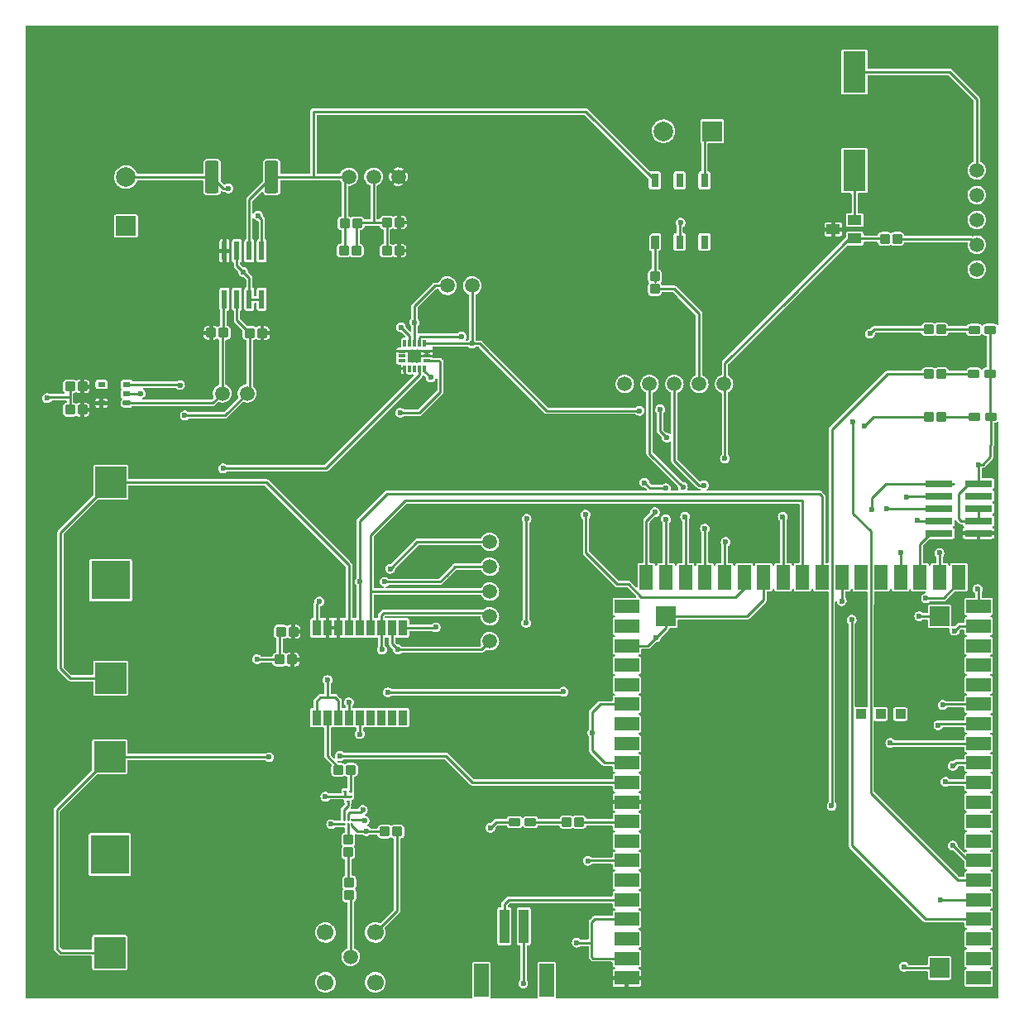
<source format=gbr>
%TF.GenerationSoftware,KiCad,Pcbnew,(5.99.0-10117-g2c3ee0d85f)*%
%TF.CreationDate,2021-04-28T15:41:30+02:00*%
%TF.ProjectId,som asset tracker,736f6d20-6173-4736-9574-20747261636b,rev?*%
%TF.SameCoordinates,Original*%
%TF.FileFunction,Copper,L1,Top*%
%TF.FilePolarity,Positive*%
%FSLAX46Y46*%
G04 Gerber Fmt 4.6, Leading zero omitted, Abs format (unit mm)*
G04 Created by KiCad (PCBNEW (5.99.0-10117-g2c3ee0d85f)) date 2021-04-28 15:41:30*
%MOMM*%
%LPD*%
G01*
G04 APERTURE LIST*
G04 Aperture macros list*
%AMRoundRect*
0 Rectangle with rounded corners*
0 $1 Rounding radius*
0 $2 $3 $4 $5 $6 $7 $8 $9 X,Y pos of 4 corners*
0 Add a 4 corners polygon primitive as box body*
4,1,4,$2,$3,$4,$5,$6,$7,$8,$9,$2,$3,0*
0 Add four circle primitives for the rounded corners*
1,1,$1+$1,$2,$3*
1,1,$1+$1,$4,$5*
1,1,$1+$1,$6,$7*
1,1,$1+$1,$8,$9*
0 Add four rect primitives between the rounded corners*
20,1,$1+$1,$2,$3,$4,$5,0*
20,1,$1+$1,$4,$5,$6,$7,0*
20,1,$1+$1,$6,$7,$8,$9,0*
20,1,$1+$1,$8,$9,$2,$3,0*%
%AMOutline5P*
0 Free polygon, 5 corners , with rotation*
0 The origin of the aperture is its center*
0 number of corners: always 8*
0 $1 to $10 corner X, Y*
0 $11 Rotation angle, in degrees counterclockwise*
0 create outline with 8 corners*
4,1,5,$1,$2,$3,$4,$5,$6,$7,$8,$9,$10,$1,$2,$11*%
%AMOutline6P*
0 Free polygon, 6 corners , with rotation*
0 The origin of the aperture is its center*
0 number of corners: always 6*
0 $1 to $12 corner X, Y*
0 $13 Rotation angle, in degrees counterclockwise*
0 create outline with 6 corners*
4,1,6,$1,$2,$3,$4,$5,$6,$7,$8,$9,$10,$11,$12,$1,$2,$13*%
%AMOutline7P*
0 Free polygon, 7 corners , with rotation*
0 The origin of the aperture is its center*
0 number of corners: always 7*
0 $1 to $14 corner X, Y*
0 $15 Rotation angle, in degrees counterclockwise*
0 create outline with 7 corners*
4,1,7,$1,$2,$3,$4,$5,$6,$7,$8,$9,$10,$11,$12,$13,$14,$1,$2,$15*%
%AMOutline8P*
0 Free polygon, 8 corners , with rotation*
0 The origin of the aperture is its center*
0 number of corners: always 8*
0 $1 to $16 corner X, Y*
0 $17 Rotation angle, in degrees counterclockwise*
0 create outline with 8 corners*
4,1,8,$1,$2,$3,$4,$5,$6,$7,$8,$9,$10,$11,$12,$13,$14,$15,$16,$1,$2,$17*%
G04 Aperture macros list end*
%TA.AperFunction,SMDPad,CuDef*%
%ADD10R,0.300000X0.800000*%
%TD*%
%TA.AperFunction,SMDPad,CuDef*%
%ADD11R,0.800000X0.300000*%
%TD*%
%TA.AperFunction,SMDPad,CuDef*%
%ADD12RoundRect,0.250000X-0.300000X0.250000X-0.300000X-0.250000X0.300000X-0.250000X0.300000X0.250000X0*%
%TD*%
%TA.AperFunction,SMDPad,CuDef*%
%ADD13R,0.325000X0.250000*%
%TD*%
%TA.AperFunction,SMDPad,CuDef*%
%ADD14RoundRect,0.250000X-0.250000X-0.300000X0.250000X-0.300000X0.250000X0.300000X-0.250000X0.300000X0*%
%TD*%
%TA.AperFunction,SMDPad,CuDef*%
%ADD15R,0.600000X1.970000*%
%TD*%
%TA.AperFunction,ComponentPad*%
%ADD16R,2.000000X2.000000*%
%TD*%
%TA.AperFunction,ComponentPad*%
%ADD17C,2.000000*%
%TD*%
%TA.AperFunction,SMDPad,CuDef*%
%ADD18RoundRect,0.250000X0.300000X-0.250000X0.300000X0.250000X-0.300000X0.250000X-0.300000X-0.250000X0*%
%TD*%
%TA.AperFunction,SMDPad,CuDef*%
%ADD19RoundRect,0.250000X0.250000X0.300000X-0.250000X0.300000X-0.250000X-0.300000X0.250000X-0.300000X0*%
%TD*%
%TA.AperFunction,SMDPad,CuDef*%
%ADD20R,1.399540X0.998220*%
%TD*%
%TA.AperFunction,SMDPad,CuDef*%
%ADD21R,1.000000X3.500000*%
%TD*%
%TA.AperFunction,SMDPad,CuDef*%
%ADD22R,1.500000X3.400000*%
%TD*%
%TA.AperFunction,SMDPad,CuDef*%
%ADD23R,3.180000X3.180000*%
%TD*%
%TA.AperFunction,SMDPad,CuDef*%
%ADD24R,3.960000X3.960000*%
%TD*%
%TA.AperFunction,SMDPad,CuDef*%
%ADD25R,2.500000X1.400000*%
%TD*%
%TA.AperFunction,SMDPad,CuDef*%
%ADD26R,1.400000X2.500000*%
%TD*%
%TA.AperFunction,SMDPad,CuDef*%
%ADD27R,2.000000X2.000000*%
%TD*%
%TA.AperFunction,SMDPad,CuDef*%
%ADD28R,1.000000X1.000000*%
%TD*%
%TA.AperFunction,ComponentPad*%
%ADD29C,1.500000*%
%TD*%
%TA.AperFunction,SMDPad,CuDef*%
%ADD30RoundRect,0.212500X-0.400000X-0.212500X0.400000X-0.212500X0.400000X0.212500X-0.400000X0.212500X0*%
%TD*%
%TA.AperFunction,SMDPad,CuDef*%
%ADD31R,2.310000X4.220000*%
%TD*%
%TA.AperFunction,SMDPad,CuDef*%
%ADD32RoundRect,0.212500X0.400000X0.212500X-0.400000X0.212500X-0.400000X-0.212500X0.400000X-0.212500X0*%
%TD*%
%TA.AperFunction,ComponentPad*%
%ADD33C,1.700000*%
%TD*%
%TA.AperFunction,SMDPad,CuDef*%
%ADD34RoundRect,0.137500X-0.262500X0.137500X-0.262500X-0.137500X0.262500X-0.137500X0.262500X0.137500X0*%
%TD*%
%TA.AperFunction,SMDPad,CuDef*%
%ADD35R,0.800000X0.550000*%
%TD*%
%TA.AperFunction,SMDPad,CuDef*%
%ADD36R,0.250000X0.250000*%
%TD*%
%TA.AperFunction,SMDPad,CuDef*%
%ADD37Outline5P,0.400000X0.700000X0.400000X-0.700000X-0.400000X-0.700000X-0.400000X0.540000X-0.240000X0.700000X0.000000*%
%TD*%
%TA.AperFunction,SMDPad,CuDef*%
%ADD38R,0.800000X1.400000*%
%TD*%
%TA.AperFunction,SMDPad,CuDef*%
%ADD39R,2.790000X0.740000*%
%TD*%
%TA.AperFunction,SMDPad,CuDef*%
%ADD40RoundRect,0.249999X-0.450001X-1.425001X0.450001X-1.425001X0.450001X1.425001X-0.450001X1.425001X0*%
%TD*%
%TA.AperFunction,SMDPad,CuDef*%
%ADD41R,0.900000X1.600000*%
%TD*%
%TA.AperFunction,ViaPad*%
%ADD42C,0.600000*%
%TD*%
%TA.AperFunction,Conductor*%
%ADD43C,0.250000*%
%TD*%
G04 APERTURE END LIST*
D10*
%TO.P,U7,1,VDD_IO*%
%TO.N,+3V3*%
X136650000Y-90475000D03*
%TO.P,U7,2,NC*%
%TO.N,unconnected-(U7-Pad2)*%
X137150000Y-90475000D03*
%TO.P,U7,3,NC*%
%TO.N,unconnected-(U7-Pad3)*%
X137650000Y-90475000D03*
%TO.P,U7,4,SCL/SPC*%
%TO.N,/SCL*%
X138150000Y-90475000D03*
%TO.P,U7,5,GND*%
%TO.N,GND*%
X138650000Y-90475000D03*
D11*
%TO.P,U7,6,SDA/SDI/SDO*%
%TO.N,/SDA*%
X138925000Y-89700000D03*
%TO.P,U7,7,SDO/SA0*%
%TO.N,+3V3*%
X138925000Y-89200000D03*
%TO.P,U7,8,CS*%
X138925000Y-88700000D03*
D10*
%TO.P,U7,9,INT2*%
%TO.N,/INT2*%
X138650000Y-87925000D03*
%TO.P,U7,10,GND*%
%TO.N,GND*%
X138150000Y-87925000D03*
%TO.P,U7,11,INT1*%
%TO.N,/INT1*%
X137650000Y-87925000D03*
%TO.P,U7,12,GND*%
%TO.N,GND*%
X137150000Y-87925000D03*
%TO.P,U7,13,ADC3*%
%TO.N,unconnected-(U7-Pad13)*%
X136650000Y-87925000D03*
D11*
%TO.P,U7,14,VDD*%
%TO.N,+3V3*%
X136375000Y-88700000D03*
%TO.P,U7,15,ADC2*%
%TO.N,unconnected-(U7-Pad15)*%
X136375000Y-89200000D03*
%TO.P,U7,16,ADC1*%
%TO.N,unconnected-(U7-Pad16)*%
X136375000Y-89700000D03*
%TD*%
D12*
%TO.P,C12,1*%
%TO.N,+3V3*%
X103650000Y-92310000D03*
%TO.P,C12,2*%
%TO.N,GND*%
X102380000Y-92310000D03*
%TD*%
D13*
%TO.P,Z1,1,Input*%
%TO.N,Net-(U4-Pad3)*%
X130830000Y-134760000D03*
%TO.P,Z1,2,GND*%
%TO.N,GND*%
X130542500Y-134260000D03*
%TO.P,Z1,3,GND*%
X130542500Y-133760000D03*
%TO.P,Z1,4,Output*%
%TO.N,Net-(C9-Pad2)*%
X131117500Y-133760000D03*
%TO.P,Z1,5,GND*%
%TO.N,GND*%
X131117500Y-134260000D03*
%TD*%
D14*
%TO.P,C10,1*%
%TO.N,Net-(C10-Pad1)*%
X130975000Y-143105000D03*
%TO.P,C10,2*%
%TO.N,Net-(AE1-Pad1)*%
X130975000Y-144375000D03*
%TD*%
D15*
%TO.P,U1,1,IN+*%
%TO.N,Net-(J1-Pad2)*%
X122005000Y-78430000D03*
%TO.P,U1,2,IN-*%
%TO.N,VDC*%
X120735000Y-78430000D03*
%TO.P,U1,3,GND*%
%TO.N,GND*%
X119465000Y-78430000D03*
%TO.P,U1,4,VS*%
%TO.N,+3V3*%
X118195000Y-78430000D03*
%TO.P,U1,5,SCL*%
%TO.N,/SCL*%
X118195000Y-83370000D03*
%TO.P,U1,6,SDA*%
%TO.N,/SDA*%
X119465000Y-83370000D03*
%TO.P,U1,7,A0*%
%TO.N,GND*%
X120735000Y-83370000D03*
%TO.P,U1,8,A1*%
X122005000Y-83370000D03*
%TD*%
D16*
%TO.P,J2,1,Pin_1*%
%TO.N,Net-(J2-Pad1)*%
X168115000Y-66175000D03*
D17*
%TO.P,J2,2,Pin_2*%
%TO.N,GND*%
X163115000Y-66175000D03*
%TD*%
D18*
%TO.P,R1,1*%
%TO.N,/SOM/RED*%
X190280000Y-95450000D03*
%TO.P,R1,2*%
%TO.N,Net-(D1-Pad2)*%
X191550000Y-95450000D03*
%TD*%
D19*
%TO.P,R10,1*%
%TO.N,/SSR*%
X162250000Y-82320000D03*
%TO.P,R10,2*%
X162250000Y-81050000D03*
%TD*%
D20*
%TO.P,Q1,1*%
%TO.N,/BUZZER*%
X182709640Y-77179960D03*
%TO.P,Q1,2*%
%TO.N,Net-(PZ1-Pad1)*%
X182709640Y-75280040D03*
%TO.P,Q1,3*%
%TO.N,+3V3*%
X180510000Y-76230000D03*
%TD*%
D12*
%TO.P,R4,1*%
%TO.N,/SOM/POWER*%
X154500000Y-136910000D03*
%TO.P,R4,2*%
%TO.N,Net-(D4-Pad2)*%
X153230000Y-136910000D03*
%TD*%
D21*
%TO.P,BT2,1,+*%
%TO.N,/SOM/LIPO*%
X146840000Y-147570000D03*
%TO.P,BT2,2,-*%
%TO.N,GND*%
X148840000Y-147570000D03*
D22*
%TO.P,BT2,M*%
%TO.N,N/C*%
X144490000Y-153120000D03*
%TO.P,BT2,N*%
X151190000Y-153120000D03*
%TD*%
D23*
%TO.P,BT3,1,+*%
%TO.N,Net-(BT3-Pad1)*%
X106550000Y-102120000D03*
X106550000Y-122160000D03*
D24*
%TO.P,BT3,2,-*%
%TO.N,GND*%
X106550000Y-112140000D03*
%TD*%
D12*
%TO.P,C11,1*%
%TO.N,+3V3*%
X103650000Y-94700000D03*
%TO.P,C11,2*%
%TO.N,GND*%
X102380000Y-94700000D03*
%TD*%
D25*
%TO.P,mod1,1,VIN*%
%TO.N,+3V3*%
X159372000Y-152845000D03*
%TO.P,mod1,2,GND@2*%
%TO.N,GND*%
X159372000Y-150845000D03*
%TO.P,mod1,3,VBUS*%
%TO.N,unconnected-(mod1-Pad3)*%
X159372000Y-148845000D03*
%TO.P,mod1,4,GND@4*%
%TO.N,GND*%
X159372000Y-146845000D03*
%TO.P,mod1,5,LIPO*%
%TO.N,/SOM/LIPO*%
X159372000Y-144845000D03*
%TO.P,mod1,6,NC@6*%
%TO.N,unconnected-(mod1-Pad6)*%
X159372000Y-142845000D03*
%TO.P,mod1,7,GND@7*%
%TO.N,GND*%
X159372000Y-140845000D03*
%TO.P,mod1,8,PMID*%
%TO.N,unconnected-(mod1-Pad8)*%
X159372000Y-138845000D03*
%TO.P,mod1,9,3V3*%
%TO.N,/SOM/POWER*%
X159372000Y-136845000D03*
%TO.P,mod1,10,VDDA*%
%TO.N,+3V3*%
X159372000Y-134845000D03*
%TO.P,mod1,11,VBAT*%
%TO.N,Net-(BT1-Pad1)*%
X159372000Y-132845000D03*
%TO.P,mod1,12,GND@12*%
%TO.N,GND*%
X159372000Y-130845000D03*
%TO.P,mod1,13,USB+*%
%TO.N,unconnected-(mod1-Pad13)*%
X159372000Y-128845000D03*
%TO.P,mod1,14,USB-*%
%TO.N,unconnected-(mod1-Pad14)*%
X159372000Y-126845000D03*
%TO.P,mod1,15,GND@15*%
%TO.N,GND*%
X159372000Y-124845000D03*
%TO.P,mod1,16,TX*%
%TO.N,unconnected-(mod1-Pad16)*%
X159372000Y-122845000D03*
%TO.P,mod1,17,RX*%
%TO.N,unconnected-(mod1-Pad17)*%
X159372000Y-120845000D03*
%TO.P,mod1,18,GND@18*%
%TO.N,GND*%
X159372000Y-118845000D03*
%TO.P,mod1,19,WKP*%
%TO.N,unconnected-(mod1-Pad19)*%
X159372000Y-116845000D03*
%TO.P,mod1,20,DAC*%
%TO.N,unconnected-(mod1-Pad20)*%
X159372000Y-114845000D03*
D26*
%TO.P,mod1,21,A5*%
%TO.N,/SSR*%
X161380000Y-111837000D03*
%TO.P,mod1,22,A4*%
%TO.N,/LED1*%
X163380000Y-111837000D03*
%TO.P,mod1,23,A3*%
%TO.N,/LED2*%
X165380000Y-111837000D03*
%TO.P,mod1,24,A2*%
%TO.N,/LED3*%
X167380000Y-111837000D03*
%TO.P,mod1,25,A1*%
%TO.N,/BUZZER*%
X169380000Y-111837000D03*
%TO.P,mod1,26,A0*%
%TO.N,/INT1*%
X171380000Y-111837000D03*
%TO.P,mod1,27,GND@27*%
%TO.N,GND*%
X173380000Y-111837000D03*
%TO.P,mod1,28,B5*%
%TO.N,/INT2*%
X175380000Y-111837000D03*
%TO.P,mod1,29,B4*%
%TO.N,/PPS*%
X177380000Y-111837000D03*
%TO.P,mod1,30,B3*%
%TO.N,/WAKE*%
X179380000Y-111837000D03*
%TO.P,mod1,31,B2*%
%TO.N,/RESET*%
X181380000Y-111837000D03*
%TO.P,mod1,32,B1*%
%TO.N,unconnected-(mod1-Pad32)*%
X183380000Y-111837000D03*
%TO.P,mod1,33,B0*%
%TO.N,unconnected-(mod1-Pad33)*%
X185380000Y-111837000D03*
%TO.P,mod1,34,GND@34*%
%TO.N,GND*%
X187380000Y-111837000D03*
%TO.P,mod1,35,D7*%
%TO.N,/SOM/TMS*%
X189380000Y-111837000D03*
%TO.P,mod1,36,D6*%
%TO.N,/SOM/TCK*%
X191380000Y-111837000D03*
%TO.P,mod1,37,D5*%
%TO.N,/SOM/TDI*%
X193380000Y-111837000D03*
D25*
%TO.P,mod1,38,D4*%
%TO.N,/SOM/TDO*%
X195388000Y-114845000D03*
%TO.P,mod1,39,D3*%
%TO.N,/SOM/TRST*%
X195388000Y-116845000D03*
%TO.P,mod1,40,D2*%
%TO.N,unconnected-(mod1-Pad40)*%
X195388000Y-118845000D03*
%TO.P,mod1,41,D1*%
%TO.N,unconnected-(mod1-Pad41)*%
X195388000Y-120845000D03*
%TO.P,mod1,42,D0*%
%TO.N,unconnected-(mod1-Pad42)*%
X195388000Y-122845000D03*
%TO.P,mod1,43,GND@43*%
%TO.N,GND*%
X195388000Y-124845000D03*
%TO.P,mod1,44,C5*%
%TO.N,/SCL*%
X195388000Y-126845000D03*
%TO.P,mod1,45,C4*%
%TO.N,/SDA*%
X195388000Y-128845000D03*
%TO.P,mod1,46,C3*%
%TO.N,/TX*%
X195388000Y-130845000D03*
%TO.P,mod1,47,C2*%
%TO.N,/RX*%
X195388000Y-132845000D03*
%TO.P,mod1,48,C1*%
%TO.N,unconnected-(mod1-Pad48)*%
X195388000Y-134845000D03*
%TO.P,mod1,49,C0*%
%TO.N,unconnected-(mod1-Pad49)*%
X195388000Y-136845000D03*
%TO.P,mod1,50,NC@50*%
%TO.N,unconnected-(mod1-Pad50)*%
X195388000Y-138845000D03*
%TO.P,mod1,51,GND@51*%
%TO.N,GND*%
X195388000Y-140845000D03*
%TO.P,mod1,52,BLUE*%
%TO.N,/SOM/BLUE*%
X195388000Y-142845000D03*
%TO.P,mod1,53,GREEN*%
%TO.N,/SOM/GREEN*%
X195388000Y-144845000D03*
%TO.P,mod1,54,RED*%
%TO.N,/SOM/RED*%
X195388000Y-146845000D03*
%TO.P,mod1,55,~MODE*%
%TO.N,unconnected-(mod1-Pad55)*%
X195388000Y-148845000D03*
%TO.P,mod1,56,~RESET*%
%TO.N,unconnected-(mod1-Pad56)*%
X195388000Y-150845000D03*
%TO.P,mod1,57,STAT*%
%TO.N,unconnected-(mod1-Pad57)*%
X195388000Y-152845000D03*
D27*
%TO.P,mod1,58,GND@PADS*%
%TO.N,GND*%
X191380000Y-151845000D03*
%TO.P,mod1,59,GND@PADS*%
X191380000Y-115845000D03*
%TO.P,mod1,60,GND@PADS*%
X163380000Y-115845000D03*
D28*
%TO.P,mod1,61,UB_USB+*%
%TO.N,unconnected-(mod1-Pad61)*%
X183380000Y-125845000D03*
%TO.P,mod1,62,UB_USB-*%
%TO.N,unconnected-(mod1-Pad62)*%
X185380000Y-125845000D03*
%TO.P,mod1,63,UB_VUSB_DET*%
%TO.N,unconnected-(mod1-Pad63)*%
X187380000Y-125845000D03*
%TD*%
D29*
%TO.P,U2,1,IN*%
%TO.N,VDC*%
X130910000Y-70850000D03*
%TO.P,U2,2,GND*%
%TO.N,GND*%
X133450000Y-70850000D03*
%TO.P,U2,3,OUT*%
%TO.N,+3V3*%
X135990000Y-70850000D03*
%TD*%
D18*
%TO.P,R9,1*%
%TO.N,/BUZZER*%
X185789640Y-77199960D03*
%TO.P,R9,2*%
%TO.N,GND*%
X187059640Y-77199960D03*
%TD*%
D12*
%TO.P,C3,1*%
%TO.N,+3V3*%
X136070000Y-78420000D03*
%TO.P,C3,2*%
%TO.N,GND*%
X134800000Y-78420000D03*
%TD*%
D29*
%TO.P,J5,1,Pin_1*%
%TO.N,/LED1*%
X159170000Y-92050000D03*
%TO.P,J5,2,Pin_2*%
%TO.N,/LED2*%
X161710000Y-92050000D03*
%TO.P,J5,3,Pin_3*%
%TO.N,/LED3*%
X164250000Y-92050000D03*
%TO.P,J5,4,Pin_4*%
%TO.N,/SSR*%
X166790000Y-92050000D03*
%TO.P,J5,5,Pin_5*%
%TO.N,/BUZZER*%
X169330000Y-92050000D03*
%TD*%
D12*
%TO.P,C4,1*%
%TO.N,+3V3*%
X136095000Y-75535000D03*
%TO.P,C4,2*%
%TO.N,GND*%
X134825000Y-75535000D03*
%TD*%
%TO.P,C7,1*%
%TO.N,+3V3*%
X125240000Y-117405000D03*
%TO.P,C7,2*%
%TO.N,GND*%
X123970000Y-117405000D03*
%TD*%
D30*
%TO.P,D4,1,K*%
%TO.N,GND*%
X147880000Y-136910000D03*
%TO.P,D4,2,A*%
%TO.N,Net-(D4-Pad2)*%
X149505000Y-136910000D03*
%TD*%
D18*
%TO.P,C2,1*%
%TO.N,VDC*%
X130420000Y-78390000D03*
%TO.P,C2,2*%
%TO.N,GND*%
X131690000Y-78390000D03*
%TD*%
%TO.P,R2,1*%
%TO.N,/SOM/GREEN*%
X190290000Y-91040000D03*
%TO.P,R2,2*%
%TO.N,Net-(D2-Pad2)*%
X191560000Y-91040000D03*
%TD*%
D12*
%TO.P,C8,1*%
%TO.N,+3V3*%
X125120000Y-120270000D03*
%TO.P,C8,2*%
%TO.N,GND*%
X123850000Y-120270000D03*
%TD*%
D18*
%TO.P,R12,1*%
%TO.N,+3V3*%
X116820000Y-86820000D03*
%TO.P,R12,2*%
%TO.N,/SCL*%
X118090000Y-86820000D03*
%TD*%
D16*
%TO.P,J1,1,Pin_1*%
%TO.N,GND*%
X108115000Y-75885000D03*
D17*
%TO.P,J1,2,Pin_2*%
%TO.N,Net-(J1-Pad2)*%
X108115000Y-70885000D03*
%TD*%
D14*
%TO.P,L1,1*%
%TO.N,Net-(L1-Pad1)*%
X130855000Y-138725000D03*
%TO.P,L1,2*%
%TO.N,Net-(C10-Pad1)*%
X130855000Y-139995000D03*
%TD*%
D29*
%TO.P,J3,1,Pin_1*%
%TO.N,GND*%
X195190000Y-80350000D03*
%TO.P,J3,2,Pin_2*%
X195190000Y-77810000D03*
%TO.P,J3,3,Pin_3*%
X195190000Y-75270000D03*
%TO.P,J3,4,Pin_4*%
X195190000Y-72730000D03*
%TO.P,J3,5,Pin_5*%
X195190000Y-70190000D03*
%TD*%
D31*
%TO.P,PZ1,1*%
%TO.N,Net-(PZ1-Pad1)*%
X182670000Y-70205000D03*
%TO.P,PZ1,2*%
%TO.N,GND*%
X182670000Y-60115000D03*
%TD*%
D18*
%TO.P,R3,1*%
%TO.N,/SOM/BLUE*%
X190260000Y-86470000D03*
%TO.P,R3,2*%
%TO.N,Net-(D3-Pad2)*%
X191530000Y-86470000D03*
%TD*%
%TO.P,C9,1*%
%TO.N,Net-(C9-Pad1)*%
X129870000Y-131560000D03*
%TO.P,C9,2*%
%TO.N,Net-(C9-Pad2)*%
X131140000Y-131560000D03*
%TD*%
D23*
%TO.P,BT1,1,+*%
%TO.N,Net-(BT1-Pad1)*%
X106450000Y-150250000D03*
X106450000Y-130210000D03*
D24*
%TO.P,BT1,2,-*%
%TO.N,GND*%
X106450000Y-140230000D03*
%TD*%
D32*
%TO.P,D1,1,K*%
%TO.N,GND*%
X196622500Y-95410000D03*
%TO.P,D1,2,A*%
%TO.N,Net-(D1-Pad2)*%
X194997500Y-95410000D03*
%TD*%
D29*
%TO.P,AE1,1,A*%
%TO.N,Net-(AE1-Pad1)*%
X131130000Y-150700000D03*
D33*
%TO.P,AE1,2,Shield*%
%TO.N,GND*%
X133630000Y-148200000D03*
X128530000Y-148200000D03*
X128530000Y-153300000D03*
X133630000Y-153300000D03*
%TD*%
D12*
%TO.P,R11,1*%
%TO.N,+3V3*%
X122060000Y-86840000D03*
%TO.P,R11,2*%
%TO.N,/SDA*%
X120790000Y-86840000D03*
%TD*%
D34*
%TO.P,U6,1,SCL*%
%TO.N,/SCL*%
X108200000Y-94005000D03*
D35*
%TO.P,U6,2,GND*%
%TO.N,GND*%
X108200000Y-93055000D03*
%TO.P,U6,3,SDA*%
%TO.N,/SDA*%
X108200000Y-92105000D03*
%TO.P,U6,4,NC*%
%TO.N,unconnected-(U6-Pad4)*%
X105600000Y-92105000D03*
%TO.P,U6,5,VCC*%
%TO.N,+3V3*%
X105600000Y-94005000D03*
%TD*%
D29*
%TO.P,J7,1,Pin_1*%
%TO.N,/SCL*%
X117960000Y-93020000D03*
%TO.P,J7,2,Pin_2*%
%TO.N,/SDA*%
X120500000Y-93020000D03*
%TD*%
D36*
%TO.P,U4,1,GND*%
%TO.N,GND*%
X131240000Y-136700000D03*
%TO.P,U4,2,VCC*%
%TO.N,VCC*%
X130840000Y-136700000D03*
%TO.P,U4,3,AO*%
%TO.N,Net-(U4-Pad3)*%
X130440000Y-136700000D03*
%TO.P,U4,4,GND_RF*%
%TO.N,GND*%
X130440000Y-137100000D03*
%TO.P,U4,5,AI*%
%TO.N,Net-(L1-Pad1)*%
X130840000Y-137100000D03*
%TO.P,U4,6,PON*%
%TO.N,/gps/ANT_OFF*%
X131240000Y-137100000D03*
%TD*%
D18*
%TO.P,R8,1*%
%TO.N,/gps/ANT_OFF*%
X134595000Y-137875000D03*
%TO.P,R8,2*%
%TO.N,GND*%
X135865000Y-137875000D03*
%TD*%
D29*
%TO.P,J6,1,Pin_1*%
%TO.N,/INT1*%
X141030000Y-82000000D03*
%TO.P,J6,2,Pin_2*%
%TO.N,/INT2*%
X143570000Y-82000000D03*
%TD*%
%TO.P,J4,1,Pin_1*%
%TO.N,/TX*%
X145360000Y-118380000D03*
%TO.P,J4,2,Pin_2*%
%TO.N,/RX*%
X145360000Y-115840000D03*
%TO.P,J4,3,Pin_3*%
%TO.N,/PPS*%
X145360000Y-113300000D03*
%TO.P,J4,4,Pin_4*%
%TO.N,/WAKE*%
X145360000Y-110760000D03*
%TO.P,J4,5,Pin_5*%
%TO.N,/RESET*%
X145360000Y-108220000D03*
%TD*%
D18*
%TO.P,C1,1*%
%TO.N,VDC*%
X130505000Y-75605000D03*
%TO.P,C1,2*%
%TO.N,GND*%
X131775000Y-75605000D03*
%TD*%
D37*
%TO.P,U5,1,Anode*%
%TO.N,/SSR*%
X162240000Y-77520000D03*
D38*
%TO.P,U5,2,Catode*%
%TO.N,GND*%
X164780000Y-77520000D03*
%TO.P,U5,3*%
%TO.N,unconnected-(U5-Pad3)*%
X167320000Y-77520000D03*
%TO.P,U5,4,OUT1*%
%TO.N,Net-(J2-Pad1)*%
X167320000Y-71220000D03*
%TO.P,U5,5,OUT2*%
%TO.N,unconnected-(U5-Pad5)*%
X164780000Y-71220000D03*
%TO.P,U5,6,OUT3*%
%TO.N,VDC*%
X162240000Y-71220000D03*
%TD*%
D39*
%TO.P,CON1,1,VCC*%
%TO.N,+3V3*%
X195375000Y-107340000D03*
%TO.P,CON1,2,SWDIO/TMS*%
%TO.N,/SOM/TMS*%
X191305000Y-107340000D03*
%TO.P,CON1,3,GND*%
%TO.N,GND*%
X195375000Y-106070000D03*
%TO.P,CON1,4,SWDCLK/TCK*%
%TO.N,/SOM/TCK*%
X191305000Y-106070000D03*
%TO.P,CON1,5,GND*%
%TO.N,GND*%
X195375000Y-104800000D03*
%TO.P,CON1,6,SWO/TDO*%
%TO.N,/SOM/TDO*%
X191305000Y-104800000D03*
%TO.P,CON1,7,KEY*%
%TO.N,unconnected-(CON1-Pad7)*%
X195375000Y-103530000D03*
%TO.P,CON1,8,NC/TDI*%
%TO.N,/SOM/TDI*%
X191305000Y-103530000D03*
%TO.P,CON1,9,GND*%
%TO.N,GND*%
X195375000Y-102260000D03*
%TO.P,CON1,10,tRST*%
%TO.N,/SOM/TRST*%
X191305000Y-102260000D03*
%TD*%
D32*
%TO.P,D3,1,K*%
%TO.N,GND*%
X196562500Y-86520000D03*
%TO.P,D3,2,A*%
%TO.N,Net-(D3-Pad2)*%
X194937500Y-86520000D03*
%TD*%
D40*
%TO.P,R7,1*%
%TO.N,Net-(J1-Pad2)*%
X116930000Y-70880000D03*
%TO.P,R7,2*%
%TO.N,VDC*%
X123030000Y-70880000D03*
%TD*%
D32*
%TO.P,D2,1,K*%
%TO.N,GND*%
X196535000Y-91010000D03*
%TO.P,D2,2,A*%
%TO.N,Net-(D2-Pad2)*%
X194910000Y-91010000D03*
%TD*%
D41*
%TO.P,mod2,1,GND*%
%TO.N,GND*%
X136440000Y-117010000D03*
%TO.P,mod2,2,TX*%
%TO.N,/TX*%
X135340000Y-117010000D03*
%TO.P,mod2,3,RX*%
%TO.N,/RX*%
X134240000Y-117010000D03*
%TO.P,mod2,4,PPS*%
%TO.N,/PPS*%
X133140000Y-117010000D03*
%TO.P,mod2,5,WAKE*%
%TO.N,/WAKE*%
X132040000Y-117010000D03*
%TO.P,mod2,6,VBAT*%
%TO.N,Net-(BT3-Pad1)*%
X130940000Y-117010000D03*
%TO.P,mod2,7,VCC_IO*%
%TO.N,+3V3*%
X129840000Y-117010000D03*
%TO.P,mod2,8,VCC*%
X128740000Y-117010000D03*
%TO.P,mod2,9,SYS_RESET*%
%TO.N,/RESET*%
X127640000Y-117010000D03*
%TO.P,mod2,10,GND_RF*%
%TO.N,GND*%
X127640000Y-126210000D03*
%TO.P,mod2,11,RF_IN*%
%TO.N,Net-(C9-Pad1)*%
X128740000Y-126210000D03*
%TO.P,mod2,12,GND_RF*%
%TO.N,GND*%
X129840000Y-126210000D03*
%TO.P,mod2,13,ANT_OFF*%
%TO.N,/gps/ANT_OFF*%
X130940000Y-126210000D03*
%TO.P,mod2,14,VCC_RF*%
%TO.N,VCC*%
X132040000Y-126210000D03*
%TO.P,mod2,15,RESERVED*%
%TO.N,unconnected-(mod2-Pad15)*%
X133140000Y-126210000D03*
%TO.P,mod2,16,SDA*%
%TO.N,unconnected-(mod2-Pad16)*%
X134240000Y-126210000D03*
%TO.P,mod2,17,SCL*%
%TO.N,unconnected-(mod2-Pad17)*%
X135340000Y-126210000D03*
%TO.P,mod2,18,RESERVED*%
%TO.N,unconnected-(mod2-Pad18)*%
X136440000Y-126210000D03*
%TD*%
D42*
%TO.N,/INT1*%
X137650000Y-85750000D03*
%TO.N,GND*%
X142450000Y-87200000D03*
X136250000Y-86250000D03*
X148770000Y-153420000D03*
X100050000Y-93500000D03*
X187380000Y-109310000D03*
X154250000Y-149240000D03*
X132540000Y-136760000D03*
X164880000Y-75550000D03*
X155380000Y-140870000D03*
X106750000Y-112270000D03*
X120110000Y-80600000D03*
X128750000Y-122350000D03*
X189310000Y-115830000D03*
X121520000Y-120230000D03*
X145420000Y-137490000D03*
X109620000Y-93030000D03*
X106480000Y-140270000D03*
X192750000Y-139300000D03*
X162395000Y-117995000D03*
X155840000Y-127760000D03*
X195340000Y-100300000D03*
X129110000Y-137120000D03*
X191700000Y-124910000D03*
X139820000Y-116970000D03*
X128520000Y-134300000D03*
X139300000Y-91400000D03*
X187750000Y-151700000D03*
%TO.N,Net-(BT1-Pad1)*%
X130030000Y-130130000D03*
X122760000Y-130260000D03*
%TO.N,/SOM/TRST*%
X192920000Y-117320000D03*
X184420000Y-104890000D03*
%TO.N,/SOM/TDI*%
X188020000Y-103650000D03*
X190000000Y-113980000D03*
%TO.N,/SOM/TDO*%
X186010000Y-104830000D03*
X195300000Y-113040000D03*
%TO.N,/SOM/TCK*%
X189130000Y-106050000D03*
X191370000Y-109350000D03*
%TO.N,Net-(J1-Pad2)*%
X118600000Y-72030000D03*
X121650000Y-74830000D03*
%TO.N,/INT2*%
X162800000Y-94650000D03*
X175350000Y-105650000D03*
X163450000Y-97550000D03*
X143525000Y-87925000D03*
X160650000Y-94800000D03*
%TO.N,/INT1*%
X155150000Y-105450000D03*
%TO.N,/BUZZER*%
X169420000Y-99690000D03*
X169490000Y-108240000D03*
%TO.N,/SSR*%
X162260000Y-105180000D03*
%TO.N,/LED3*%
X167250000Y-102440000D03*
X167380000Y-106860000D03*
%TO.N,/LED2*%
X165350000Y-105630000D03*
X165120000Y-102610000D03*
%TO.N,/LED1*%
X163390000Y-105900000D03*
X163380000Y-102730000D03*
X161190000Y-102160000D03*
%TO.N,/RESET*%
X127910000Y-114320000D03*
X135160000Y-110980000D03*
X181370000Y-114280000D03*
%TO.N,/WAKE*%
X132040000Y-112270000D03*
X134600000Y-112310000D03*
%TO.N,/RX*%
X192000000Y-132790000D03*
X134330000Y-119250000D03*
%TO.N,/TX*%
X192760000Y-131150000D03*
X135950000Y-119250000D03*
%TO.N,/SDA*%
X186350000Y-128810000D03*
X113640000Y-92170000D03*
X114140000Y-95280000D03*
X149070000Y-116510000D03*
X149130000Y-105860000D03*
X136200000Y-95000000D03*
%TO.N,/SCL*%
X118050000Y-100700000D03*
X191270000Y-126980000D03*
X134930000Y-123620000D03*
X152890000Y-123560000D03*
%TO.N,/SOM/RED*%
X183660000Y-96400000D03*
X182390000Y-116200000D03*
%TO.N,/SOM/GREEN*%
X180350000Y-135250000D03*
X191450000Y-144900000D03*
%TO.N,/SOM/BLUE*%
X184250000Y-86910000D03*
X182550000Y-95970000D03*
%TO.N,/gps/ANT_OFF*%
X130930000Y-124640000D03*
X132710000Y-137830000D03*
%TO.N,VCC*%
X132040000Y-127900000D03*
X132350000Y-135660000D03*
%TD*%
D43*
%TO.N,/TX*%
X144490000Y-119250000D02*
X135950000Y-119250000D01*
X145360000Y-118380000D02*
X144490000Y-119250000D01*
X135340000Y-118640000D02*
X135950000Y-119250000D01*
X135340000Y-117010000D02*
X135340000Y-118640000D01*
%TO.N,/SOM/GREEN*%
X180354511Y-135245489D02*
X180350000Y-135250000D01*
X180354511Y-96715489D02*
X180354511Y-135245489D01*
%TO.N,/INT1*%
X139750000Y-82000000D02*
X137650000Y-84100000D01*
X137650000Y-84100000D02*
X137650000Y-85750000D01*
X141030000Y-82000000D02*
X139750000Y-82000000D01*
X137650000Y-87925000D02*
X137650000Y-85750000D01*
%TO.N,GND*%
X138225000Y-87200000D02*
X142450000Y-87200000D01*
X138150000Y-87275000D02*
X138225000Y-87200000D01*
X138150000Y-87925000D02*
X138150000Y-87275000D01*
X137150000Y-87150000D02*
X136250000Y-86250000D01*
X137150000Y-87925000D02*
X137150000Y-87150000D01*
X133450000Y-70850000D02*
X133450000Y-75490000D01*
X159372000Y-140845000D02*
X155405000Y-140845000D01*
X100130000Y-93420000D02*
X100050000Y-93500000D01*
X159372000Y-124845000D02*
X156655000Y-124845000D01*
X193330000Y-103280000D02*
X194350000Y-102260000D01*
X128750000Y-124140000D02*
X128750000Y-122350000D01*
X121560000Y-120270000D02*
X121520000Y-120230000D01*
X187895000Y-151845000D02*
X187750000Y-151700000D01*
X194295000Y-140845000D02*
X192750000Y-139300000D01*
X195375000Y-106070000D02*
X193600000Y-106070000D01*
X134825000Y-75535000D02*
X133495000Y-75535000D01*
X148840000Y-153350000D02*
X148770000Y-153420000D01*
X193330000Y-105800000D02*
X193330000Y-103280000D01*
X191380000Y-115845000D02*
X189325000Y-115845000D01*
X135865000Y-137875000D02*
X135865000Y-145965000D01*
X157125000Y-130845000D02*
X159372000Y-130845000D01*
X196562500Y-86520000D02*
X196562500Y-90982500D01*
X156655000Y-124845000D02*
X155840000Y-125660000D01*
X173380000Y-114160000D02*
X171695000Y-115845000D01*
X128010000Y-124140000D02*
X127640000Y-124510000D01*
X123850000Y-120270000D02*
X121560000Y-120270000D01*
X134800000Y-75560000D02*
X134825000Y-75535000D01*
X195800000Y-100300000D02*
X195340000Y-100300000D01*
X102380000Y-94700000D02*
X102380000Y-93420000D01*
X120110000Y-80600000D02*
X120735000Y-81225000D01*
X195388000Y-124845000D02*
X191765000Y-124845000D01*
X196580000Y-98340000D02*
X196580000Y-99520000D01*
X196535000Y-91010000D02*
X196535000Y-95322500D01*
X159372000Y-146845000D02*
X156065000Y-146845000D01*
X196535000Y-95322500D02*
X196622500Y-95410000D01*
X131240000Y-136700000D02*
X132480000Y-136700000D01*
X154260000Y-149250000D02*
X154250000Y-149240000D01*
X108200000Y-93055000D02*
X109595000Y-93055000D01*
X156065000Y-146845000D02*
X155790000Y-147120000D01*
X131117500Y-134260000D02*
X131107500Y-134250000D01*
X196562500Y-90982500D02*
X196535000Y-91010000D01*
X131107500Y-134250000D02*
X128570000Y-134250000D01*
X119465000Y-79955000D02*
X120110000Y-80600000D01*
X155840000Y-125660000D02*
X155840000Y-127760000D01*
X148840000Y-147570000D02*
X148840000Y-153350000D01*
X138650000Y-90750000D02*
X139300000Y-91400000D01*
X194579960Y-77199960D02*
X195190000Y-77810000D01*
X102380000Y-93420000D02*
X102380000Y-92310000D01*
X120735000Y-83370000D02*
X122005000Y-83370000D01*
X182670000Y-60115000D02*
X192415000Y-60115000D01*
X129840000Y-126210000D02*
X129840000Y-124450000D01*
X155840000Y-129560000D02*
X157125000Y-130845000D01*
X187059640Y-77199960D02*
X194579960Y-77199960D01*
X196580000Y-99520000D02*
X195800000Y-100300000D01*
X195375000Y-102260000D02*
X195375000Y-100335000D01*
X129530000Y-124140000D02*
X128750000Y-124140000D01*
X132480000Y-136700000D02*
X132540000Y-136760000D01*
X195190000Y-62890000D02*
X195190000Y-70190000D01*
X189325000Y-115845000D02*
X189310000Y-115830000D01*
X195375000Y-106070000D02*
X195375000Y-104800000D01*
X195375000Y-100335000D02*
X195340000Y-100300000D01*
X127640000Y-124510000D02*
X127640000Y-126210000D01*
X139780000Y-117010000D02*
X139820000Y-116970000D01*
X130542500Y-133760000D02*
X130542500Y-134260000D01*
X164780000Y-75650000D02*
X164880000Y-75550000D01*
X192415000Y-60115000D02*
X195190000Y-62890000D01*
X155790000Y-147120000D02*
X155790000Y-149250000D01*
X119465000Y-78430000D02*
X119465000Y-79955000D01*
X187380000Y-111837000D02*
X187380000Y-109310000D01*
X133450000Y-75490000D02*
X133495000Y-75535000D01*
X155790000Y-149250000D02*
X155790000Y-150680000D01*
X155840000Y-127760000D02*
X155840000Y-129560000D01*
X155790000Y-149250000D02*
X154260000Y-149250000D01*
X102380000Y-93420000D02*
X100130000Y-93420000D01*
X135865000Y-145965000D02*
X133630000Y-148200000D01*
X163380000Y-117010000D02*
X162395000Y-117995000D01*
X173380000Y-111837000D02*
X173380000Y-114160000D01*
X155405000Y-140845000D02*
X155380000Y-140870000D01*
X196622500Y-98297500D02*
X196580000Y-98340000D01*
X195388000Y-140845000D02*
X194295000Y-140845000D01*
X194350000Y-102260000D02*
X195375000Y-102260000D01*
X193600000Y-106070000D02*
X193330000Y-105800000D01*
X196622500Y-95410000D02*
X196622500Y-98297500D01*
X138650000Y-90475000D02*
X138650000Y-90750000D01*
X146000000Y-136910000D02*
X145420000Y-137490000D01*
X120735000Y-81225000D02*
X120735000Y-83370000D01*
X161545000Y-118845000D02*
X159372000Y-118845000D01*
X128750000Y-124140000D02*
X128010000Y-124140000D01*
X134800000Y-78420000D02*
X134800000Y-75560000D01*
X131690000Y-78390000D02*
X131690000Y-75690000D01*
X128570000Y-134250000D02*
X128520000Y-134300000D01*
X191765000Y-124845000D02*
X191700000Y-124910000D01*
X155955000Y-150845000D02*
X159372000Y-150845000D01*
X162395000Y-117995000D02*
X161545000Y-118845000D01*
X133495000Y-75535000D02*
X131845000Y-75535000D01*
X163380000Y-115845000D02*
X163380000Y-117010000D01*
X123850000Y-120270000D02*
X123850000Y-117525000D01*
X171695000Y-115845000D02*
X163380000Y-115845000D01*
X164780000Y-77520000D02*
X164780000Y-75650000D01*
X155790000Y-150680000D02*
X155955000Y-150845000D01*
X136440000Y-117010000D02*
X139780000Y-117010000D01*
X123850000Y-117525000D02*
X123970000Y-117405000D01*
X129130000Y-137100000D02*
X129110000Y-137120000D01*
X147880000Y-136910000D02*
X146000000Y-136910000D01*
X191380000Y-151845000D02*
X187895000Y-151845000D01*
X131690000Y-75690000D02*
X131775000Y-75605000D01*
X109595000Y-93055000D02*
X109620000Y-93030000D01*
X130440000Y-137100000D02*
X129130000Y-137100000D01*
X129840000Y-124450000D02*
X129530000Y-124140000D01*
X131845000Y-75535000D02*
X131775000Y-75605000D01*
%TO.N,Net-(AE1-Pad1)*%
X131130000Y-150700000D02*
X131130000Y-144530000D01*
X131130000Y-144530000D02*
X130975000Y-144375000D01*
%TO.N,Net-(BT1-Pad1)*%
X101030000Y-135630000D02*
X101030000Y-149840000D01*
X122710000Y-130210000D02*
X122760000Y-130260000D01*
X101030000Y-149840000D02*
X101440000Y-150250000D01*
X101440000Y-150250000D02*
X106450000Y-150250000D01*
X130030000Y-130130000D02*
X140890000Y-130130000D01*
X106450000Y-130210000D02*
X101030000Y-135630000D01*
X140890000Y-130130000D02*
X143605000Y-132845000D01*
X106450000Y-130210000D02*
X122710000Y-130210000D01*
X105190000Y-129740000D02*
X105190000Y-129710000D01*
X143605000Y-132845000D02*
X159372000Y-132845000D01*
%TO.N,/SOM/LIPO*%
X147265000Y-144845000D02*
X159372000Y-144845000D01*
X146840000Y-145270000D02*
X147265000Y-144845000D01*
X146840000Y-147570000D02*
X146840000Y-145270000D01*
%TO.N,Net-(BT3-Pad1)*%
X101420000Y-107250000D02*
X106550000Y-102120000D01*
X101420000Y-121200000D02*
X101420000Y-107250000D01*
X106550000Y-122160000D02*
X102380000Y-122160000D01*
X102380000Y-122160000D02*
X101420000Y-121200000D01*
X106550000Y-102120000D02*
X122450000Y-102120000D01*
X122450000Y-102120000D02*
X130940000Y-110610000D01*
X130940000Y-110610000D02*
X130940000Y-117010000D01*
%TO.N,VDC*%
X127310000Y-70880000D02*
X127310000Y-64170000D01*
X130505000Y-75605000D02*
X130505000Y-78305000D01*
X130880000Y-70880000D02*
X130910000Y-70850000D01*
X130505000Y-78305000D02*
X130420000Y-78390000D01*
X123030000Y-70880000D02*
X127310000Y-70880000D01*
X127310000Y-64170000D02*
X155190000Y-64170000D01*
X120735000Y-78430000D02*
X120735000Y-73175000D01*
X120735000Y-73175000D02*
X123030000Y-70880000D01*
X155190000Y-64170000D02*
X162240000Y-71220000D01*
X127310000Y-70880000D02*
X130880000Y-70880000D01*
X130505000Y-75605000D02*
X130505000Y-71255000D01*
%TO.N,Net-(C9-Pad2)*%
X131140000Y-131560000D02*
X131140000Y-133737500D01*
X131140000Y-133737500D02*
X131117500Y-133760000D01*
%TO.N,Net-(C9-Pad1)*%
X128740000Y-130170000D02*
X128740000Y-126210000D01*
X129870000Y-131560000D02*
X129870000Y-131300000D01*
X129870000Y-131300000D02*
X128740000Y-130170000D01*
%TO.N,Net-(C10-Pad1)*%
X130855000Y-142985000D02*
X130975000Y-143105000D01*
X130855000Y-139995000D02*
X130855000Y-142985000D01*
%TO.N,/SOM/TRST*%
X184420000Y-103760000D02*
X184420000Y-104890000D01*
X185920000Y-102260000D02*
X184900000Y-103280000D01*
X184900000Y-103280000D02*
X184420000Y-103760000D01*
X192920000Y-117320000D02*
X193395000Y-116845000D01*
X193655000Y-116845000D02*
X195388000Y-116845000D01*
X193395000Y-116845000D02*
X195388000Y-116845000D01*
X191305000Y-102260000D02*
X192810000Y-102260000D01*
X191305000Y-102260000D02*
X185920000Y-102260000D01*
%TO.N,/SOM/TDI*%
X190000000Y-113980000D02*
X191787000Y-113980000D01*
X193380000Y-112387000D02*
X193380000Y-111837000D01*
X191305000Y-103530000D02*
X188140000Y-103530000D01*
X188140000Y-103530000D02*
X188020000Y-103650000D01*
X191787000Y-113980000D02*
X193380000Y-112387000D01*
%TO.N,/SOM/TDO*%
X186040000Y-104800000D02*
X191305000Y-104800000D01*
X195388000Y-114845000D02*
X195388000Y-113168000D01*
X186010000Y-104830000D02*
X186040000Y-104800000D01*
X195388000Y-113168000D02*
X195300000Y-113080000D01*
X195300000Y-113080000D02*
X195300000Y-113040000D01*
%TO.N,/SOM/TCK*%
X191305000Y-106070000D02*
X189150000Y-106070000D01*
X189150000Y-106070000D02*
X189130000Y-106050000D01*
X191380000Y-111837000D02*
X191380000Y-109360000D01*
X191380000Y-109360000D02*
X191370000Y-109350000D01*
%TO.N,/SOM/TMS*%
X191305000Y-107340000D02*
X190510000Y-107340000D01*
X189380000Y-108470000D02*
X189380000Y-111837000D01*
X190510000Y-107340000D02*
X189380000Y-108470000D01*
%TO.N,Net-(D1-Pad2)*%
X194957500Y-95450000D02*
X194997500Y-95410000D01*
X191550000Y-95450000D02*
X194957500Y-95450000D01*
%TO.N,Net-(D2-Pad2)*%
X191560000Y-91040000D02*
X194880000Y-91040000D01*
X194880000Y-91040000D02*
X194910000Y-91010000D01*
%TO.N,Net-(D3-Pad2)*%
X194887500Y-86470000D02*
X194937500Y-86520000D01*
X191530000Y-86470000D02*
X194887500Y-86470000D01*
%TO.N,Net-(D4-Pad2)*%
X153230000Y-136910000D02*
X149505000Y-136910000D01*
%TO.N,Net-(J1-Pad2)*%
X108115000Y-70885000D02*
X116925000Y-70885000D01*
X116925000Y-70885000D02*
X116930000Y-70880000D01*
X118600000Y-72030000D02*
X118080000Y-72030000D01*
X118080000Y-72030000D02*
X116930000Y-70880000D01*
X122005000Y-78430000D02*
X122005000Y-75185000D01*
X122005000Y-75185000D02*
X121650000Y-74830000D01*
%TO.N,Net-(J2-Pad1)*%
X167320000Y-66970000D02*
X168115000Y-66175000D01*
X167320000Y-71220000D02*
X167320000Y-66970000D01*
%TO.N,/INT2*%
X143525000Y-87925000D02*
X138650000Y-87925000D01*
X160650000Y-94800000D02*
X151200000Y-94800000D01*
X143570000Y-87880000D02*
X143525000Y-87925000D01*
X144325000Y-87925000D02*
X143525000Y-87925000D01*
X175380000Y-111837000D02*
X175380000Y-105680000D01*
X162800000Y-96900000D02*
X163450000Y-97550000D01*
X175380000Y-105680000D02*
X175350000Y-105650000D01*
X151200000Y-94800000D02*
X144325000Y-87925000D01*
X162800000Y-94650000D02*
X162800000Y-96900000D01*
X143570000Y-82000000D02*
X143570000Y-87880000D01*
%TO.N,/INT1*%
X171380000Y-111837000D02*
X171380000Y-112820000D01*
X155200000Y-106250000D02*
X155200000Y-105500000D01*
X158400000Y-112550000D02*
X155200000Y-109350000D01*
X155200000Y-109200000D02*
X155200000Y-106250000D01*
X170470489Y-113870489D02*
X160870489Y-113870489D01*
X171380000Y-112960978D02*
X170470489Y-113870489D01*
X155200000Y-109350000D02*
X155200000Y-109200000D01*
X160870489Y-113870489D02*
X159550000Y-112550000D01*
X171380000Y-111837000D02*
X171380000Y-112960978D01*
X155200000Y-105500000D02*
X155150000Y-105450000D01*
X159550000Y-112550000D02*
X158400000Y-112550000D01*
%TO.N,/BUZZER*%
X185769640Y-77179960D02*
X185789640Y-77199960D01*
X182709640Y-77179960D02*
X185769640Y-77179960D01*
X169490000Y-108240000D02*
X169380000Y-108350000D01*
X182709640Y-77179960D02*
X182150040Y-77179960D01*
X169420000Y-89910000D02*
X169420000Y-99690000D01*
X169380000Y-108350000D02*
X169380000Y-111837000D01*
X176130000Y-83200000D02*
X169420000Y-89910000D01*
X182150040Y-77179960D02*
X176130000Y-83200000D01*
%TO.N,/SSR*%
X162255000Y-81655000D02*
X162255000Y-77535000D01*
X162255000Y-77535000D02*
X162240000Y-77520000D01*
X161380000Y-111837000D02*
X161380000Y-106060000D01*
X161380000Y-106060000D02*
X162260000Y-105180000D01*
X164835000Y-82925000D02*
X164230000Y-82320000D01*
X166790000Y-92050000D02*
X166790000Y-84880000D01*
X166790000Y-84880000D02*
X164835000Y-82925000D01*
X164230000Y-82320000D02*
X162250000Y-82320000D01*
%TO.N,/LED3*%
X164250000Y-99900000D02*
X164250000Y-92050000D01*
X166790000Y-102440000D02*
X164250000Y-99900000D01*
X167380000Y-111837000D02*
X167380000Y-106860000D01*
X167250000Y-102440000D02*
X166790000Y-102440000D01*
%TO.N,/LED2*%
X165380000Y-105660000D02*
X165350000Y-105630000D01*
X165120000Y-102610000D02*
X161710000Y-99200000D01*
X161710000Y-99200000D02*
X161710000Y-92050000D01*
X165380000Y-111837000D02*
X165380000Y-105660000D01*
%TO.N,/LED1*%
X163380000Y-111837000D02*
X163380000Y-105910000D01*
X161190000Y-102160000D02*
X161760000Y-102730000D01*
X161760000Y-102730000D02*
X163380000Y-102730000D01*
X163380000Y-105910000D02*
X163390000Y-105900000D01*
%TO.N,/RESET*%
X181380000Y-114270000D02*
X181380000Y-111837000D01*
X127640000Y-114590000D02*
X127910000Y-114320000D01*
X181370000Y-114280000D02*
X181380000Y-114270000D01*
X127640000Y-117010000D02*
X127640000Y-114590000D01*
X137920000Y-108220000D02*
X135160000Y-110980000D01*
X145360000Y-108220000D02*
X137920000Y-108220000D01*
%TO.N,/WAKE*%
X179100000Y-103310000D02*
X179380000Y-103590000D01*
X140250000Y-112310000D02*
X134600000Y-112310000D01*
X134830000Y-103310000D02*
X179100000Y-103310000D01*
X141800000Y-110760000D02*
X140910000Y-111650000D01*
X132040000Y-117010000D02*
X132040000Y-112270000D01*
X179380000Y-103590000D02*
X179380000Y-111837000D01*
X140910000Y-111650000D02*
X140250000Y-112310000D01*
X132040000Y-106100000D02*
X134830000Y-103310000D01*
X145360000Y-110760000D02*
X141800000Y-110760000D01*
X132040000Y-112270000D02*
X132040000Y-106100000D01*
%TO.N,/PPS*%
X145360000Y-113300000D02*
X133140000Y-113300000D01*
X133140000Y-113300000D02*
X133140000Y-117010000D01*
X177380000Y-111837000D02*
X177380000Y-103970000D01*
X136720000Y-103970000D02*
X133140000Y-107550000D01*
X177380000Y-103970000D02*
X136720000Y-103970000D01*
X133140000Y-107550000D02*
X133140000Y-113300000D01*
%TO.N,/RX*%
X134240000Y-117010000D02*
X134240000Y-115750000D01*
X134240000Y-115750000D02*
X134510000Y-115480000D01*
X134510000Y-115480000D02*
X145000000Y-115480000D01*
X134330000Y-119250000D02*
X134240000Y-119160000D01*
X192055000Y-132845000D02*
X192000000Y-132790000D01*
X195388000Y-132845000D02*
X192055000Y-132845000D01*
X145000000Y-115480000D02*
X145360000Y-115840000D01*
X134240000Y-119160000D02*
X134240000Y-117010000D01*
%TO.N,/TX*%
X195388000Y-130845000D02*
X193065000Y-130845000D01*
X193065000Y-130845000D02*
X192760000Y-131150000D01*
%TO.N,/SDA*%
X113575000Y-92105000D02*
X113640000Y-92170000D01*
X119465000Y-85515000D02*
X119465000Y-83370000D01*
X118240000Y-95280000D02*
X120500000Y-93020000D01*
X120790000Y-92730000D02*
X120500000Y-93020000D01*
X195388000Y-128845000D02*
X186385000Y-128845000D01*
X138150000Y-95000000D02*
X136200000Y-95000000D01*
X149070000Y-105920000D02*
X149130000Y-105860000D01*
X149070000Y-116510000D02*
X149070000Y-105920000D01*
X120790000Y-86840000D02*
X120790000Y-92730000D01*
X114140000Y-95280000D02*
X118240000Y-95280000D01*
X108200000Y-92105000D02*
X113575000Y-92105000D01*
X139850000Y-93300000D02*
X138150000Y-95000000D01*
X120790000Y-86840000D02*
X119465000Y-85515000D01*
X186385000Y-128845000D02*
X186350000Y-128810000D01*
X140300000Y-89800000D02*
X140300000Y-92850000D01*
X138925000Y-89700000D02*
X140200000Y-89700000D01*
X140200000Y-89700000D02*
X140300000Y-89800000D01*
X140300000Y-92850000D02*
X139850000Y-93300000D01*
%TO.N,/SCL*%
X118100000Y-86810000D02*
X118100000Y-83485000D01*
X128575000Y-100700000D02*
X118050000Y-100700000D01*
X118090000Y-86820000D02*
X118100000Y-86810000D01*
X108200000Y-94005000D02*
X116975000Y-94005000D01*
X118100000Y-83485000D02*
X118090000Y-83475000D01*
X191405000Y-126845000D02*
X195388000Y-126845000D01*
X116975000Y-94005000D02*
X117960000Y-93020000D01*
X117960000Y-93020000D02*
X117960000Y-86950000D01*
X138150000Y-90475000D02*
X138150000Y-91125000D01*
X152830000Y-123620000D02*
X134930000Y-123620000D01*
X117960000Y-86950000D02*
X118090000Y-86820000D01*
X152890000Y-123560000D02*
X152830000Y-123620000D01*
X138150000Y-91125000D02*
X128575000Y-100700000D01*
X191270000Y-126980000D02*
X191405000Y-126845000D01*
X118090000Y-83475000D02*
X118195000Y-83370000D01*
%TO.N,Net-(L1-Pad1)*%
X130840000Y-138710000D02*
X130855000Y-138725000D01*
X130840000Y-137100000D02*
X130840000Y-138710000D01*
%TO.N,Net-(PZ1-Pad1)*%
X182709640Y-75280040D02*
X182709640Y-70244640D01*
X182709640Y-70244640D02*
X182670000Y-70205000D01*
%TO.N,/SOM/RED*%
X183660000Y-96400000D02*
X184610000Y-95450000D01*
X189500000Y-146390000D02*
X182390000Y-139280000D01*
X182390000Y-139280000D02*
X182390000Y-116200000D01*
X189955000Y-146845000D02*
X189500000Y-146390000D01*
X184610000Y-95450000D02*
X190280000Y-95450000D01*
X195388000Y-146845000D02*
X189955000Y-146845000D01*
%TO.N,/SOM/GREEN*%
X180354511Y-96715489D02*
X181380000Y-95690000D01*
X180354511Y-96715489D02*
X186030000Y-91040000D01*
X186030000Y-91040000D02*
X190290000Y-91040000D01*
X191505000Y-144845000D02*
X191450000Y-144900000D01*
X195388000Y-144845000D02*
X191505000Y-144845000D01*
%TO.N,/SOM/BLUE*%
X184354511Y-114505489D02*
X184354511Y-107114511D01*
X184690000Y-86470000D02*
X190260000Y-86470000D01*
X182550000Y-105310000D02*
X182550000Y-95970000D01*
X184354511Y-107114511D02*
X182550000Y-105310000D01*
X193265000Y-142845000D02*
X184340000Y-133920000D01*
X184340000Y-114520000D02*
X184354511Y-114505489D01*
X184340000Y-133920000D02*
X184340000Y-114520000D01*
X184250000Y-86910000D02*
X184690000Y-86470000D01*
X195388000Y-142845000D02*
X193265000Y-142845000D01*
%TO.N,/SOM/POWER*%
X154500000Y-136910000D02*
X159307000Y-136910000D01*
X159307000Y-136910000D02*
X159372000Y-136845000D01*
%TO.N,/gps/ANT_OFF*%
X134595000Y-137875000D02*
X132755000Y-137875000D01*
X131790000Y-137830000D02*
X131240000Y-137280000D01*
X130940000Y-126210000D02*
X130940000Y-124650000D01*
X132710000Y-137830000D02*
X131790000Y-137830000D01*
X131240000Y-137280000D02*
X131240000Y-137100000D01*
X130940000Y-124650000D02*
X130930000Y-124640000D01*
X132755000Y-137875000D02*
X132710000Y-137830000D01*
%TO.N,Net-(U4-Pad3)*%
X130830000Y-135230000D02*
X130440000Y-135620000D01*
X130830000Y-134760000D02*
X130830000Y-135230000D01*
X130440000Y-135620000D02*
X130440000Y-136700000D01*
%TO.N,VCC*%
X132110000Y-135900000D02*
X131010000Y-135900000D01*
X132350000Y-135660000D02*
X132110000Y-135900000D01*
X131010000Y-135900000D02*
X130840000Y-136070000D01*
X130840000Y-136070000D02*
X130840000Y-136700000D01*
X132040000Y-126210000D02*
X132040000Y-127900000D01*
%TD*%
%TA.AperFunction,Conductor*%
%TO.N,+3V3*%
G36*
X197399191Y-55368907D02*
G01*
X197435155Y-55418407D01*
X197440000Y-55449000D01*
X197440000Y-85962129D01*
X197421093Y-86020320D01*
X197371593Y-86056284D01*
X197310407Y-86056284D01*
X197270996Y-86032133D01*
X197208194Y-85969331D01*
X197201250Y-85965793D01*
X197201249Y-85965792D01*
X197098613Y-85913496D01*
X197098612Y-85913496D01*
X197091669Y-85909958D01*
X197083974Y-85908739D01*
X197083973Y-85908739D01*
X196997915Y-85895109D01*
X196997913Y-85895109D01*
X196994069Y-85894500D01*
X196130931Y-85894500D01*
X196127087Y-85895109D01*
X196127085Y-85895109D01*
X196041027Y-85908739D01*
X196041026Y-85908739D01*
X196033331Y-85909958D01*
X196026388Y-85913496D01*
X196026387Y-85913496D01*
X195923751Y-85965792D01*
X195923750Y-85965793D01*
X195916806Y-85969331D01*
X195824331Y-86061806D01*
X195823363Y-86060838D01*
X195780596Y-86091912D01*
X195719410Y-86091914D01*
X195676637Y-86060838D01*
X195675669Y-86061806D01*
X195583194Y-85969331D01*
X195576250Y-85965793D01*
X195576249Y-85965792D01*
X195473613Y-85913496D01*
X195473612Y-85913496D01*
X195466669Y-85909958D01*
X195458974Y-85908739D01*
X195458973Y-85908739D01*
X195372915Y-85895109D01*
X195372913Y-85895109D01*
X195369069Y-85894500D01*
X194505931Y-85894500D01*
X194502087Y-85895109D01*
X194502085Y-85895109D01*
X194416027Y-85908739D01*
X194416026Y-85908739D01*
X194408331Y-85909958D01*
X194401388Y-85913496D01*
X194401387Y-85913496D01*
X194298751Y-85965792D01*
X194298750Y-85965793D01*
X194291806Y-85969331D01*
X194199331Y-86061806D01*
X194195795Y-86068745D01*
X194195794Y-86068747D01*
X194184739Y-86090444D01*
X194141475Y-86133709D01*
X194096529Y-86144500D01*
X192355312Y-86144500D01*
X192297121Y-86125593D01*
X192267982Y-86084808D01*
X192265364Y-86086065D01*
X192209937Y-85970639D01*
X192206735Y-85963971D01*
X192114798Y-85864514D01*
X192064700Y-85835415D01*
X192004083Y-85800205D01*
X192004080Y-85800204D01*
X191997681Y-85796487D01*
X191959762Y-85787698D01*
X191886754Y-85770775D01*
X191886751Y-85770775D01*
X191881252Y-85769500D01*
X191196742Y-85769500D01*
X191160303Y-85774978D01*
X191103386Y-85783535D01*
X191103384Y-85783536D01*
X191096065Y-85784636D01*
X191089394Y-85787839D01*
X191089392Y-85787840D01*
X190980639Y-85840063D01*
X190973971Y-85843265D01*
X190968539Y-85848287D01*
X190968538Y-85848287D01*
X190963449Y-85852991D01*
X190907883Y-85878605D01*
X190847874Y-85866667D01*
X190844995Y-85864727D01*
X190844798Y-85864514D01*
X190802703Y-85840063D01*
X190734083Y-85800205D01*
X190734080Y-85800204D01*
X190727681Y-85796487D01*
X190689762Y-85787698D01*
X190616754Y-85770775D01*
X190616751Y-85770775D01*
X190611252Y-85769500D01*
X189926742Y-85769500D01*
X189890303Y-85774978D01*
X189833386Y-85783535D01*
X189833384Y-85783536D01*
X189826065Y-85784636D01*
X189819394Y-85787839D01*
X189819392Y-85787840D01*
X189710639Y-85840063D01*
X189703971Y-85843265D01*
X189604514Y-85935202D01*
X189563227Y-86006283D01*
X189555074Y-86020320D01*
X189536487Y-86052319D01*
X189534288Y-86061806D01*
X189532886Y-86067854D01*
X189501328Y-86120273D01*
X189444986Y-86144131D01*
X189436443Y-86144500D01*
X184708285Y-86144500D01*
X184699656Y-86144123D01*
X184699617Y-86144120D01*
X184661195Y-86140758D01*
X184652831Y-86142999D01*
X184652832Y-86142999D01*
X184623658Y-86150816D01*
X184615226Y-86152685D01*
X184585491Y-86157928D01*
X184585490Y-86157928D01*
X184576962Y-86159432D01*
X184569461Y-86163763D01*
X184563983Y-86165757D01*
X184558694Y-86168223D01*
X184550325Y-86170465D01*
X184543229Y-86175433D01*
X184543228Y-86175434D01*
X184518486Y-86192758D01*
X184511205Y-86197396D01*
X184477559Y-86216822D01*
X184463396Y-86233701D01*
X184452742Y-86246398D01*
X184446907Y-86252766D01*
X184319081Y-86380592D01*
X184264564Y-86408369D01*
X184248473Y-86409586D01*
X184188448Y-86409220D01*
X184181396Y-86409177D01*
X184174620Y-86411114D01*
X184174617Y-86411114D01*
X184050369Y-86446624D01*
X184050367Y-86446625D01*
X184043589Y-86448562D01*
X183922375Y-86525042D01*
X183827499Y-86632469D01*
X183766588Y-86762206D01*
X183744538Y-86903824D01*
X183745453Y-86910822D01*
X183761780Y-87035680D01*
X183763121Y-87045939D01*
X183765962Y-87052395D01*
X183765962Y-87052396D01*
X183809860Y-87152160D01*
X183820845Y-87177126D01*
X183825382Y-87182523D01*
X183825383Y-87182525D01*
X183877479Y-87244500D01*
X183913068Y-87286838D01*
X183918939Y-87290746D01*
X183918940Y-87290747D01*
X183931235Y-87298931D01*
X184032377Y-87366257D01*
X184039104Y-87368359D01*
X184039107Y-87368360D01*
X184162448Y-87406894D01*
X184162449Y-87406894D01*
X184169180Y-87408997D01*
X184240831Y-87410311D01*
X184305427Y-87411495D01*
X184305429Y-87411495D01*
X184312481Y-87411624D01*
X184319284Y-87409769D01*
X184319286Y-87409769D01*
X184366065Y-87397015D01*
X184450758Y-87373925D01*
X184572897Y-87298931D01*
X184603207Y-87265445D01*
X184664346Y-87197900D01*
X184664346Y-87197899D01*
X184669078Y-87192672D01*
X184720272Y-87087009D01*
X184728494Y-87070038D01*
X184731570Y-87063689D01*
X184732918Y-87055680D01*
X184754715Y-86926120D01*
X184754715Y-86926117D01*
X184755349Y-86922350D01*
X184755500Y-86910000D01*
X184756034Y-86910007D01*
X184770462Y-86853303D01*
X184784161Y-86836166D01*
X184795831Y-86824496D01*
X184850348Y-86796719D01*
X184865835Y-86795500D01*
X189434688Y-86795500D01*
X189492879Y-86814407D01*
X189522018Y-86855192D01*
X189524636Y-86853935D01*
X189551562Y-86910007D01*
X189583265Y-86976029D01*
X189675202Y-87075486D01*
X189723015Y-87103258D01*
X189785917Y-87139795D01*
X189785920Y-87139796D01*
X189792319Y-87143513D01*
X189829624Y-87152160D01*
X189903246Y-87169225D01*
X189903249Y-87169225D01*
X189908748Y-87170500D01*
X190593258Y-87170500D01*
X190633786Y-87164407D01*
X190686614Y-87156465D01*
X190686616Y-87156464D01*
X190693935Y-87155364D01*
X190700606Y-87152161D01*
X190700608Y-87152160D01*
X190809361Y-87099937D01*
X190816029Y-87096735D01*
X190826550Y-87087009D01*
X190882117Y-87061395D01*
X190942126Y-87073333D01*
X190945005Y-87075273D01*
X190945202Y-87075486D01*
X190973139Y-87091713D01*
X191055917Y-87139795D01*
X191055920Y-87139796D01*
X191062319Y-87143513D01*
X191099624Y-87152160D01*
X191173246Y-87169225D01*
X191173249Y-87169225D01*
X191178748Y-87170500D01*
X191863258Y-87170500D01*
X191903786Y-87164407D01*
X191956614Y-87156465D01*
X191956616Y-87156464D01*
X191963935Y-87155364D01*
X191970606Y-87152161D01*
X191970608Y-87152160D01*
X192079361Y-87099937D01*
X192086029Y-87096735D01*
X192185486Y-87004798D01*
X192235595Y-86918529D01*
X192249797Y-86894079D01*
X192249798Y-86894078D01*
X192253513Y-86887681D01*
X192257114Y-86872146D01*
X192288672Y-86819727D01*
X192345014Y-86795869D01*
X192353557Y-86795500D01*
X194047813Y-86795500D01*
X194106004Y-86814407D01*
X194139851Y-86860994D01*
X194139958Y-86861669D01*
X194199331Y-86978194D01*
X194291806Y-87070669D01*
X194298750Y-87074207D01*
X194298751Y-87074208D01*
X194401387Y-87126504D01*
X194408331Y-87130042D01*
X194416026Y-87131261D01*
X194416027Y-87131261D01*
X194502085Y-87144891D01*
X194502087Y-87144891D01*
X194505931Y-87145500D01*
X195369069Y-87145500D01*
X195372913Y-87144891D01*
X195372915Y-87144891D01*
X195458973Y-87131261D01*
X195458974Y-87131261D01*
X195466669Y-87130042D01*
X195473613Y-87126504D01*
X195576249Y-87074208D01*
X195576250Y-87074207D01*
X195583194Y-87070669D01*
X195675669Y-86978194D01*
X195676637Y-86979162D01*
X195719404Y-86948088D01*
X195780590Y-86948086D01*
X195823363Y-86979162D01*
X195824331Y-86978194D01*
X195916806Y-87070669D01*
X195923750Y-87074207D01*
X195923751Y-87074208D01*
X196026387Y-87126504D01*
X196033331Y-87130042D01*
X196041026Y-87131261D01*
X196041027Y-87131261D01*
X196127085Y-87144891D01*
X196127087Y-87144891D01*
X196130931Y-87145500D01*
X196138000Y-87145500D01*
X196196191Y-87164407D01*
X196232155Y-87213907D01*
X196237000Y-87244500D01*
X196237000Y-90285500D01*
X196218093Y-90343691D01*
X196168593Y-90379655D01*
X196138000Y-90384500D01*
X196103431Y-90384500D01*
X196099587Y-90385109D01*
X196099585Y-90385109D01*
X196013527Y-90398739D01*
X196013526Y-90398739D01*
X196005831Y-90399958D01*
X195998888Y-90403496D01*
X195998887Y-90403496D01*
X195896251Y-90455792D01*
X195896250Y-90455793D01*
X195889306Y-90459331D01*
X195796831Y-90551806D01*
X195795863Y-90550838D01*
X195753096Y-90581912D01*
X195691910Y-90581914D01*
X195649137Y-90550838D01*
X195648169Y-90551806D01*
X195555694Y-90459331D01*
X195548750Y-90455793D01*
X195548749Y-90455792D01*
X195446113Y-90403496D01*
X195446112Y-90403496D01*
X195439169Y-90399958D01*
X195431474Y-90398739D01*
X195431473Y-90398739D01*
X195345415Y-90385109D01*
X195345413Y-90385109D01*
X195341569Y-90384500D01*
X194478431Y-90384500D01*
X194474587Y-90385109D01*
X194474585Y-90385109D01*
X194388527Y-90398739D01*
X194388526Y-90398739D01*
X194380831Y-90399958D01*
X194373888Y-90403496D01*
X194373887Y-90403496D01*
X194271251Y-90455792D01*
X194271250Y-90455793D01*
X194264306Y-90459331D01*
X194171831Y-90551806D01*
X194168293Y-90558750D01*
X194168292Y-90558751D01*
X194116476Y-90660445D01*
X194073212Y-90703710D01*
X194028267Y-90714500D01*
X192385312Y-90714500D01*
X192327121Y-90695593D01*
X192297982Y-90654808D01*
X192295364Y-90656065D01*
X192239937Y-90540639D01*
X192236735Y-90533971D01*
X192144798Y-90434514D01*
X192060041Y-90385283D01*
X192034083Y-90370205D01*
X192034080Y-90370204D01*
X192027681Y-90366487D01*
X191971803Y-90353535D01*
X191916754Y-90340775D01*
X191916751Y-90340775D01*
X191911252Y-90339500D01*
X191226742Y-90339500D01*
X191198866Y-90343691D01*
X191133386Y-90353535D01*
X191133384Y-90353536D01*
X191126065Y-90354636D01*
X191119394Y-90357839D01*
X191119392Y-90357840D01*
X191024315Y-90403496D01*
X191003971Y-90413265D01*
X190998539Y-90418287D01*
X190998538Y-90418287D01*
X190993449Y-90422991D01*
X190937883Y-90448605D01*
X190877874Y-90436667D01*
X190874995Y-90434727D01*
X190874798Y-90434514D01*
X190813207Y-90398739D01*
X190764083Y-90370205D01*
X190764080Y-90370204D01*
X190757681Y-90366487D01*
X190701803Y-90353535D01*
X190646754Y-90340775D01*
X190646751Y-90340775D01*
X190641252Y-90339500D01*
X189956742Y-90339500D01*
X189928866Y-90343691D01*
X189863386Y-90353535D01*
X189863384Y-90353536D01*
X189856065Y-90354636D01*
X189849394Y-90357839D01*
X189849392Y-90357840D01*
X189754315Y-90403496D01*
X189733971Y-90413265D01*
X189634514Y-90505202D01*
X189566487Y-90622319D01*
X189564816Y-90629529D01*
X189562886Y-90637854D01*
X189531328Y-90690273D01*
X189474986Y-90714131D01*
X189466443Y-90714500D01*
X186048297Y-90714500D01*
X186039668Y-90714123D01*
X186026821Y-90712999D01*
X186001195Y-90710757D01*
X185992828Y-90712999D01*
X185963660Y-90720815D01*
X185955229Y-90722685D01*
X185942693Y-90724895D01*
X185925491Y-90727928D01*
X185925490Y-90727928D01*
X185916962Y-90729432D01*
X185909462Y-90733762D01*
X185903973Y-90735760D01*
X185898689Y-90738224D01*
X185890326Y-90740465D01*
X185883231Y-90745433D01*
X185858500Y-90762750D01*
X185851221Y-90767387D01*
X185817559Y-90786822D01*
X185795170Y-90813504D01*
X185792736Y-90816405D01*
X185786901Y-90822773D01*
X180137277Y-96472396D01*
X180130910Y-96478230D01*
X180101333Y-96503048D01*
X180097003Y-96510548D01*
X180081908Y-96536693D01*
X180077269Y-96543975D01*
X180066022Y-96560038D01*
X180054976Y-96575814D01*
X180052734Y-96584183D01*
X180050268Y-96589472D01*
X180048274Y-96594950D01*
X180043943Y-96602451D01*
X180042439Y-96610979D01*
X180042439Y-96610980D01*
X180037196Y-96640715D01*
X180035327Y-96649147D01*
X180025269Y-96686684D01*
X180026024Y-96695311D01*
X180028634Y-96725145D01*
X180029011Y-96733774D01*
X180029011Y-110282500D01*
X180010104Y-110340691D01*
X179960604Y-110376655D01*
X179930011Y-110381500D01*
X179804500Y-110381500D01*
X179746309Y-110362593D01*
X179710345Y-110313093D01*
X179705500Y-110282500D01*
X179705500Y-103608285D01*
X179705877Y-103599657D01*
X179706854Y-103588486D01*
X179709242Y-103561195D01*
X179699184Y-103523658D01*
X179697315Y-103515226D01*
X179692072Y-103485491D01*
X179692072Y-103485490D01*
X179690568Y-103476962D01*
X179686237Y-103469461D01*
X179684241Y-103463978D01*
X179681777Y-103458694D01*
X179679535Y-103450325D01*
X179657248Y-103418495D01*
X179652609Y-103411214D01*
X179637509Y-103385061D01*
X179633178Y-103377559D01*
X179626545Y-103371993D01*
X179626543Y-103371991D01*
X179603589Y-103352731D01*
X179597221Y-103346895D01*
X179343093Y-103092766D01*
X179337259Y-103086399D01*
X179318011Y-103063460D01*
X179312441Y-103056822D01*
X179278795Y-103037396D01*
X179271514Y-103032758D01*
X179246772Y-103015434D01*
X179246771Y-103015433D01*
X179239675Y-103010465D01*
X179231306Y-103008223D01*
X179226017Y-103005757D01*
X179220539Y-103003763D01*
X179213038Y-102999432D01*
X179204510Y-102997928D01*
X179204509Y-102997928D01*
X179174774Y-102992685D01*
X179166342Y-102990816D01*
X179141363Y-102984123D01*
X179128805Y-102980758D01*
X179091727Y-102984002D01*
X179090344Y-102984123D01*
X179081715Y-102984500D01*
X167655226Y-102984500D01*
X167597035Y-102965593D01*
X167561071Y-102916093D01*
X167561071Y-102854907D01*
X167581828Y-102819064D01*
X167664346Y-102727900D01*
X167664346Y-102727899D01*
X167669078Y-102722672D01*
X167731570Y-102593689D01*
X167735537Y-102570114D01*
X167754715Y-102456120D01*
X167754715Y-102456117D01*
X167755349Y-102452350D01*
X167755500Y-102440000D01*
X167735182Y-102298123D01*
X167723453Y-102272325D01*
X167678780Y-102174073D01*
X167678780Y-102174072D01*
X167675860Y-102167651D01*
X167582303Y-102059074D01*
X167462033Y-101981118D01*
X167455275Y-101979097D01*
X167455273Y-101979096D01*
X167331479Y-101942074D01*
X167324718Y-101940052D01*
X167238694Y-101939527D01*
X167188448Y-101939220D01*
X167181396Y-101939177D01*
X167174620Y-101941114D01*
X167174617Y-101941114D01*
X167050369Y-101976624D01*
X167050367Y-101976625D01*
X167043589Y-101978562D01*
X167037624Y-101982326D01*
X167037621Y-101982327D01*
X166954320Y-102034885D01*
X166895017Y-102049946D01*
X166838188Y-102027273D01*
X166831489Y-102021162D01*
X164604496Y-99794169D01*
X164576719Y-99739652D01*
X164575500Y-99724165D01*
X164575500Y-93010608D01*
X164594407Y-92952417D01*
X164631412Y-92921476D01*
X164746160Y-92866005D01*
X164746162Y-92866004D01*
X164750669Y-92863825D01*
X164881140Y-92764073D01*
X164900100Y-92749577D01*
X164900101Y-92749576D01*
X164904085Y-92746530D01*
X165030782Y-92600781D01*
X165036777Y-92590143D01*
X165103981Y-92470874D01*
X165125585Y-92432534D01*
X165184620Y-92248660D01*
X165192750Y-92173826D01*
X165205197Y-92059251D01*
X165205197Y-92059246D01*
X165205477Y-92056671D01*
X165205500Y-92050000D01*
X165192911Y-91926065D01*
X165186491Y-91862857D01*
X165186490Y-91862853D01*
X165185984Y-91857870D01*
X165131266Y-91683265D01*
X165129733Y-91678372D01*
X165129733Y-91678371D01*
X165128234Y-91673589D01*
X165034608Y-91504683D01*
X164965398Y-91423935D01*
X164912197Y-91361864D01*
X164912195Y-91361862D01*
X164908931Y-91358054D01*
X164872686Y-91329939D01*
X164760298Y-91242761D01*
X164760293Y-91242758D01*
X164756338Y-91239690D01*
X164583061Y-91154427D01*
X164468242Y-91124519D01*
X164401036Y-91107013D01*
X164401032Y-91107012D01*
X164396178Y-91105748D01*
X164391166Y-91105485D01*
X164391164Y-91105485D01*
X164323134Y-91101920D01*
X164203324Y-91095641D01*
X164012377Y-91124519D01*
X163831136Y-91191202D01*
X163826878Y-91193842D01*
X163826876Y-91193843D01*
X163694358Y-91276008D01*
X163667006Y-91292967D01*
X163526691Y-91425657D01*
X163523817Y-91429762D01*
X163523814Y-91429765D01*
X163429676Y-91564208D01*
X163415923Y-91583850D01*
X163413934Y-91588446D01*
X163413933Y-91588448D01*
X163391563Y-91640143D01*
X163339226Y-91761086D01*
X163299734Y-91950123D01*
X163299717Y-91955136D01*
X163299716Y-91955141D01*
X163299462Y-92028123D01*
X163299060Y-92143240D01*
X163306176Y-92178529D01*
X163335527Y-92324091D01*
X163337232Y-92332549D01*
X163339191Y-92337164D01*
X163385528Y-92446327D01*
X163412689Y-92510316D01*
X163415534Y-92514440D01*
X163415535Y-92514442D01*
X163519503Y-92665153D01*
X163519507Y-92665157D01*
X163522350Y-92669279D01*
X163525967Y-92672747D01*
X163525969Y-92672750D01*
X163632842Y-92775237D01*
X163661735Y-92802944D01*
X163717538Y-92838085D01*
X163817526Y-92901051D01*
X163825151Y-92905853D01*
X163858101Y-92918238D01*
X163860333Y-92919077D01*
X163908150Y-92957250D01*
X163924500Y-93011747D01*
X163924500Y-97079096D01*
X163905593Y-97137287D01*
X163856093Y-97173251D01*
X163794907Y-97173251D01*
X163771653Y-97162171D01*
X163733262Y-97137287D01*
X163662033Y-97091118D01*
X163655275Y-97089097D01*
X163655273Y-97089096D01*
X163531479Y-97052074D01*
X163524718Y-97050052D01*
X163485727Y-97049814D01*
X163450329Y-97049598D01*
X163392255Y-97030336D01*
X163380929Y-97020603D01*
X163154496Y-96794169D01*
X163126719Y-96739653D01*
X163125500Y-96724166D01*
X163125500Y-95074206D01*
X163144407Y-95016015D01*
X163151103Y-95007769D01*
X163155901Y-95002469D01*
X163208851Y-94943971D01*
X163214346Y-94937900D01*
X163214346Y-94937899D01*
X163219078Y-94932672D01*
X163271266Y-94824956D01*
X163278494Y-94810038D01*
X163281570Y-94803689D01*
X163284557Y-94785939D01*
X163304715Y-94666120D01*
X163304715Y-94666117D01*
X163305349Y-94662350D01*
X163305500Y-94650000D01*
X163285182Y-94508123D01*
X163281996Y-94501114D01*
X163228780Y-94384073D01*
X163228780Y-94384072D01*
X163225860Y-94377651D01*
X163132303Y-94269074D01*
X163012033Y-94191118D01*
X163005275Y-94189097D01*
X163005273Y-94189096D01*
X162881479Y-94152074D01*
X162874718Y-94150052D01*
X162788694Y-94149527D01*
X162738448Y-94149220D01*
X162731396Y-94149177D01*
X162724620Y-94151114D01*
X162724617Y-94151114D01*
X162600369Y-94186624D01*
X162600367Y-94186625D01*
X162593589Y-94188562D01*
X162587625Y-94192325D01*
X162480663Y-94259813D01*
X162472375Y-94265042D01*
X162377499Y-94372469D01*
X162316588Y-94502206D01*
X162294538Y-94643824D01*
X162295453Y-94650822D01*
X162310461Y-94765593D01*
X162313121Y-94785939D01*
X162315962Y-94792395D01*
X162315962Y-94792396D01*
X162365252Y-94904414D01*
X162370845Y-94917126D01*
X162375382Y-94922523D01*
X162375383Y-94922525D01*
X162451283Y-95012818D01*
X162474253Y-95069528D01*
X162474500Y-95076520D01*
X162474500Y-96881715D01*
X162474123Y-96890344D01*
X162470758Y-96928805D01*
X162472999Y-96937168D01*
X162480816Y-96966342D01*
X162482685Y-96974774D01*
X162489432Y-97013038D01*
X162493763Y-97020539D01*
X162495757Y-97026017D01*
X162498223Y-97031306D01*
X162500465Y-97039675D01*
X162505433Y-97046771D01*
X162505434Y-97046772D01*
X162522758Y-97071514D01*
X162527396Y-97078795D01*
X162546822Y-97112441D01*
X162574566Y-97135721D01*
X162576405Y-97137264D01*
X162582772Y-97143099D01*
X162916497Y-97476823D01*
X162944275Y-97531340D01*
X162944977Y-97541006D01*
X162944538Y-97543824D01*
X162963121Y-97685939D01*
X163020845Y-97817126D01*
X163113068Y-97926838D01*
X163118939Y-97930746D01*
X163118940Y-97930747D01*
X163135219Y-97941583D01*
X163232377Y-98006257D01*
X163239104Y-98008359D01*
X163239107Y-98008360D01*
X163362448Y-98046894D01*
X163362449Y-98046894D01*
X163369180Y-98048997D01*
X163440831Y-98050311D01*
X163505427Y-98051495D01*
X163505429Y-98051495D01*
X163512481Y-98051624D01*
X163519284Y-98049769D01*
X163519286Y-98049769D01*
X163566065Y-98037015D01*
X163650758Y-98013925D01*
X163772897Y-97938931D01*
X163774525Y-97941583D01*
X163819099Y-97923838D01*
X163878391Y-97938944D01*
X163917480Y-97986015D01*
X163924500Y-98022631D01*
X163924500Y-99881715D01*
X163924123Y-99890344D01*
X163920758Y-99928805D01*
X163922999Y-99937168D01*
X163930816Y-99966342D01*
X163932685Y-99974774D01*
X163939432Y-100013038D01*
X163943763Y-100020539D01*
X163945757Y-100026017D01*
X163948223Y-100031306D01*
X163950465Y-100039675D01*
X163955433Y-100046771D01*
X163955434Y-100046772D01*
X163972758Y-100071514D01*
X163977396Y-100078795D01*
X163996822Y-100112441D01*
X164026398Y-100137258D01*
X164032766Y-100143093D01*
X166546907Y-102657234D01*
X166552741Y-102663601D01*
X166577559Y-102693178D01*
X166587777Y-102699077D01*
X166611214Y-102712608D01*
X166618497Y-102717248D01*
X166643228Y-102734565D01*
X166643230Y-102734566D01*
X166650325Y-102739534D01*
X166658694Y-102741776D01*
X166663994Y-102744248D01*
X166669463Y-102746239D01*
X166676962Y-102750568D01*
X166685489Y-102752072D01*
X166685490Y-102752072D01*
X166701800Y-102754948D01*
X166715233Y-102757317D01*
X166723658Y-102759184D01*
X166761194Y-102769242D01*
X166799656Y-102765877D01*
X166808284Y-102765500D01*
X166823802Y-102765500D01*
X166881993Y-102784407D01*
X166899585Y-102800798D01*
X166908983Y-102811978D01*
X166908984Y-102811980D01*
X166913068Y-102816838D01*
X166912224Y-102817547D01*
X166939597Y-102864583D01*
X166933411Y-102925455D01*
X166892627Y-102971065D01*
X166842832Y-102984500D01*
X165652561Y-102984500D01*
X165594370Y-102965593D01*
X165558406Y-102916093D01*
X165558406Y-102854907D01*
X165563467Y-102842335D01*
X165598493Y-102770041D01*
X165598494Y-102770038D01*
X165601570Y-102763689D01*
X165603525Y-102752072D01*
X165624715Y-102626120D01*
X165624715Y-102626117D01*
X165625349Y-102622350D01*
X165625424Y-102616257D01*
X165625453Y-102613826D01*
X165625500Y-102610000D01*
X165621448Y-102581702D01*
X165611634Y-102513178D01*
X165605182Y-102468123D01*
X165598011Y-102452350D01*
X165548780Y-102344073D01*
X165548780Y-102344072D01*
X165545860Y-102337651D01*
X165452303Y-102229074D01*
X165332033Y-102151118D01*
X165325275Y-102149097D01*
X165325273Y-102149096D01*
X165201479Y-102112074D01*
X165194718Y-102110052D01*
X165157508Y-102109825D01*
X165120331Y-102109598D01*
X165062257Y-102090336D01*
X165050931Y-102080604D01*
X162064496Y-99094169D01*
X162036719Y-99039652D01*
X162035500Y-99024165D01*
X162035500Y-93010608D01*
X162054407Y-92952417D01*
X162091412Y-92921476D01*
X162206160Y-92866005D01*
X162206162Y-92866004D01*
X162210669Y-92863825D01*
X162341140Y-92764073D01*
X162360100Y-92749577D01*
X162360101Y-92749576D01*
X162364085Y-92746530D01*
X162490782Y-92600781D01*
X162496777Y-92590143D01*
X162563981Y-92470874D01*
X162585585Y-92432534D01*
X162644620Y-92248660D01*
X162652750Y-92173826D01*
X162665197Y-92059251D01*
X162665197Y-92059246D01*
X162665477Y-92056671D01*
X162665500Y-92050000D01*
X162652911Y-91926065D01*
X162646491Y-91862857D01*
X162646490Y-91862853D01*
X162645984Y-91857870D01*
X162591266Y-91683265D01*
X162589733Y-91678372D01*
X162589733Y-91678371D01*
X162588234Y-91673589D01*
X162494608Y-91504683D01*
X162425398Y-91423935D01*
X162372197Y-91361864D01*
X162372195Y-91361862D01*
X162368931Y-91358054D01*
X162332686Y-91329939D01*
X162220298Y-91242761D01*
X162220293Y-91242758D01*
X162216338Y-91239690D01*
X162043061Y-91154427D01*
X161928242Y-91124519D01*
X161861036Y-91107013D01*
X161861032Y-91107012D01*
X161856178Y-91105748D01*
X161851166Y-91105485D01*
X161851164Y-91105485D01*
X161783134Y-91101920D01*
X161663324Y-91095641D01*
X161472377Y-91124519D01*
X161291136Y-91191202D01*
X161286878Y-91193842D01*
X161286876Y-91193843D01*
X161154358Y-91276008D01*
X161127006Y-91292967D01*
X160986691Y-91425657D01*
X160983817Y-91429762D01*
X160983814Y-91429765D01*
X160889676Y-91564208D01*
X160875923Y-91583850D01*
X160873934Y-91588446D01*
X160873933Y-91588448D01*
X160851563Y-91640143D01*
X160799226Y-91761086D01*
X160759734Y-91950123D01*
X160759717Y-91955136D01*
X160759716Y-91955141D01*
X160759462Y-92028123D01*
X160759060Y-92143240D01*
X160766176Y-92178529D01*
X160795527Y-92324091D01*
X160797232Y-92332549D01*
X160799191Y-92337164D01*
X160845528Y-92446327D01*
X160872689Y-92510316D01*
X160875534Y-92514440D01*
X160875535Y-92514442D01*
X160979503Y-92665153D01*
X160979507Y-92665157D01*
X160982350Y-92669279D01*
X160985967Y-92672747D01*
X160985969Y-92672750D01*
X161092842Y-92775237D01*
X161121735Y-92802944D01*
X161177538Y-92838085D01*
X161277526Y-92901051D01*
X161285151Y-92905853D01*
X161318101Y-92918238D01*
X161320333Y-92919077D01*
X161368150Y-92957250D01*
X161384500Y-93011747D01*
X161384500Y-99181715D01*
X161384123Y-99190344D01*
X161380758Y-99228805D01*
X161382999Y-99237168D01*
X161390816Y-99266342D01*
X161392685Y-99274774D01*
X161399432Y-99313038D01*
X161403763Y-99320539D01*
X161405757Y-99326017D01*
X161408223Y-99331306D01*
X161410465Y-99339675D01*
X161415433Y-99346771D01*
X161415434Y-99346772D01*
X161432758Y-99371514D01*
X161437396Y-99378795D01*
X161456822Y-99412441D01*
X161470685Y-99424073D01*
X161486398Y-99437258D01*
X161492766Y-99443093D01*
X164586498Y-102536825D01*
X164614275Y-102591342D01*
X164614977Y-102601007D01*
X164614538Y-102603824D01*
X164615453Y-102610822D01*
X164617326Y-102625142D01*
X164633121Y-102745939D01*
X164635961Y-102752393D01*
X164635962Y-102752397D01*
X164676985Y-102845628D01*
X164683115Y-102906506D01*
X164652291Y-102959360D01*
X164596287Y-102984002D01*
X164586369Y-102984500D01*
X163961657Y-102984500D01*
X163903466Y-102965593D01*
X163867502Y-102916093D01*
X163864029Y-102869075D01*
X163884715Y-102746120D01*
X163884715Y-102746117D01*
X163885349Y-102742350D01*
X163885500Y-102730000D01*
X163865182Y-102588123D01*
X163858607Y-102573660D01*
X163808780Y-102464073D01*
X163808780Y-102464072D01*
X163805860Y-102457651D01*
X163712303Y-102349074D01*
X163592033Y-102271118D01*
X163585275Y-102269097D01*
X163585273Y-102269096D01*
X163461479Y-102232074D01*
X163454718Y-102230052D01*
X163368694Y-102229527D01*
X163318448Y-102229220D01*
X163311396Y-102229177D01*
X163304620Y-102231114D01*
X163304617Y-102231114D01*
X163180369Y-102266624D01*
X163180367Y-102266625D01*
X163173589Y-102268562D01*
X163052375Y-102345042D01*
X163047708Y-102350326D01*
X163047706Y-102350328D01*
X163029420Y-102371034D01*
X162976729Y-102402134D01*
X162955216Y-102404500D01*
X161935833Y-102404500D01*
X161877642Y-102385593D01*
X161865837Y-102375511D01*
X161724451Y-102234124D01*
X161696676Y-102179611D01*
X161695808Y-102167638D01*
X161695702Y-102167645D01*
X161695453Y-102163826D01*
X161695500Y-102160000D01*
X161688247Y-102109350D01*
X161676182Y-102025106D01*
X161675182Y-102018123D01*
X161668076Y-102002493D01*
X161618780Y-101894073D01*
X161618780Y-101894072D01*
X161615860Y-101887651D01*
X161522303Y-101779074D01*
X161402033Y-101701118D01*
X161395275Y-101699097D01*
X161395273Y-101699096D01*
X161271479Y-101662074D01*
X161264718Y-101660052D01*
X161178694Y-101659527D01*
X161128448Y-101659220D01*
X161121396Y-101659177D01*
X161114620Y-101661114D01*
X161114617Y-101661114D01*
X160990369Y-101696624D01*
X160990367Y-101696625D01*
X160983589Y-101698562D01*
X160862375Y-101775042D01*
X160767499Y-101882469D01*
X160706588Y-102012206D01*
X160684538Y-102153824D01*
X160703121Y-102295939D01*
X160705962Y-102302395D01*
X160705962Y-102302396D01*
X160738131Y-102375504D01*
X160760845Y-102427126D01*
X160765382Y-102432523D01*
X160765383Y-102432525D01*
X160810594Y-102486309D01*
X160853068Y-102536838D01*
X160972377Y-102616257D01*
X160979104Y-102618359D01*
X160979107Y-102618360D01*
X161102448Y-102656894D01*
X161102449Y-102656894D01*
X161109180Y-102658997D01*
X161171631Y-102660142D01*
X161190959Y-102660496D01*
X161248794Y-102680466D01*
X161259149Y-102689475D01*
X161385170Y-102815496D01*
X161412947Y-102870013D01*
X161403376Y-102930445D01*
X161360111Y-102973710D01*
X161315166Y-102984500D01*
X134848285Y-102984500D01*
X134839657Y-102984123D01*
X134838274Y-102984002D01*
X134801195Y-102980758D01*
X134788637Y-102984123D01*
X134763658Y-102990816D01*
X134755226Y-102992685D01*
X134725491Y-102997928D01*
X134725490Y-102997928D01*
X134716962Y-102999432D01*
X134709461Y-103003763D01*
X134703978Y-103005759D01*
X134698694Y-103008223D01*
X134690325Y-103010465D01*
X134672709Y-103022800D01*
X134658497Y-103032751D01*
X134651216Y-103037390D01*
X134617559Y-103056822D01*
X134611993Y-103063455D01*
X134611991Y-103063457D01*
X134592737Y-103086404D01*
X134586902Y-103092772D01*
X131822766Y-105856907D01*
X131816399Y-105862741D01*
X131786822Y-105887559D01*
X131767397Y-105921204D01*
X131762758Y-105928486D01*
X131745434Y-105953228D01*
X131740465Y-105960325D01*
X131738223Y-105968694D01*
X131735757Y-105973983D01*
X131733763Y-105979461D01*
X131729432Y-105986962D01*
X131727928Y-105995490D01*
X131727928Y-105995491D01*
X131722685Y-106025226D01*
X131720816Y-106033658D01*
X131710758Y-106071195D01*
X131711513Y-106079822D01*
X131714123Y-106109656D01*
X131714500Y-106118285D01*
X131714500Y-111845177D01*
X131695593Y-111903368D01*
X131689704Y-111910711D01*
X131624537Y-111984500D01*
X131617499Y-111992469D01*
X131556588Y-112122206D01*
X131534538Y-112263824D01*
X131535453Y-112270822D01*
X131549013Y-112374519D01*
X131553121Y-112405939D01*
X131555962Y-112412395D01*
X131555962Y-112412396D01*
X131607837Y-112530289D01*
X131610845Y-112537126D01*
X131615382Y-112542523D01*
X131615383Y-112542525D01*
X131691283Y-112632818D01*
X131714253Y-112689528D01*
X131714500Y-112696520D01*
X131714500Y-115905500D01*
X131695593Y-115963691D01*
X131646093Y-115999655D01*
X131615500Y-116004500D01*
X131590000Y-116004500D01*
X131511359Y-116020143D01*
X131510676Y-116016711D01*
X131468666Y-116020016D01*
X131468641Y-116020143D01*
X131468190Y-116020053D01*
X131468189Y-116020053D01*
X131464016Y-116019223D01*
X131464013Y-116019222D01*
X131433953Y-116013243D01*
X131390000Y-116004500D01*
X131364500Y-116004500D01*
X131306309Y-115985593D01*
X131270345Y-115936093D01*
X131265500Y-115905500D01*
X131265500Y-110628284D01*
X131265877Y-110619656D01*
X131268309Y-110591858D01*
X131269242Y-110581194D01*
X131259183Y-110543654D01*
X131257315Y-110535225D01*
X131252072Y-110505491D01*
X131250568Y-110496962D01*
X131246239Y-110489463D01*
X131244241Y-110483974D01*
X131241776Y-110478689D01*
X131239535Y-110470325D01*
X131225718Y-110450592D01*
X131217242Y-110438486D01*
X131212603Y-110431204D01*
X131193178Y-110397559D01*
X131163601Y-110372741D01*
X131157234Y-110366907D01*
X122693093Y-101902766D01*
X122687258Y-101896398D01*
X122683044Y-101891376D01*
X122662441Y-101866822D01*
X122628795Y-101847396D01*
X122621514Y-101842758D01*
X122596772Y-101825434D01*
X122596771Y-101825433D01*
X122589675Y-101820465D01*
X122581306Y-101818223D01*
X122576017Y-101815757D01*
X122570539Y-101813763D01*
X122563038Y-101809432D01*
X122554510Y-101807928D01*
X122554509Y-101807928D01*
X122524774Y-101802685D01*
X122516342Y-101800816D01*
X122487168Y-101792999D01*
X122487169Y-101792999D01*
X122478805Y-101790758D01*
X122440383Y-101794120D01*
X122440344Y-101794123D01*
X122431715Y-101794500D01*
X108444500Y-101794500D01*
X108386309Y-101775593D01*
X108350345Y-101726093D01*
X108345500Y-101695500D01*
X108345500Y-100693824D01*
X117544538Y-100693824D01*
X117563121Y-100835939D01*
X117565962Y-100842395D01*
X117565962Y-100842396D01*
X117614708Y-100953178D01*
X117620845Y-100967126D01*
X117625382Y-100972523D01*
X117625383Y-100972525D01*
X117669914Y-101025500D01*
X117713068Y-101076838D01*
X117718939Y-101080746D01*
X117718940Y-101080747D01*
X117731235Y-101088931D01*
X117832377Y-101156257D01*
X117839104Y-101158359D01*
X117839107Y-101158360D01*
X117962448Y-101196894D01*
X117962449Y-101196894D01*
X117969180Y-101198997D01*
X118040831Y-101200311D01*
X118105427Y-101201495D01*
X118105429Y-101201495D01*
X118112481Y-101201624D01*
X118119284Y-101199769D01*
X118119286Y-101199769D01*
X118166065Y-101187015D01*
X118250758Y-101163925D01*
X118372897Y-101088931D01*
X118400837Y-101058063D01*
X118453904Y-101027610D01*
X118474234Y-101025500D01*
X128556715Y-101025500D01*
X128565344Y-101025877D01*
X128603805Y-101029242D01*
X128641342Y-101019184D01*
X128649774Y-101017315D01*
X128679509Y-101012072D01*
X128679510Y-101012072D01*
X128688038Y-101010568D01*
X128695539Y-101006237D01*
X128701017Y-101004243D01*
X128706306Y-101001777D01*
X128714675Y-100999535D01*
X128721772Y-100994566D01*
X128746514Y-100977242D01*
X128753796Y-100972603D01*
X128753931Y-100972525D01*
X128787441Y-100953178D01*
X128812259Y-100923601D01*
X128818093Y-100917234D01*
X138367227Y-91368099D01*
X138373595Y-91362264D01*
X138396543Y-91343009D01*
X138396545Y-91343007D01*
X138403178Y-91337441D01*
X138422610Y-91303784D01*
X138427249Y-91296503D01*
X138431576Y-91290323D01*
X138449535Y-91264675D01*
X138451777Y-91256307D01*
X138454238Y-91251029D01*
X138456235Y-91245542D01*
X138460568Y-91238038D01*
X138462073Y-91229503D01*
X138464188Y-91223692D01*
X138501858Y-91175477D01*
X138560673Y-91158612D01*
X138618168Y-91179539D01*
X138627221Y-91187548D01*
X138766497Y-91326823D01*
X138794275Y-91381340D01*
X138794977Y-91391006D01*
X138794538Y-91393824D01*
X138799238Y-91429765D01*
X138807824Y-91495426D01*
X138813121Y-91535939D01*
X138815962Y-91542395D01*
X138815962Y-91542396D01*
X138862959Y-91649203D01*
X138870845Y-91667126D01*
X138875382Y-91672523D01*
X138875383Y-91672525D01*
X138911243Y-91715185D01*
X138963068Y-91776838D01*
X138968939Y-91780746D01*
X138968940Y-91780747D01*
X138981235Y-91788931D01*
X139082377Y-91856257D01*
X139089104Y-91858359D01*
X139089107Y-91858360D01*
X139212448Y-91896894D01*
X139212449Y-91896894D01*
X139219180Y-91898997D01*
X139290830Y-91900310D01*
X139355427Y-91901495D01*
X139355429Y-91901495D01*
X139362481Y-91901624D01*
X139369284Y-91899769D01*
X139369286Y-91899769D01*
X139420093Y-91885917D01*
X139500758Y-91863925D01*
X139622897Y-91788931D01*
X139638731Y-91771438D01*
X139714346Y-91687900D01*
X139714346Y-91687899D01*
X139719078Y-91682672D01*
X139781570Y-91553689D01*
X139782146Y-91550268D01*
X139816891Y-91501915D01*
X139874982Y-91482703D01*
X139933271Y-91501306D01*
X139969493Y-91550617D01*
X139974500Y-91581702D01*
X139974500Y-92674165D01*
X139955593Y-92732356D01*
X139945504Y-92744169D01*
X138044169Y-94645504D01*
X137989652Y-94673281D01*
X137974165Y-94674500D01*
X136625439Y-94674500D01*
X136567248Y-94655593D01*
X136550446Y-94640129D01*
X136532303Y-94619074D01*
X136412033Y-94541118D01*
X136405275Y-94539097D01*
X136405273Y-94539096D01*
X136281479Y-94502074D01*
X136274718Y-94500052D01*
X136188694Y-94499527D01*
X136138448Y-94499220D01*
X136131396Y-94499177D01*
X136124620Y-94501114D01*
X136124617Y-94501114D01*
X136000369Y-94536624D01*
X136000367Y-94536625D01*
X135993589Y-94538562D01*
X135872375Y-94615042D01*
X135777499Y-94722469D01*
X135716588Y-94852206D01*
X135694538Y-94993824D01*
X135695453Y-95000822D01*
X135707194Y-95090608D01*
X135713121Y-95135939D01*
X135715962Y-95142395D01*
X135715962Y-95142396D01*
X135764708Y-95253178D01*
X135770845Y-95267126D01*
X135775382Y-95272523D01*
X135775383Y-95272525D01*
X135816385Y-95321302D01*
X135863068Y-95376838D01*
X135868939Y-95380746D01*
X135868940Y-95380747D01*
X135897864Y-95400000D01*
X135982377Y-95456257D01*
X135989104Y-95458359D01*
X135989107Y-95458360D01*
X136112448Y-95496894D01*
X136112449Y-95496894D01*
X136119180Y-95498997D01*
X136189658Y-95500289D01*
X136255427Y-95501495D01*
X136255429Y-95501495D01*
X136262481Y-95501624D01*
X136269284Y-95499769D01*
X136269286Y-95499769D01*
X136316065Y-95487015D01*
X136400758Y-95463925D01*
X136522897Y-95388931D01*
X136550837Y-95358063D01*
X136603904Y-95327610D01*
X136624234Y-95325500D01*
X138131715Y-95325500D01*
X138140344Y-95325877D01*
X138178805Y-95329242D01*
X138216342Y-95319184D01*
X138224774Y-95317315D01*
X138254509Y-95312072D01*
X138254510Y-95312072D01*
X138263038Y-95310568D01*
X138270539Y-95306237D01*
X138276017Y-95304243D01*
X138281306Y-95301777D01*
X138289675Y-95299535D01*
X138301792Y-95291051D01*
X138321514Y-95277242D01*
X138328796Y-95272603D01*
X138328931Y-95272525D01*
X138362441Y-95253178D01*
X138387259Y-95223601D01*
X138393093Y-95217234D01*
X140517234Y-93093093D01*
X140523602Y-93087258D01*
X140534343Y-93078245D01*
X140553178Y-93062441D01*
X140572604Y-93028795D01*
X140577242Y-93021514D01*
X140594566Y-92996772D01*
X140594567Y-92996771D01*
X140599535Y-92989675D01*
X140601777Y-92981306D01*
X140604243Y-92976017D01*
X140606237Y-92970539D01*
X140610568Y-92963038D01*
X140613025Y-92949105D01*
X140617315Y-92924774D01*
X140619184Y-92916342D01*
X140627001Y-92887168D01*
X140629242Y-92878805D01*
X140625877Y-92840344D01*
X140625500Y-92831715D01*
X140625500Y-89818284D01*
X140625877Y-89809656D01*
X140626626Y-89801093D01*
X140629242Y-89771194D01*
X140619184Y-89733658D01*
X140617316Y-89725230D01*
X140612072Y-89695490D01*
X140612072Y-89695489D01*
X140610568Y-89686962D01*
X140606239Y-89679463D01*
X140604248Y-89673994D01*
X140601776Y-89668694D01*
X140599534Y-89660325D01*
X140577248Y-89628497D01*
X140572608Y-89621214D01*
X140557507Y-89595058D01*
X140553178Y-89587559D01*
X140523601Y-89562741D01*
X140517234Y-89556907D01*
X140443093Y-89482766D01*
X140437258Y-89476398D01*
X140432457Y-89470676D01*
X140412441Y-89446822D01*
X140378795Y-89427396D01*
X140371514Y-89422758D01*
X140346772Y-89405434D01*
X140346771Y-89405433D01*
X140339675Y-89400465D01*
X140331306Y-89398223D01*
X140326017Y-89395757D01*
X140320539Y-89393763D01*
X140313038Y-89389432D01*
X140304510Y-89387928D01*
X140304509Y-89387928D01*
X140274774Y-89382685D01*
X140266342Y-89380816D01*
X140237168Y-89372999D01*
X140237169Y-89372999D01*
X140228805Y-89370758D01*
X140190383Y-89374120D01*
X140190344Y-89374123D01*
X140181715Y-89374500D01*
X139589352Y-89374500D01*
X139531161Y-89355593D01*
X139528015Y-89352797D01*
X139517294Y-89350000D01*
X139362402Y-89350000D01*
X139343088Y-89348098D01*
X139343008Y-89348082D01*
X139325000Y-89344500D01*
X138525000Y-89344500D01*
X138506992Y-89348082D01*
X138506912Y-89348098D01*
X138487598Y-89350000D01*
X138335680Y-89350000D01*
X138322995Y-89354122D01*
X138322967Y-89354159D01*
X138322478Y-89362457D01*
X138335605Y-89428450D01*
X138332018Y-89429163D01*
X138335324Y-89471088D01*
X138335143Y-89471359D01*
X138319500Y-89550000D01*
X138319500Y-89770500D01*
X138300593Y-89828691D01*
X138251093Y-89864655D01*
X138220500Y-89869500D01*
X138000000Y-89869500D01*
X137921359Y-89885143D01*
X137920676Y-89881711D01*
X137878666Y-89885016D01*
X137878641Y-89885143D01*
X137878190Y-89885053D01*
X137878189Y-89885053D01*
X137874016Y-89884223D01*
X137874013Y-89884222D01*
X137844586Y-89878369D01*
X137800000Y-89869500D01*
X137500000Y-89869500D01*
X137421359Y-89885143D01*
X137420676Y-89881711D01*
X137378666Y-89885016D01*
X137378641Y-89885143D01*
X137378190Y-89885053D01*
X137378189Y-89885053D01*
X137374016Y-89884223D01*
X137374013Y-89884222D01*
X137344586Y-89878369D01*
X137300000Y-89869500D01*
X137079500Y-89869500D01*
X137021309Y-89850593D01*
X136985345Y-89801093D01*
X136980500Y-89770500D01*
X136980500Y-89550000D01*
X136964857Y-89471359D01*
X136968289Y-89470676D01*
X136964984Y-89428666D01*
X136964857Y-89428641D01*
X136964947Y-89428190D01*
X136964947Y-89428189D01*
X136966028Y-89422758D01*
X136974370Y-89380816D01*
X136980500Y-89350000D01*
X136980500Y-89050000D01*
X136964857Y-88971359D01*
X136968075Y-88970719D01*
X136964748Y-88928520D01*
X136964395Y-88928450D01*
X136964644Y-88927199D01*
X136964569Y-88926250D01*
X136965249Y-88924158D01*
X136976941Y-88865379D01*
X136976595Y-88862457D01*
X138322478Y-88862457D01*
X138335605Y-88928450D01*
X138332237Y-88929120D01*
X138335572Y-88971543D01*
X138335605Y-88971550D01*
X138335582Y-88971666D01*
X138335696Y-88973118D01*
X138334657Y-88976316D01*
X138323059Y-89034621D01*
X138324627Y-89047866D01*
X138324659Y-89047901D01*
X138332703Y-89050000D01*
X138759320Y-89050000D01*
X138772005Y-89045878D01*
X138775000Y-89041757D01*
X138775000Y-88865680D01*
X138772583Y-88858243D01*
X139075000Y-88858243D01*
X139075000Y-89034320D01*
X139079122Y-89047005D01*
X139083243Y-89050000D01*
X139514320Y-89050000D01*
X139527005Y-89045878D01*
X139527033Y-89045841D01*
X139527522Y-89037543D01*
X139514395Y-88971550D01*
X139517763Y-88970880D01*
X139514428Y-88928457D01*
X139514395Y-88928450D01*
X139514418Y-88928334D01*
X139514304Y-88926882D01*
X139515343Y-88923684D01*
X139526941Y-88865379D01*
X139525373Y-88852134D01*
X139525341Y-88852099D01*
X139517297Y-88850000D01*
X139090680Y-88850000D01*
X139077995Y-88854122D01*
X139075000Y-88858243D01*
X138772583Y-88858243D01*
X138770878Y-88852995D01*
X138766757Y-88850000D01*
X138335680Y-88850000D01*
X138322995Y-88854122D01*
X138322967Y-88854159D01*
X138322478Y-88862457D01*
X136976595Y-88862457D01*
X136975373Y-88852134D01*
X136975341Y-88852099D01*
X136967297Y-88850000D01*
X136812402Y-88850000D01*
X136793088Y-88848098D01*
X136793008Y-88848082D01*
X136775000Y-88844500D01*
X135975000Y-88844500D01*
X135956992Y-88848082D01*
X135956912Y-88848098D01*
X135937598Y-88850000D01*
X135785680Y-88850000D01*
X135772995Y-88854122D01*
X135772967Y-88854159D01*
X135772478Y-88862457D01*
X135785605Y-88928450D01*
X135782018Y-88929163D01*
X135785324Y-88971088D01*
X135785143Y-88971359D01*
X135769500Y-89050000D01*
X135769500Y-89350000D01*
X135780379Y-89404690D01*
X135785143Y-89428641D01*
X135781711Y-89429324D01*
X135785016Y-89471334D01*
X135785143Y-89471359D01*
X135784223Y-89475984D01*
X135784222Y-89475987D01*
X135782874Y-89482766D01*
X135769500Y-89550000D01*
X135769500Y-89850000D01*
X135785143Y-89928641D01*
X135829690Y-89995310D01*
X135896359Y-90039857D01*
X135905922Y-90041759D01*
X135905924Y-90041760D01*
X135921344Y-90044827D01*
X135975000Y-90055500D01*
X136196000Y-90055500D01*
X136254191Y-90074407D01*
X136290155Y-90123907D01*
X136295000Y-90154500D01*
X136295000Y-90309320D01*
X136299122Y-90322005D01*
X136303243Y-90325000D01*
X136695500Y-90325000D01*
X136753691Y-90343907D01*
X136789655Y-90393407D01*
X136794500Y-90424000D01*
X136794500Y-90875000D01*
X136798082Y-90893008D01*
X136798098Y-90893088D01*
X136800000Y-90912402D01*
X136800000Y-91064320D01*
X136804122Y-91077005D01*
X136804159Y-91077033D01*
X136812457Y-91077522D01*
X136878450Y-91064395D01*
X136879163Y-91067982D01*
X136921088Y-91064676D01*
X136921359Y-91064857D01*
X137000000Y-91080500D01*
X137300000Y-91080500D01*
X137378641Y-91064857D01*
X137379324Y-91068289D01*
X137421334Y-91064984D01*
X137421359Y-91064857D01*
X137421810Y-91064947D01*
X137421811Y-91064947D01*
X137425984Y-91065777D01*
X137425987Y-91065778D01*
X137474225Y-91075373D01*
X137500000Y-91080500D01*
X137504857Y-91080500D01*
X137505304Y-91080544D01*
X137561361Y-91105065D01*
X137592299Y-91157852D01*
X137586301Y-91218742D01*
X137565603Y-91249071D01*
X133014946Y-95799727D01*
X128469169Y-100345504D01*
X128414652Y-100373281D01*
X128399165Y-100374500D01*
X118475439Y-100374500D01*
X118417248Y-100355593D01*
X118400446Y-100340129D01*
X118382303Y-100319074D01*
X118262033Y-100241118D01*
X118255275Y-100239097D01*
X118255273Y-100239096D01*
X118131479Y-100202074D01*
X118124718Y-100200052D01*
X118038694Y-100199527D01*
X117988448Y-100199220D01*
X117981396Y-100199177D01*
X117974620Y-100201114D01*
X117974617Y-100201114D01*
X117850369Y-100236624D01*
X117850367Y-100236625D01*
X117843589Y-100238562D01*
X117722375Y-100315042D01*
X117627499Y-100422469D01*
X117566588Y-100552206D01*
X117544538Y-100693824D01*
X108345500Y-100693824D01*
X108345500Y-100530000D01*
X108329857Y-100451359D01*
X108285310Y-100384690D01*
X108218641Y-100340143D01*
X108209078Y-100338241D01*
X108209076Y-100338240D01*
X108183800Y-100333213D01*
X108140000Y-100324500D01*
X104960000Y-100324500D01*
X104916200Y-100333213D01*
X104890924Y-100338240D01*
X104890922Y-100338241D01*
X104881359Y-100340143D01*
X104814690Y-100384690D01*
X104770143Y-100451359D01*
X104754500Y-100530000D01*
X104754500Y-103414166D01*
X104735593Y-103472357D01*
X104725504Y-103484170D01*
X102961032Y-105248641D01*
X101202766Y-107006907D01*
X101196399Y-107012741D01*
X101166822Y-107037559D01*
X101162492Y-107045059D01*
X101147397Y-107071204D01*
X101142758Y-107078486D01*
X101125434Y-107103228D01*
X101120465Y-107110325D01*
X101118223Y-107118694D01*
X101115757Y-107123983D01*
X101113763Y-107129461D01*
X101109432Y-107136962D01*
X101107928Y-107145490D01*
X101107928Y-107145491D01*
X101102685Y-107175226D01*
X101100816Y-107183658D01*
X101090758Y-107221195D01*
X101092933Y-107246055D01*
X101094123Y-107259656D01*
X101094500Y-107268285D01*
X101094500Y-121181715D01*
X101094123Y-121190344D01*
X101090758Y-121228805D01*
X101092999Y-121237168D01*
X101100816Y-121266342D01*
X101102685Y-121274774D01*
X101109432Y-121313038D01*
X101113763Y-121320539D01*
X101115757Y-121326017D01*
X101118223Y-121331306D01*
X101120465Y-121339675D01*
X101125433Y-121346771D01*
X101125434Y-121346772D01*
X101142758Y-121371514D01*
X101147396Y-121378795D01*
X101166822Y-121412441D01*
X101196398Y-121437258D01*
X101202766Y-121443093D01*
X102136907Y-122377234D01*
X102142741Y-122383601D01*
X102167559Y-122413178D01*
X102175060Y-122417508D01*
X102175059Y-122417508D01*
X102201204Y-122432603D01*
X102208486Y-122437242D01*
X102233228Y-122454566D01*
X102240325Y-122459535D01*
X102248694Y-122461777D01*
X102253983Y-122464243D01*
X102259461Y-122466237D01*
X102266962Y-122470568D01*
X102275490Y-122472072D01*
X102275491Y-122472072D01*
X102305226Y-122477315D01*
X102313658Y-122479184D01*
X102351195Y-122489242D01*
X102389656Y-122485877D01*
X102398285Y-122485500D01*
X104655500Y-122485500D01*
X104713691Y-122504407D01*
X104749655Y-122553907D01*
X104754500Y-122584500D01*
X104754500Y-123750000D01*
X104756966Y-123762396D01*
X104767032Y-123812999D01*
X104770143Y-123828641D01*
X104814690Y-123895310D01*
X104881359Y-123939857D01*
X104890922Y-123941759D01*
X104890924Y-123941760D01*
X104916200Y-123946787D01*
X104960000Y-123955500D01*
X108140000Y-123955500D01*
X108183800Y-123946787D01*
X108209076Y-123941760D01*
X108209078Y-123941759D01*
X108218641Y-123939857D01*
X108285310Y-123895310D01*
X108329857Y-123828641D01*
X108332969Y-123812999D01*
X108343034Y-123762396D01*
X108345500Y-123750000D01*
X108345500Y-120570000D01*
X108329857Y-120491359D01*
X108285310Y-120424690D01*
X108218641Y-120380143D01*
X108209078Y-120378241D01*
X108209076Y-120378240D01*
X108179695Y-120372396D01*
X108140000Y-120364500D01*
X104960000Y-120364500D01*
X104920305Y-120372396D01*
X104890924Y-120378240D01*
X104890922Y-120378241D01*
X104881359Y-120380143D01*
X104814690Y-120424690D01*
X104770143Y-120491359D01*
X104754500Y-120570000D01*
X104754500Y-121735500D01*
X104735593Y-121793691D01*
X104686093Y-121829655D01*
X104655500Y-121834500D01*
X102555835Y-121834500D01*
X102497644Y-121815593D01*
X102485831Y-121805504D01*
X101774496Y-121094169D01*
X101746719Y-121039652D01*
X101745500Y-121024165D01*
X101745500Y-120223824D01*
X121014538Y-120223824D01*
X121033121Y-120365939D01*
X121035962Y-120372395D01*
X121035962Y-120372396D01*
X121085809Y-120485680D01*
X121090845Y-120497126D01*
X121183068Y-120606838D01*
X121188939Y-120610746D01*
X121188940Y-120610747D01*
X121200332Y-120618330D01*
X121302377Y-120686257D01*
X121309104Y-120688359D01*
X121309107Y-120688360D01*
X121432448Y-120726894D01*
X121432449Y-120726894D01*
X121439180Y-120728997D01*
X121510831Y-120730311D01*
X121575427Y-120731495D01*
X121575429Y-120731495D01*
X121582481Y-120731624D01*
X121589284Y-120729769D01*
X121589286Y-120729769D01*
X121636065Y-120717015D01*
X121720758Y-120693925D01*
X121785888Y-120653935D01*
X121836888Y-120622621D01*
X121836890Y-120622619D01*
X121842897Y-120618931D01*
X121844221Y-120617468D01*
X121898905Y-120595706D01*
X121905294Y-120595500D01*
X123024688Y-120595500D01*
X123082879Y-120614407D01*
X123112018Y-120655192D01*
X123114636Y-120653935D01*
X123173265Y-120776029D01*
X123265202Y-120875486D01*
X123315300Y-120904585D01*
X123375917Y-120939795D01*
X123375920Y-120939796D01*
X123382319Y-120943513D01*
X123417567Y-120951683D01*
X123493246Y-120969225D01*
X123493249Y-120969225D01*
X123498748Y-120970500D01*
X124183258Y-120970500D01*
X124219697Y-120965022D01*
X124276614Y-120956465D01*
X124276616Y-120956464D01*
X124283935Y-120955364D01*
X124290606Y-120952161D01*
X124290608Y-120952160D01*
X124399361Y-120899937D01*
X124406029Y-120896735D01*
X124411907Y-120891302D01*
X124416918Y-120886669D01*
X124472483Y-120861051D01*
X124532493Y-120872987D01*
X124536294Y-120875549D01*
X124646101Y-120939330D01*
X124659717Y-120944720D01*
X124763280Y-120968725D01*
X124774429Y-120970000D01*
X124904320Y-120970000D01*
X124917005Y-120965878D01*
X124920000Y-120961757D01*
X124920000Y-120478243D01*
X125320000Y-120478243D01*
X125320000Y-120954320D01*
X125324122Y-120967005D01*
X125328243Y-120970000D01*
X125449558Y-120970000D01*
X125456914Y-120969450D01*
X125546471Y-120955986D01*
X125560459Y-120951683D01*
X125669079Y-120899524D01*
X125681179Y-120891302D01*
X125769662Y-120809508D01*
X125778814Y-120798085D01*
X125839330Y-120693899D01*
X125844720Y-120680283D01*
X125868725Y-120576720D01*
X125870000Y-120565571D01*
X125870000Y-120485680D01*
X125865878Y-120472995D01*
X125861757Y-120470000D01*
X125335680Y-120470000D01*
X125322995Y-120474122D01*
X125320000Y-120478243D01*
X124920000Y-120478243D01*
X124920000Y-119585680D01*
X124917583Y-119578243D01*
X125320000Y-119578243D01*
X125320000Y-120054320D01*
X125324122Y-120067005D01*
X125328243Y-120070000D01*
X125854320Y-120070000D01*
X125867005Y-120065878D01*
X125870000Y-120061757D01*
X125870000Y-119990443D01*
X125869450Y-119983086D01*
X125855986Y-119893529D01*
X125851683Y-119879541D01*
X125799524Y-119770921D01*
X125791302Y-119758821D01*
X125709508Y-119670338D01*
X125698085Y-119661186D01*
X125593899Y-119600670D01*
X125580283Y-119595280D01*
X125476720Y-119571275D01*
X125465571Y-119570000D01*
X125335680Y-119570000D01*
X125322995Y-119574122D01*
X125320000Y-119578243D01*
X124917583Y-119578243D01*
X124915878Y-119572995D01*
X124911757Y-119570000D01*
X124790443Y-119570000D01*
X124783086Y-119570550D01*
X124693529Y-119584014D01*
X124679541Y-119588317D01*
X124570924Y-119640474D01*
X124558818Y-119648701D01*
X124553842Y-119653301D01*
X124498277Y-119678918D01*
X124438267Y-119666982D01*
X124435117Y-119664859D01*
X124434798Y-119664514D01*
X124433403Y-119663704D01*
X124433399Y-119663701D01*
X124324083Y-119600205D01*
X124324080Y-119600204D01*
X124317681Y-119596487D01*
X124252145Y-119581296D01*
X124199727Y-119549739D01*
X124175869Y-119493397D01*
X124175500Y-119484854D01*
X124175500Y-118204500D01*
X124194407Y-118146309D01*
X124243907Y-118110345D01*
X124274500Y-118105500D01*
X124303258Y-118105500D01*
X124339697Y-118100022D01*
X124396614Y-118091465D01*
X124396616Y-118091464D01*
X124403935Y-118090364D01*
X124410606Y-118087161D01*
X124410608Y-118087160D01*
X124519361Y-118034937D01*
X124526029Y-118031735D01*
X124531907Y-118026302D01*
X124536918Y-118021669D01*
X124592483Y-117996051D01*
X124652493Y-118007987D01*
X124656294Y-118010549D01*
X124766101Y-118074330D01*
X124779717Y-118079720D01*
X124883280Y-118103725D01*
X124894429Y-118105000D01*
X125024320Y-118105000D01*
X125037005Y-118100878D01*
X125040000Y-118096757D01*
X125040000Y-117613243D01*
X125440000Y-117613243D01*
X125440000Y-118089320D01*
X125444122Y-118102005D01*
X125448243Y-118105000D01*
X125569558Y-118105000D01*
X125576914Y-118104450D01*
X125666471Y-118090986D01*
X125680459Y-118086683D01*
X125789079Y-118034524D01*
X125801179Y-118026302D01*
X125889662Y-117944508D01*
X125898814Y-117933085D01*
X125959330Y-117828899D01*
X125964720Y-117815283D01*
X125988725Y-117711720D01*
X125990000Y-117700571D01*
X125990000Y-117620680D01*
X125985878Y-117607995D01*
X125981757Y-117605000D01*
X125455680Y-117605000D01*
X125442995Y-117609122D01*
X125440000Y-117613243D01*
X125040000Y-117613243D01*
X125040000Y-116720680D01*
X125037583Y-116713243D01*
X125440000Y-116713243D01*
X125440000Y-117189320D01*
X125444122Y-117202005D01*
X125448243Y-117205000D01*
X125974320Y-117205000D01*
X125987005Y-117200878D01*
X125990000Y-117196757D01*
X125990000Y-117125443D01*
X125989450Y-117118086D01*
X125975986Y-117028529D01*
X125971683Y-117014541D01*
X125919524Y-116905921D01*
X125911302Y-116893821D01*
X125829508Y-116805338D01*
X125818085Y-116796186D01*
X125713899Y-116735670D01*
X125700283Y-116730280D01*
X125596720Y-116706275D01*
X125585571Y-116705000D01*
X125455680Y-116705000D01*
X125442995Y-116709122D01*
X125440000Y-116713243D01*
X125037583Y-116713243D01*
X125035878Y-116707995D01*
X125031757Y-116705000D01*
X124910443Y-116705000D01*
X124903086Y-116705550D01*
X124813529Y-116719014D01*
X124799541Y-116723317D01*
X124690924Y-116775474D01*
X124678818Y-116783701D01*
X124673842Y-116788301D01*
X124618277Y-116813918D01*
X124558267Y-116801982D01*
X124555117Y-116799859D01*
X124554798Y-116799514D01*
X124553403Y-116798704D01*
X124553399Y-116798701D01*
X124444083Y-116735205D01*
X124444080Y-116735204D01*
X124437681Y-116731487D01*
X124358972Y-116713243D01*
X124326754Y-116705775D01*
X124326751Y-116705775D01*
X124321252Y-116704500D01*
X123636742Y-116704500D01*
X123605999Y-116709122D01*
X123543386Y-116718535D01*
X123543384Y-116718536D01*
X123536065Y-116719636D01*
X123529394Y-116722839D01*
X123529392Y-116722840D01*
X123444094Y-116763800D01*
X123413971Y-116778265D01*
X123314514Y-116870202D01*
X123293767Y-116905921D01*
X123250205Y-116980917D01*
X123250204Y-116980920D01*
X123246487Y-116987319D01*
X123219500Y-117103748D01*
X123219500Y-117688258D01*
X123220050Y-117691915D01*
X123232962Y-117777799D01*
X123234636Y-117788935D01*
X123237839Y-117795606D01*
X123237840Y-117795608D01*
X123259552Y-117840823D01*
X123293265Y-117911029D01*
X123385202Y-118010486D01*
X123464092Y-118056309D01*
X123475224Y-118062775D01*
X123516046Y-118108352D01*
X123524500Y-118148382D01*
X123524500Y-119483105D01*
X123505593Y-119541296D01*
X123456093Y-119577260D01*
X123440221Y-119581004D01*
X123416065Y-119584636D01*
X123409394Y-119587839D01*
X123409392Y-119587840D01*
X123317949Y-119631751D01*
X123293971Y-119643265D01*
X123194514Y-119735202D01*
X123172951Y-119772325D01*
X123130601Y-119845237D01*
X123126487Y-119852319D01*
X123124816Y-119859529D01*
X123122886Y-119867854D01*
X123091328Y-119920273D01*
X123034986Y-119944131D01*
X123026443Y-119944500D01*
X121979906Y-119944500D01*
X121921715Y-119925593D01*
X121904907Y-119910123D01*
X121856910Y-119854419D01*
X121856904Y-119854414D01*
X121852303Y-119849074D01*
X121732033Y-119771118D01*
X121725275Y-119769097D01*
X121725273Y-119769096D01*
X121601479Y-119732074D01*
X121594718Y-119730052D01*
X121508694Y-119729527D01*
X121458448Y-119729220D01*
X121451396Y-119729177D01*
X121444620Y-119731114D01*
X121444617Y-119731114D01*
X121320369Y-119766624D01*
X121320367Y-119766625D01*
X121313589Y-119768562D01*
X121192375Y-119845042D01*
X121097499Y-119952469D01*
X121036588Y-120082206D01*
X121014538Y-120223824D01*
X101745500Y-120223824D01*
X101745500Y-116210000D01*
X126984500Y-116210000D01*
X126984500Y-117810000D01*
X127000143Y-117888641D01*
X127044690Y-117955310D01*
X127111359Y-117999857D01*
X127120922Y-118001759D01*
X127120924Y-118001760D01*
X127137470Y-118005051D01*
X127190000Y-118015500D01*
X128090000Y-118015500D01*
X128168641Y-117999857D01*
X128169281Y-118003075D01*
X128211480Y-117999748D01*
X128211550Y-117999395D01*
X128212801Y-117999644D01*
X128213750Y-117999569D01*
X128215842Y-118000249D01*
X128285237Y-118014052D01*
X128294858Y-118015000D01*
X128524320Y-118015000D01*
X128537005Y-118010878D01*
X128540000Y-118006757D01*
X128540000Y-117218243D01*
X128940000Y-117218243D01*
X128940000Y-117999320D01*
X128944122Y-118012005D01*
X128948243Y-118015000D01*
X129185142Y-118015000D01*
X129194763Y-118014052D01*
X129268450Y-117999395D01*
X129269120Y-118002763D01*
X129311543Y-117999428D01*
X129311550Y-117999395D01*
X129311666Y-117999418D01*
X129313118Y-117999304D01*
X129316316Y-118000343D01*
X129385237Y-118014052D01*
X129394858Y-118015000D01*
X129624320Y-118015000D01*
X129637005Y-118010878D01*
X129640000Y-118006757D01*
X129640000Y-117225680D01*
X129635878Y-117212995D01*
X129631757Y-117210000D01*
X128955680Y-117210000D01*
X128942995Y-117214122D01*
X128940000Y-117218243D01*
X128540000Y-117218243D01*
X128540000Y-116020680D01*
X128537583Y-116013243D01*
X128940000Y-116013243D01*
X128940000Y-116794320D01*
X128944122Y-116807005D01*
X128948243Y-116810000D01*
X129624320Y-116810000D01*
X129637005Y-116805878D01*
X129640000Y-116801757D01*
X129640000Y-116020680D01*
X129635878Y-116007995D01*
X129631757Y-116005000D01*
X129394858Y-116005000D01*
X129385237Y-116005948D01*
X129311550Y-116020605D01*
X129310880Y-116017237D01*
X129268457Y-116020572D01*
X129268450Y-116020605D01*
X129268334Y-116020582D01*
X129266882Y-116020696D01*
X129263684Y-116019657D01*
X129194763Y-116005948D01*
X129185142Y-116005000D01*
X128955680Y-116005000D01*
X128942995Y-116009122D01*
X128940000Y-116013243D01*
X128537583Y-116013243D01*
X128535878Y-116007995D01*
X128531757Y-116005000D01*
X128294858Y-116005000D01*
X128285237Y-116005948D01*
X128211550Y-116020605D01*
X128210837Y-116017018D01*
X128168912Y-116020324D01*
X128168641Y-116020143D01*
X128090000Y-116004500D01*
X128064500Y-116004500D01*
X128006309Y-115985593D01*
X127970345Y-115936093D01*
X127965500Y-115905500D01*
X127965500Y-114899150D01*
X127984407Y-114840959D01*
X128038460Y-114803636D01*
X128051483Y-114800085D01*
X128110758Y-114783925D01*
X128232897Y-114708931D01*
X128246167Y-114694271D01*
X128324346Y-114607900D01*
X128324346Y-114607899D01*
X128329078Y-114602672D01*
X128391570Y-114473689D01*
X128396359Y-114445227D01*
X128414715Y-114336120D01*
X128414715Y-114336117D01*
X128415349Y-114332350D01*
X128415500Y-114320000D01*
X128413606Y-114306771D01*
X128396182Y-114185106D01*
X128395182Y-114178123D01*
X128389241Y-114165055D01*
X128338780Y-114054073D01*
X128338780Y-114054072D01*
X128335860Y-114047651D01*
X128242303Y-113939074D01*
X128122033Y-113861118D01*
X128115275Y-113859097D01*
X128115273Y-113859096D01*
X127991479Y-113822074D01*
X127984718Y-113820052D01*
X127898694Y-113819527D01*
X127848448Y-113819220D01*
X127841396Y-113819177D01*
X127834620Y-113821114D01*
X127834617Y-113821114D01*
X127710369Y-113856624D01*
X127710367Y-113856625D01*
X127703589Y-113858562D01*
X127582375Y-113935042D01*
X127487499Y-114042469D01*
X127426588Y-114172206D01*
X127404538Y-114313824D01*
X127405453Y-114320824D01*
X127405428Y-114322893D01*
X127385447Y-114376766D01*
X127386822Y-114377560D01*
X127375446Y-114397263D01*
X127367397Y-114411204D01*
X127362758Y-114418486D01*
X127352113Y-114433689D01*
X127340465Y-114450325D01*
X127338223Y-114458694D01*
X127335757Y-114463983D01*
X127333763Y-114469461D01*
X127329432Y-114476962D01*
X127327928Y-114485490D01*
X127327928Y-114485491D01*
X127322685Y-114515226D01*
X127320816Y-114523658D01*
X127319209Y-114529656D01*
X127310758Y-114561195D01*
X127312054Y-114576010D01*
X127314123Y-114599656D01*
X127314500Y-114608285D01*
X127314500Y-115905500D01*
X127295593Y-115963691D01*
X127246093Y-115999655D01*
X127215500Y-116004500D01*
X127190000Y-116004500D01*
X127146200Y-116013213D01*
X127120924Y-116018240D01*
X127120922Y-116018241D01*
X127111359Y-116020143D01*
X127044690Y-116064690D01*
X127000143Y-116131359D01*
X126998241Y-116140922D01*
X126998240Y-116140924D01*
X126995327Y-116155568D01*
X126984500Y-116210000D01*
X101745500Y-116210000D01*
X101745500Y-110160000D01*
X104364500Y-110160000D01*
X104364500Y-114120000D01*
X104369473Y-114145000D01*
X104378137Y-114188555D01*
X104380143Y-114198641D01*
X104424690Y-114265310D01*
X104432800Y-114270729D01*
X104441000Y-114276208D01*
X104491359Y-114309857D01*
X104500922Y-114311759D01*
X104500924Y-114311760D01*
X104523287Y-114316208D01*
X104570000Y-114325500D01*
X108530000Y-114325500D01*
X108576713Y-114316208D01*
X108599076Y-114311760D01*
X108599078Y-114311759D01*
X108608641Y-114309857D01*
X108659000Y-114276208D01*
X108667200Y-114270729D01*
X108675310Y-114265310D01*
X108719857Y-114198641D01*
X108721864Y-114188555D01*
X108730527Y-114145000D01*
X108735500Y-114120000D01*
X108735500Y-110160000D01*
X108719857Y-110081359D01*
X108675310Y-110014690D01*
X108608641Y-109970143D01*
X108599078Y-109968241D01*
X108599076Y-109968240D01*
X108573800Y-109963213D01*
X108530000Y-109954500D01*
X104570000Y-109954500D01*
X104526200Y-109963213D01*
X104500924Y-109968240D01*
X104500922Y-109968241D01*
X104491359Y-109970143D01*
X104424690Y-110014690D01*
X104380143Y-110081359D01*
X104364500Y-110160000D01*
X101745500Y-110160000D01*
X101745500Y-107425835D01*
X101764407Y-107367644D01*
X101774496Y-107355831D01*
X105185830Y-103944496D01*
X105240347Y-103916719D01*
X105255834Y-103915500D01*
X108140000Y-103915500D01*
X108183800Y-103906787D01*
X108209076Y-103901760D01*
X108209078Y-103901759D01*
X108218641Y-103899857D01*
X108256729Y-103874407D01*
X108277200Y-103860729D01*
X108285310Y-103855310D01*
X108329857Y-103788641D01*
X108331787Y-103778942D01*
X108341284Y-103731195D01*
X108345500Y-103710000D01*
X108345500Y-102544500D01*
X108364407Y-102486309D01*
X108413907Y-102450345D01*
X108444500Y-102445500D01*
X122274165Y-102445500D01*
X122332356Y-102464407D01*
X122344169Y-102474496D01*
X130585504Y-110715831D01*
X130613281Y-110770348D01*
X130614500Y-110785835D01*
X130614500Y-115905500D01*
X130595593Y-115963691D01*
X130546093Y-115999655D01*
X130515500Y-116004500D01*
X130490000Y-116004500D01*
X130411359Y-116020143D01*
X130410719Y-116016925D01*
X130368520Y-116020252D01*
X130368450Y-116020605D01*
X130367199Y-116020356D01*
X130366250Y-116020431D01*
X130364158Y-116019751D01*
X130294763Y-116005948D01*
X130285142Y-116005000D01*
X130055680Y-116005000D01*
X130042995Y-116009122D01*
X130040000Y-116013243D01*
X130040000Y-117999320D01*
X130044122Y-118012005D01*
X130048243Y-118015000D01*
X130285142Y-118015000D01*
X130294763Y-118014052D01*
X130368450Y-117999395D01*
X130369163Y-118002982D01*
X130411088Y-117999676D01*
X130411359Y-117999857D01*
X130490000Y-118015500D01*
X131390000Y-118015500D01*
X131468641Y-117999857D01*
X131469324Y-118003289D01*
X131511334Y-117999984D01*
X131511359Y-117999857D01*
X131511810Y-117999947D01*
X131511811Y-117999947D01*
X131515984Y-118000777D01*
X131515987Y-118000778D01*
X131537470Y-118005051D01*
X131590000Y-118015500D01*
X132490000Y-118015500D01*
X132568641Y-117999857D01*
X132569324Y-118003289D01*
X132611334Y-117999984D01*
X132611359Y-117999857D01*
X132611810Y-117999947D01*
X132611811Y-117999947D01*
X132615984Y-118000777D01*
X132615987Y-118000778D01*
X132637470Y-118005051D01*
X132690000Y-118015500D01*
X133590000Y-118015500D01*
X133668641Y-117999857D01*
X133669324Y-118003289D01*
X133711334Y-117999984D01*
X133711359Y-117999857D01*
X133711810Y-117999947D01*
X133711811Y-117999947D01*
X133715984Y-118000777D01*
X133715987Y-118000778D01*
X133737470Y-118005051D01*
X133790000Y-118015500D01*
X133815500Y-118015500D01*
X133873691Y-118034407D01*
X133909655Y-118083907D01*
X133914500Y-118114500D01*
X133914500Y-118935473D01*
X133905115Y-118977547D01*
X133846588Y-119102206D01*
X133824538Y-119243824D01*
X133825453Y-119250822D01*
X133827479Y-119266312D01*
X133843121Y-119385939D01*
X133845962Y-119392395D01*
X133845962Y-119392396D01*
X133894708Y-119503178D01*
X133900845Y-119517126D01*
X133905382Y-119522523D01*
X133905383Y-119522525D01*
X133944870Y-119569500D01*
X133993068Y-119626838D01*
X133998939Y-119630746D01*
X133998940Y-119630747D01*
X134013553Y-119640474D01*
X134112377Y-119706257D01*
X134119104Y-119708359D01*
X134119107Y-119708360D01*
X134242448Y-119746894D01*
X134242449Y-119746894D01*
X134249180Y-119748997D01*
X134320830Y-119750310D01*
X134385427Y-119751495D01*
X134385429Y-119751495D01*
X134392481Y-119751624D01*
X134399284Y-119749769D01*
X134399286Y-119749769D01*
X134447001Y-119736760D01*
X134530758Y-119713925D01*
X134652897Y-119638931D01*
X134675395Y-119614076D01*
X134744346Y-119537900D01*
X134744346Y-119537899D01*
X134749078Y-119532672D01*
X134811570Y-119403689D01*
X134814557Y-119385939D01*
X134834715Y-119266120D01*
X134834715Y-119266117D01*
X134835349Y-119262350D01*
X134835500Y-119250000D01*
X134815182Y-119108123D01*
X134810661Y-119098178D01*
X134758780Y-118984073D01*
X134758780Y-118984072D01*
X134755860Y-118977651D01*
X134662303Y-118869074D01*
X134610653Y-118835596D01*
X134572106Y-118788080D01*
X134565500Y-118752521D01*
X134565500Y-118114500D01*
X134584407Y-118056309D01*
X134633907Y-118020345D01*
X134664500Y-118015500D01*
X134690000Y-118015500D01*
X134768641Y-117999857D01*
X134769324Y-118003289D01*
X134811334Y-117999984D01*
X134811359Y-117999857D01*
X134811810Y-117999947D01*
X134811811Y-117999947D01*
X134815984Y-118000777D01*
X134815987Y-118000778D01*
X134837470Y-118005051D01*
X134890000Y-118015500D01*
X134915500Y-118015500D01*
X134973691Y-118034407D01*
X135009655Y-118083907D01*
X135014500Y-118114500D01*
X135014500Y-118621715D01*
X135014123Y-118630344D01*
X135010758Y-118668805D01*
X135012999Y-118677168D01*
X135020816Y-118706342D01*
X135022685Y-118714774D01*
X135023713Y-118720604D01*
X135029432Y-118753038D01*
X135033763Y-118760539D01*
X135035757Y-118766017D01*
X135038223Y-118771306D01*
X135040465Y-118779675D01*
X135045433Y-118786771D01*
X135045434Y-118786772D01*
X135062758Y-118811514D01*
X135067396Y-118818795D01*
X135086822Y-118852441D01*
X135102072Y-118865237D01*
X135116398Y-118877258D01*
X135122766Y-118883093D01*
X135416498Y-119176825D01*
X135444275Y-119231342D01*
X135444977Y-119241007D01*
X135444538Y-119243824D01*
X135445453Y-119250822D01*
X135447479Y-119266312D01*
X135463121Y-119385939D01*
X135465962Y-119392395D01*
X135465962Y-119392396D01*
X135514708Y-119503178D01*
X135520845Y-119517126D01*
X135525382Y-119522523D01*
X135525383Y-119522525D01*
X135564870Y-119569500D01*
X135613068Y-119626838D01*
X135618939Y-119630746D01*
X135618940Y-119630747D01*
X135633553Y-119640474D01*
X135732377Y-119706257D01*
X135739104Y-119708359D01*
X135739107Y-119708360D01*
X135862448Y-119746894D01*
X135862449Y-119746894D01*
X135869180Y-119748997D01*
X135940830Y-119750310D01*
X136005427Y-119751495D01*
X136005429Y-119751495D01*
X136012481Y-119751624D01*
X136019284Y-119749769D01*
X136019286Y-119749769D01*
X136067001Y-119736760D01*
X136150758Y-119713925D01*
X136272897Y-119638931D01*
X136300837Y-119608063D01*
X136353904Y-119577610D01*
X136374234Y-119575500D01*
X144471715Y-119575500D01*
X144480344Y-119575877D01*
X144518805Y-119579242D01*
X144551244Y-119570550D01*
X144556342Y-119569184D01*
X144564774Y-119567315D01*
X144594509Y-119562072D01*
X144594510Y-119562072D01*
X144603038Y-119560568D01*
X144610539Y-119556237D01*
X144616017Y-119554243D01*
X144621306Y-119551777D01*
X144629675Y-119549535D01*
X144646292Y-119537900D01*
X144661514Y-119527242D01*
X144668796Y-119522603D01*
X144668931Y-119522525D01*
X144702441Y-119503178D01*
X144727259Y-119473601D01*
X144733093Y-119467234D01*
X144911349Y-119288978D01*
X144965866Y-119261201D01*
X145016185Y-119266312D01*
X145111225Y-119302035D01*
X145111229Y-119302036D01*
X145115922Y-119303800D01*
X145120877Y-119304585D01*
X145120878Y-119304585D01*
X145301704Y-119333225D01*
X145301708Y-119333225D01*
X145306663Y-119334010D01*
X145380764Y-119330645D01*
X145494571Y-119325478D01*
X145494576Y-119325477D01*
X145499582Y-119325250D01*
X145504441Y-119324020D01*
X145504444Y-119324020D01*
X145681943Y-119279105D01*
X145686800Y-119277876D01*
X145704127Y-119269500D01*
X145856160Y-119196005D01*
X145856162Y-119196004D01*
X145860669Y-119193825D01*
X145981161Y-119101702D01*
X146010100Y-119079577D01*
X146010101Y-119079576D01*
X146014085Y-119076530D01*
X146140782Y-118930781D01*
X146144322Y-118924500D01*
X146203883Y-118818796D01*
X146235585Y-118762534D01*
X146294620Y-118578660D01*
X146301047Y-118519500D01*
X146315197Y-118389251D01*
X146315197Y-118389246D01*
X146315477Y-118386671D01*
X146315500Y-118380000D01*
X146304461Y-118271327D01*
X146296491Y-118192857D01*
X146296490Y-118192853D01*
X146295984Y-118187870D01*
X146238234Y-118003589D01*
X146144608Y-117834683D01*
X146076392Y-117755094D01*
X146022197Y-117691864D01*
X146022195Y-117691862D01*
X146018931Y-117688054D01*
X145946346Y-117631751D01*
X145870298Y-117572761D01*
X145870293Y-117572758D01*
X145866338Y-117569690D01*
X145693061Y-117484427D01*
X145578242Y-117454519D01*
X145511036Y-117437013D01*
X145511032Y-117437012D01*
X145506178Y-117435748D01*
X145501166Y-117435485D01*
X145501164Y-117435485D01*
X145433134Y-117431920D01*
X145313324Y-117425641D01*
X145122377Y-117454519D01*
X144941136Y-117521202D01*
X144936878Y-117523842D01*
X144936876Y-117523843D01*
X144789328Y-117615327D01*
X144777006Y-117622967D01*
X144636691Y-117755657D01*
X144633817Y-117759762D01*
X144633814Y-117759765D01*
X144540260Y-117893374D01*
X144525923Y-117913850D01*
X144523934Y-117918446D01*
X144523933Y-117918448D01*
X144483935Y-118010878D01*
X144449226Y-118091086D01*
X144409734Y-118280123D01*
X144409060Y-118473240D01*
X144447232Y-118662549D01*
X144471766Y-118720349D01*
X144477099Y-118781299D01*
X144450640Y-118829033D01*
X144384169Y-118895504D01*
X144329652Y-118923281D01*
X144314165Y-118924500D01*
X136375439Y-118924500D01*
X136317248Y-118905593D01*
X136300446Y-118890129D01*
X136282303Y-118869074D01*
X136162033Y-118791118D01*
X136155275Y-118789097D01*
X136155273Y-118789096D01*
X136031479Y-118752074D01*
X136024718Y-118750052D01*
X135987508Y-118749825D01*
X135950331Y-118749598D01*
X135892257Y-118730336D01*
X135880931Y-118720604D01*
X135694496Y-118534169D01*
X135666719Y-118479652D01*
X135665500Y-118464165D01*
X135665500Y-118114500D01*
X135684407Y-118056309D01*
X135733907Y-118020345D01*
X135764500Y-118015500D01*
X135790000Y-118015500D01*
X135868641Y-117999857D01*
X135869324Y-118003289D01*
X135911334Y-117999984D01*
X135911359Y-117999857D01*
X135911810Y-117999947D01*
X135911811Y-117999947D01*
X135915984Y-118000777D01*
X135915987Y-118000778D01*
X135937470Y-118005051D01*
X135990000Y-118015500D01*
X136890000Y-118015500D01*
X136942530Y-118005051D01*
X136959076Y-118001760D01*
X136959078Y-118001759D01*
X136968641Y-117999857D01*
X137035310Y-117955310D01*
X137079857Y-117888641D01*
X137095500Y-117810000D01*
X137095500Y-117434500D01*
X137114407Y-117376309D01*
X137163907Y-117340345D01*
X137194500Y-117335500D01*
X139436098Y-117335500D01*
X139490956Y-117352089D01*
X139501235Y-117358931D01*
X139602377Y-117426257D01*
X139609104Y-117428359D01*
X139609107Y-117428360D01*
X139732448Y-117466894D01*
X139732449Y-117466894D01*
X139739180Y-117468997D01*
X139810831Y-117470311D01*
X139875427Y-117471495D01*
X139875429Y-117471495D01*
X139882481Y-117471624D01*
X139889284Y-117469769D01*
X139889286Y-117469769D01*
X139945221Y-117454519D01*
X140020758Y-117433925D01*
X140142897Y-117358931D01*
X140183726Y-117313824D01*
X140234346Y-117257900D01*
X140234346Y-117257899D01*
X140239078Y-117252672D01*
X140288980Y-117149675D01*
X140298494Y-117130038D01*
X140301570Y-117123689D01*
X140302925Y-117115639D01*
X140324715Y-116986120D01*
X140324715Y-116986117D01*
X140325349Y-116982350D01*
X140325500Y-116970000D01*
X140305182Y-116828123D01*
X140301996Y-116821114D01*
X140248780Y-116704073D01*
X140248780Y-116704072D01*
X140245860Y-116697651D01*
X140152303Y-116589074D01*
X140032033Y-116511118D01*
X140025275Y-116509097D01*
X140025273Y-116509096D01*
X139901479Y-116472074D01*
X139894718Y-116470052D01*
X139808694Y-116469527D01*
X139758448Y-116469220D01*
X139751396Y-116469177D01*
X139744620Y-116471114D01*
X139744617Y-116471114D01*
X139620369Y-116506624D01*
X139620367Y-116506625D01*
X139613589Y-116508562D01*
X139492375Y-116585042D01*
X139434091Y-116651036D01*
X139381401Y-116682135D01*
X139359889Y-116684500D01*
X137194500Y-116684500D01*
X137136309Y-116665593D01*
X137100345Y-116616093D01*
X137095500Y-116585500D01*
X137095500Y-116210000D01*
X137084673Y-116155568D01*
X137081760Y-116140924D01*
X137081759Y-116140922D01*
X137079857Y-116131359D01*
X137035310Y-116064690D01*
X136968641Y-116020143D01*
X136959078Y-116018241D01*
X136959076Y-116018240D01*
X136933800Y-116013213D01*
X136890000Y-116004500D01*
X135990000Y-116004500D01*
X135911359Y-116020143D01*
X135910676Y-116016711D01*
X135868666Y-116020016D01*
X135868641Y-116020143D01*
X135868190Y-116020053D01*
X135868189Y-116020053D01*
X135864016Y-116019223D01*
X135864013Y-116019222D01*
X135833953Y-116013243D01*
X135790000Y-116004500D01*
X134890000Y-116004500D01*
X134811359Y-116020143D01*
X134810676Y-116016711D01*
X134768666Y-116020016D01*
X134768641Y-116020143D01*
X134768190Y-116020053D01*
X134768189Y-116020053D01*
X134764016Y-116019223D01*
X134764013Y-116019222D01*
X134733953Y-116013243D01*
X134690000Y-116004500D01*
X134684833Y-116004500D01*
X134684699Y-116004456D01*
X134680298Y-116004023D01*
X134680393Y-116003057D01*
X134626642Y-115985593D01*
X134590678Y-115936093D01*
X134590678Y-115874907D01*
X134614827Y-115835500D01*
X134615832Y-115834495D01*
X134670346Y-115806719D01*
X134685833Y-115805500D01*
X144310160Y-115805500D01*
X144368351Y-115824407D01*
X144404315Y-115873907D01*
X144409159Y-115904845D01*
X144409060Y-115933240D01*
X144424361Y-116009122D01*
X144446235Y-116117603D01*
X144447232Y-116122549D01*
X144449191Y-116127164D01*
X144515063Y-116282349D01*
X144522689Y-116300316D01*
X144525534Y-116304440D01*
X144525535Y-116304442D01*
X144629503Y-116455153D01*
X144629507Y-116455157D01*
X144632350Y-116459279D01*
X144635967Y-116462747D01*
X144635969Y-116462750D01*
X144767699Y-116589074D01*
X144771735Y-116592944D01*
X144816919Y-116621398D01*
X144929522Y-116692308D01*
X144935151Y-116695853D01*
X145115922Y-116763800D01*
X145120877Y-116764585D01*
X145120878Y-116764585D01*
X145301704Y-116793225D01*
X145301708Y-116793225D01*
X145306663Y-116794010D01*
X145381937Y-116790592D01*
X145494571Y-116785478D01*
X145494576Y-116785477D01*
X145499582Y-116785250D01*
X145504441Y-116784020D01*
X145504444Y-116784020D01*
X145681943Y-116739105D01*
X145686800Y-116737876D01*
X145691310Y-116735696D01*
X145856160Y-116656005D01*
X145856162Y-116656004D01*
X145860669Y-116653825D01*
X145979702Y-116562818D01*
X146010100Y-116539577D01*
X146010101Y-116539576D01*
X146014085Y-116536530D01*
X146042516Y-116503824D01*
X148564538Y-116503824D01*
X148565453Y-116510822D01*
X148575291Y-116586055D01*
X148583121Y-116645939D01*
X148585962Y-116652395D01*
X148585962Y-116652396D01*
X148634205Y-116762035D01*
X148640845Y-116777126D01*
X148645382Y-116782523D01*
X148645383Y-116782525D01*
X148693816Y-116840142D01*
X148733068Y-116886838D01*
X148738939Y-116890746D01*
X148738940Y-116890747D01*
X148743558Y-116893821D01*
X148852377Y-116966257D01*
X148859104Y-116968359D01*
X148859107Y-116968360D01*
X148982448Y-117006894D01*
X148982449Y-117006894D01*
X148989180Y-117008997D01*
X149060831Y-117010311D01*
X149125427Y-117011495D01*
X149125429Y-117011495D01*
X149132481Y-117011624D01*
X149139284Y-117009769D01*
X149139286Y-117009769D01*
X149210659Y-116990310D01*
X149270758Y-116973925D01*
X149392897Y-116898931D01*
X149469847Y-116813918D01*
X149484346Y-116797900D01*
X149484346Y-116797899D01*
X149489078Y-116792672D01*
X149532004Y-116704073D01*
X149548494Y-116670038D01*
X149551570Y-116663689D01*
X149554557Y-116645939D01*
X149574715Y-116526120D01*
X149574715Y-116526117D01*
X149575349Y-116522350D01*
X149575500Y-116510000D01*
X149555182Y-116368123D01*
X149548620Y-116353689D01*
X149498780Y-116244073D01*
X149498780Y-116244072D01*
X149495860Y-116237651D01*
X149419501Y-116149033D01*
X149395840Y-116092608D01*
X149395500Y-116084409D01*
X149395500Y-106339559D01*
X149414407Y-106281368D01*
X149442697Y-106255194D01*
X149446884Y-106252623D01*
X149452897Y-106248931D01*
X149518615Y-106176327D01*
X149544346Y-106147900D01*
X149544346Y-106147899D01*
X149549078Y-106142672D01*
X149598307Y-106041063D01*
X149608494Y-106020038D01*
X149611570Y-106013689D01*
X149613384Y-106002912D01*
X149634715Y-105876120D01*
X149634715Y-105876117D01*
X149635349Y-105872350D01*
X149635406Y-105867731D01*
X149635453Y-105863826D01*
X149635500Y-105860000D01*
X149615182Y-105718123D01*
X149611794Y-105710670D01*
X149558780Y-105594073D01*
X149558780Y-105594072D01*
X149555860Y-105587651D01*
X149462303Y-105479074D01*
X149342033Y-105401118D01*
X149335275Y-105399097D01*
X149335273Y-105399096D01*
X149211479Y-105362074D01*
X149204718Y-105360052D01*
X149118694Y-105359527D01*
X149068448Y-105359220D01*
X149061396Y-105359177D01*
X149054620Y-105361114D01*
X149054617Y-105361114D01*
X148930369Y-105396624D01*
X148930367Y-105396625D01*
X148923589Y-105398562D01*
X148802375Y-105475042D01*
X148707499Y-105582469D01*
X148646588Y-105712206D01*
X148624538Y-105853824D01*
X148625453Y-105860822D01*
X148634019Y-105926327D01*
X148643121Y-105995939D01*
X148645962Y-106002395D01*
X148645962Y-106002396D01*
X148691913Y-106106826D01*
X148700845Y-106127126D01*
X148713913Y-106142672D01*
X148721283Y-106151440D01*
X148744253Y-106208150D01*
X148744500Y-106215142D01*
X148744500Y-116085177D01*
X148725593Y-116143368D01*
X148719704Y-116150711D01*
X148663052Y-116214858D01*
X148647499Y-116232469D01*
X148586588Y-116362206D01*
X148564538Y-116503824D01*
X146042516Y-116503824D01*
X146140782Y-116390781D01*
X146149615Y-116375106D01*
X146195358Y-116293925D01*
X146235585Y-116222534D01*
X146294620Y-116038660D01*
X146296573Y-116020680D01*
X146315197Y-115849251D01*
X146315197Y-115849246D01*
X146315477Y-115846671D01*
X146315500Y-115840000D01*
X146307269Y-115758970D01*
X146296491Y-115652857D01*
X146296490Y-115652853D01*
X146295984Y-115647870D01*
X146238234Y-115463589D01*
X146144608Y-115294683D01*
X146042675Y-115175756D01*
X146022197Y-115151864D01*
X146022195Y-115151862D01*
X146018931Y-115148054D01*
X145991169Y-115126520D01*
X145870298Y-115032761D01*
X145870293Y-115032758D01*
X145866338Y-115029690D01*
X145693061Y-114944427D01*
X145578242Y-114914519D01*
X145511036Y-114897013D01*
X145511032Y-114897012D01*
X145506178Y-114895748D01*
X145501166Y-114895485D01*
X145501164Y-114895485D01*
X145433134Y-114891920D01*
X145313324Y-114885641D01*
X145122377Y-114914519D01*
X144941136Y-114981202D01*
X144936878Y-114983842D01*
X144936876Y-114983843D01*
X144862933Y-115029690D01*
X144777006Y-115082967D01*
X144773362Y-115086413D01*
X144729987Y-115127431D01*
X144674716Y-115153675D01*
X144661965Y-115154500D01*
X134528293Y-115154500D01*
X134519664Y-115154123D01*
X134481195Y-115150757D01*
X134472833Y-115152998D01*
X134472828Y-115152998D01*
X134443648Y-115160817D01*
X134435218Y-115162686D01*
X134428373Y-115163893D01*
X134405489Y-115167928D01*
X134405487Y-115167929D01*
X134396962Y-115169432D01*
X134389464Y-115173761D01*
X134383982Y-115175756D01*
X134378693Y-115178223D01*
X134370325Y-115180465D01*
X134338497Y-115202751D01*
X134331216Y-115207390D01*
X134297559Y-115226822D01*
X134291993Y-115233455D01*
X134291991Y-115233457D01*
X134272731Y-115256411D01*
X134266895Y-115262779D01*
X134022766Y-115506907D01*
X134016400Y-115512740D01*
X133986822Y-115537559D01*
X133982490Y-115545062D01*
X133967397Y-115571204D01*
X133962758Y-115578486D01*
X133945434Y-115603228D01*
X133940465Y-115610325D01*
X133938223Y-115618694D01*
X133935757Y-115623983D01*
X133933763Y-115629461D01*
X133929432Y-115636962D01*
X133927928Y-115645490D01*
X133927928Y-115645491D01*
X133922685Y-115675226D01*
X133920816Y-115683658D01*
X133919034Y-115690310D01*
X133910758Y-115721195D01*
X133912324Y-115739096D01*
X133914123Y-115759656D01*
X133914500Y-115768285D01*
X133914500Y-115905500D01*
X133895593Y-115963691D01*
X133846093Y-115999655D01*
X133815500Y-116004500D01*
X133790000Y-116004500D01*
X133711359Y-116020143D01*
X133710676Y-116016711D01*
X133668666Y-116020016D01*
X133668641Y-116020143D01*
X133668190Y-116020053D01*
X133668189Y-116020053D01*
X133664016Y-116019223D01*
X133664013Y-116019222D01*
X133633953Y-116013243D01*
X133590000Y-116004500D01*
X133564500Y-116004500D01*
X133506309Y-115985593D01*
X133470345Y-115936093D01*
X133465500Y-115905500D01*
X133465500Y-113724500D01*
X133484407Y-113666309D01*
X133533907Y-113630345D01*
X133564500Y-113625500D01*
X144399936Y-113625500D01*
X144458127Y-113644407D01*
X144491066Y-113685817D01*
X144522689Y-113760316D01*
X144525534Y-113764440D01*
X144525535Y-113764442D01*
X144629503Y-113915153D01*
X144629507Y-113915157D01*
X144632350Y-113919279D01*
X144635967Y-113922747D01*
X144635969Y-113922750D01*
X144768113Y-114049471D01*
X144771735Y-114052944D01*
X144860658Y-114108942D01*
X144922254Y-114147731D01*
X144935151Y-114155853D01*
X145115922Y-114223800D01*
X145120877Y-114224585D01*
X145120878Y-114224585D01*
X145301704Y-114253225D01*
X145301708Y-114253225D01*
X145306663Y-114254010D01*
X145380764Y-114250645D01*
X145494571Y-114245478D01*
X145494576Y-114245477D01*
X145499582Y-114245250D01*
X145504441Y-114244020D01*
X145504444Y-114244020D01*
X145681943Y-114199105D01*
X145686800Y-114197876D01*
X145705004Y-114189076D01*
X145856160Y-114116005D01*
X145856162Y-114116004D01*
X145860669Y-114113825D01*
X145997970Y-114008851D01*
X146010100Y-113999577D01*
X146010101Y-113999576D01*
X146014085Y-113996530D01*
X146140782Y-113850781D01*
X146144686Y-113843854D01*
X146191757Y-113760316D01*
X146235585Y-113682534D01*
X146294620Y-113498660D01*
X146295162Y-113493672D01*
X146315197Y-113309251D01*
X146315197Y-113309246D01*
X146315477Y-113306671D01*
X146315500Y-113300000D01*
X146304701Y-113193689D01*
X146296491Y-113112857D01*
X146296490Y-113112853D01*
X146295984Y-113107870D01*
X146238234Y-112923589D01*
X146144608Y-112754683D01*
X146088763Y-112689528D01*
X146022197Y-112611864D01*
X146022195Y-112611862D01*
X146018931Y-112608054D01*
X145961078Y-112563178D01*
X145870298Y-112492761D01*
X145870293Y-112492758D01*
X145866338Y-112489690D01*
X145693061Y-112404427D01*
X145578242Y-112374519D01*
X145511036Y-112357013D01*
X145511032Y-112357012D01*
X145506178Y-112355748D01*
X145501166Y-112355485D01*
X145501164Y-112355485D01*
X145433134Y-112351920D01*
X145313324Y-112345641D01*
X145122377Y-112374519D01*
X144941136Y-112441202D01*
X144936878Y-112443842D01*
X144936876Y-112443843D01*
X144781707Y-112540052D01*
X144777006Y-112542967D01*
X144636691Y-112675657D01*
X144633817Y-112679762D01*
X144633814Y-112679765D01*
X144543325Y-112808997D01*
X144525923Y-112833850D01*
X144498110Y-112898123D01*
X144490885Y-112914818D01*
X144450422Y-112960713D01*
X144400027Y-112974500D01*
X134804567Y-112974500D01*
X134746376Y-112955593D01*
X134710412Y-112906093D01*
X134710412Y-112844907D01*
X134746376Y-112795407D01*
X134778525Y-112779986D01*
X134800758Y-112773925D01*
X134922897Y-112698931D01*
X134950837Y-112668063D01*
X135003904Y-112637610D01*
X135024234Y-112635500D01*
X140231715Y-112635500D01*
X140240344Y-112635877D01*
X140278805Y-112639242D01*
X140316342Y-112629184D01*
X140324774Y-112627315D01*
X140354509Y-112622072D01*
X140354510Y-112622072D01*
X140363038Y-112620568D01*
X140370539Y-112616237D01*
X140376017Y-112614243D01*
X140381306Y-112611777D01*
X140389675Y-112609535D01*
X140396772Y-112604566D01*
X140421514Y-112587242D01*
X140428796Y-112582603D01*
X140435795Y-112578562D01*
X140462441Y-112563178D01*
X140487259Y-112533601D01*
X140493093Y-112527234D01*
X141905831Y-111114496D01*
X141960348Y-111086719D01*
X141975835Y-111085500D01*
X144399936Y-111085500D01*
X144458127Y-111104407D01*
X144491066Y-111145817D01*
X144522689Y-111220316D01*
X144525534Y-111224440D01*
X144525535Y-111224442D01*
X144629503Y-111375153D01*
X144629507Y-111375157D01*
X144632350Y-111379279D01*
X144635967Y-111382747D01*
X144635969Y-111382750D01*
X144768113Y-111509471D01*
X144771735Y-111512944D01*
X144935151Y-111615853D01*
X145115922Y-111683800D01*
X145120877Y-111684585D01*
X145120878Y-111684585D01*
X145301704Y-111713225D01*
X145301708Y-111713225D01*
X145306663Y-111714010D01*
X145380764Y-111710645D01*
X145494571Y-111705478D01*
X145494576Y-111705477D01*
X145499582Y-111705250D01*
X145504441Y-111704020D01*
X145504444Y-111704020D01*
X145681943Y-111659105D01*
X145686800Y-111657876D01*
X145691310Y-111655696D01*
X145856160Y-111576005D01*
X145856162Y-111576004D01*
X145860669Y-111573825D01*
X146014085Y-111456530D01*
X146140782Y-111310781D01*
X146164945Y-111267900D01*
X146191757Y-111220316D01*
X146235585Y-111142534D01*
X146294620Y-110958660D01*
X146300323Y-110906166D01*
X146315197Y-110769251D01*
X146315197Y-110769246D01*
X146315477Y-110766671D01*
X146315500Y-110760000D01*
X146301682Y-110623965D01*
X146296491Y-110572857D01*
X146296490Y-110572853D01*
X146295984Y-110567870D01*
X146238234Y-110383589D01*
X146144608Y-110214683D01*
X146076874Y-110135657D01*
X146022197Y-110071864D01*
X146022195Y-110071862D01*
X146018931Y-110068054D01*
X145943149Y-110009271D01*
X145870298Y-109952761D01*
X145870293Y-109952758D01*
X145866338Y-109949690D01*
X145693061Y-109864427D01*
X145578242Y-109834519D01*
X145511036Y-109817013D01*
X145511032Y-109817012D01*
X145506178Y-109815748D01*
X145501166Y-109815485D01*
X145501164Y-109815485D01*
X145433134Y-109811920D01*
X145313324Y-109805641D01*
X145122377Y-109834519D01*
X144941136Y-109901202D01*
X144936878Y-109903842D01*
X144936876Y-109903843D01*
X144781270Y-110000323D01*
X144777006Y-110002967D01*
X144636691Y-110135657D01*
X144633817Y-110139762D01*
X144633814Y-110139765D01*
X144533870Y-110282500D01*
X144525923Y-110293850D01*
X144523934Y-110298446D01*
X144523933Y-110298448D01*
X144490885Y-110374818D01*
X144450422Y-110420713D01*
X144400027Y-110434500D01*
X141818285Y-110434500D01*
X141809656Y-110434123D01*
X141809617Y-110434120D01*
X141771195Y-110430758D01*
X141762831Y-110432999D01*
X141762832Y-110432999D01*
X141733658Y-110440816D01*
X141725226Y-110442685D01*
X141695491Y-110447928D01*
X141695490Y-110447928D01*
X141686962Y-110449432D01*
X141679461Y-110453763D01*
X141673983Y-110455757D01*
X141668694Y-110458223D01*
X141660325Y-110460465D01*
X141653229Y-110465433D01*
X141653228Y-110465434D01*
X141628486Y-110482758D01*
X141621205Y-110487396D01*
X141587559Y-110506822D01*
X141577708Y-110518562D01*
X141562742Y-110536398D01*
X141556907Y-110542766D01*
X140144169Y-111955504D01*
X140089652Y-111983281D01*
X140074165Y-111984500D01*
X135025439Y-111984500D01*
X134967248Y-111965593D01*
X134950446Y-111950129D01*
X134932303Y-111929074D01*
X134812033Y-111851118D01*
X134805275Y-111849097D01*
X134805273Y-111849096D01*
X134681479Y-111812074D01*
X134674718Y-111810052D01*
X134588694Y-111809527D01*
X134538448Y-111809220D01*
X134531396Y-111809177D01*
X134524620Y-111811114D01*
X134524617Y-111811114D01*
X134400369Y-111846624D01*
X134400367Y-111846625D01*
X134393589Y-111848562D01*
X134272375Y-111925042D01*
X134177499Y-112032469D01*
X134116588Y-112162206D01*
X134094538Y-112303824D01*
X134113121Y-112445939D01*
X134115962Y-112452395D01*
X134115962Y-112452396D01*
X134164708Y-112563178D01*
X134170845Y-112577126D01*
X134175382Y-112582523D01*
X134175383Y-112582525D01*
X134217659Y-112632818D01*
X134263068Y-112686838D01*
X134268939Y-112690746D01*
X134268940Y-112690747D01*
X134277613Y-112696520D01*
X134382377Y-112766257D01*
X134429580Y-112781004D01*
X134479484Y-112816404D01*
X134499051Y-112874377D01*
X134480805Y-112932778D01*
X134431716Y-112969301D01*
X134400057Y-112974500D01*
X133564500Y-112974500D01*
X133506309Y-112955593D01*
X133470345Y-112906093D01*
X133465500Y-112875500D01*
X133465500Y-110973824D01*
X134654538Y-110973824D01*
X134655453Y-110980822D01*
X134655635Y-110982210D01*
X134673121Y-111115939D01*
X134675962Y-111122395D01*
X134675962Y-111122396D01*
X134720864Y-111224442D01*
X134730845Y-111247126D01*
X134823068Y-111356838D01*
X134828939Y-111360746D01*
X134828940Y-111360747D01*
X134861581Y-111382474D01*
X134942377Y-111436257D01*
X134949104Y-111438359D01*
X134949107Y-111438360D01*
X135072448Y-111476894D01*
X135072449Y-111476894D01*
X135079180Y-111478997D01*
X135150831Y-111480311D01*
X135215427Y-111481495D01*
X135215429Y-111481495D01*
X135222481Y-111481624D01*
X135229284Y-111479769D01*
X135229286Y-111479769D01*
X135276065Y-111467015D01*
X135360758Y-111443925D01*
X135482897Y-111368931D01*
X135579078Y-111262672D01*
X135641570Y-111133689D01*
X135644557Y-111115939D01*
X135664715Y-110996120D01*
X135664715Y-110996117D01*
X135665349Y-110992350D01*
X135665500Y-110980000D01*
X135666034Y-110980007D01*
X135680462Y-110923303D01*
X135694161Y-110906166D01*
X138025831Y-108574496D01*
X138080348Y-108546719D01*
X138095835Y-108545500D01*
X144399936Y-108545500D01*
X144458127Y-108564407D01*
X144491066Y-108605817D01*
X144522689Y-108680316D01*
X144525534Y-108684440D01*
X144525535Y-108684442D01*
X144629503Y-108835153D01*
X144629507Y-108835157D01*
X144632350Y-108839279D01*
X144635967Y-108842747D01*
X144635969Y-108842750D01*
X144763698Y-108965237D01*
X144771735Y-108972944D01*
X144775980Y-108975617D01*
X144929522Y-109072308D01*
X144935151Y-109075853D01*
X145115922Y-109143800D01*
X145120877Y-109144585D01*
X145120878Y-109144585D01*
X145301704Y-109173225D01*
X145301708Y-109173225D01*
X145306663Y-109174010D01*
X145380764Y-109170645D01*
X145494571Y-109165478D01*
X145494576Y-109165477D01*
X145499582Y-109165250D01*
X145504441Y-109164020D01*
X145504444Y-109164020D01*
X145681943Y-109119105D01*
X145686800Y-109117876D01*
X145691310Y-109115696D01*
X145856160Y-109036005D01*
X145856162Y-109036004D01*
X145860669Y-109033825D01*
X146014085Y-108916530D01*
X146140782Y-108770781D01*
X146235585Y-108602534D01*
X146294620Y-108418660D01*
X146301323Y-108356962D01*
X146315197Y-108229251D01*
X146315197Y-108229246D01*
X146315477Y-108226671D01*
X146315500Y-108220000D01*
X146307269Y-108138970D01*
X146296491Y-108032857D01*
X146296490Y-108032853D01*
X146295984Y-108027870D01*
X146238234Y-107843589D01*
X146144608Y-107674683D01*
X146076874Y-107595657D01*
X146022197Y-107531864D01*
X146022195Y-107531862D01*
X146018931Y-107528054D01*
X145991169Y-107506520D01*
X145870298Y-107412761D01*
X145870293Y-107412758D01*
X145866338Y-107409690D01*
X145693061Y-107324427D01*
X145578242Y-107294519D01*
X145511036Y-107277013D01*
X145511032Y-107277012D01*
X145506178Y-107275748D01*
X145501166Y-107275485D01*
X145501164Y-107275485D01*
X145433134Y-107271920D01*
X145313324Y-107265641D01*
X145122377Y-107294519D01*
X144941136Y-107361202D01*
X144936878Y-107363842D01*
X144936876Y-107363843D01*
X144805192Y-107445491D01*
X144777006Y-107462967D01*
X144636691Y-107595657D01*
X144633817Y-107599762D01*
X144633814Y-107599765D01*
X144535584Y-107740052D01*
X144525923Y-107753850D01*
X144523934Y-107758446D01*
X144523933Y-107758448D01*
X144490885Y-107834818D01*
X144450422Y-107880713D01*
X144400027Y-107894500D01*
X137938284Y-107894500D01*
X137929656Y-107894123D01*
X137928525Y-107894024D01*
X137891194Y-107890758D01*
X137853658Y-107900816D01*
X137845233Y-107902683D01*
X137831800Y-107905052D01*
X137815490Y-107907928D01*
X137815489Y-107907928D01*
X137806962Y-107909432D01*
X137799463Y-107913761D01*
X137793994Y-107915752D01*
X137788694Y-107918224D01*
X137780325Y-107920466D01*
X137773230Y-107925434D01*
X137773228Y-107925435D01*
X137748497Y-107942752D01*
X137741215Y-107947391D01*
X137707559Y-107966822D01*
X137701475Y-107974073D01*
X137682742Y-107996398D01*
X137676907Y-108002766D01*
X135229081Y-110450592D01*
X135174564Y-110478369D01*
X135158473Y-110479586D01*
X135098448Y-110479220D01*
X135091396Y-110479177D01*
X135084620Y-110481114D01*
X135084617Y-110481114D01*
X134960369Y-110516624D01*
X134960367Y-110516625D01*
X134953589Y-110518562D01*
X134832375Y-110595042D01*
X134737499Y-110702469D01*
X134676588Y-110832206D01*
X134654538Y-110973824D01*
X133465500Y-110973824D01*
X133465500Y-107725835D01*
X133484407Y-107667644D01*
X133494496Y-107655831D01*
X136825830Y-104324496D01*
X136880347Y-104296719D01*
X136895834Y-104295500D01*
X176955500Y-104295500D01*
X177013691Y-104314407D01*
X177049655Y-104363907D01*
X177054500Y-104394500D01*
X177054500Y-110282500D01*
X177035593Y-110340691D01*
X176986093Y-110376655D01*
X176955500Y-110381500D01*
X176680000Y-110381500D01*
X176636200Y-110390213D01*
X176610924Y-110395240D01*
X176610922Y-110395241D01*
X176601359Y-110397143D01*
X176593249Y-110402562D01*
X176545451Y-110434500D01*
X176534690Y-110441690D01*
X176490143Y-110508359D01*
X176488241Y-110517922D01*
X176488240Y-110517924D01*
X176477098Y-110573939D01*
X176447201Y-110627323D01*
X176391636Y-110652939D01*
X176331626Y-110641002D01*
X176290094Y-110596072D01*
X176282902Y-110573939D01*
X176271760Y-110517924D01*
X176271759Y-110517922D01*
X176269857Y-110508359D01*
X176225310Y-110441690D01*
X176214550Y-110434500D01*
X176166751Y-110402562D01*
X176158641Y-110397143D01*
X176149078Y-110395241D01*
X176149076Y-110395240D01*
X176123800Y-110390213D01*
X176080000Y-110381500D01*
X175804500Y-110381500D01*
X175746309Y-110362593D01*
X175710345Y-110313093D01*
X175705500Y-110282500D01*
X175705500Y-106041063D01*
X175724407Y-105982872D01*
X175731103Y-105974627D01*
X175764343Y-105937904D01*
X175764345Y-105937901D01*
X175769078Y-105932672D01*
X175831570Y-105803689D01*
X175834557Y-105785939D01*
X175854715Y-105666120D01*
X175854715Y-105666117D01*
X175855349Y-105662350D01*
X175855500Y-105650000D01*
X175835182Y-105508123D01*
X175826568Y-105489176D01*
X175778780Y-105384073D01*
X175778780Y-105384072D01*
X175775860Y-105377651D01*
X175682303Y-105269074D01*
X175562033Y-105191118D01*
X175555275Y-105189097D01*
X175555273Y-105189096D01*
X175431479Y-105152074D01*
X175424718Y-105150052D01*
X175338694Y-105149527D01*
X175288448Y-105149220D01*
X175281396Y-105149177D01*
X175274620Y-105151114D01*
X175274617Y-105151114D01*
X175150369Y-105186624D01*
X175150367Y-105186625D01*
X175143589Y-105188562D01*
X175022375Y-105265042D01*
X174927499Y-105372469D01*
X174866588Y-105502206D01*
X174844538Y-105643824D01*
X174845453Y-105650822D01*
X174848004Y-105670327D01*
X174863121Y-105785939D01*
X174865962Y-105792395D01*
X174865962Y-105792396D01*
X174912045Y-105897126D01*
X174920845Y-105917126D01*
X174925382Y-105922523D01*
X174925383Y-105922525D01*
X174968965Y-105974371D01*
X175013068Y-106026838D01*
X175018941Y-106030747D01*
X175021487Y-106033024D01*
X175052264Y-106085905D01*
X175054500Y-106106826D01*
X175054500Y-110282500D01*
X175035593Y-110340691D01*
X174986093Y-110376655D01*
X174955500Y-110381500D01*
X174680000Y-110381500D01*
X174636200Y-110390213D01*
X174610924Y-110395240D01*
X174610922Y-110395241D01*
X174601359Y-110397143D01*
X174593249Y-110402562D01*
X174545451Y-110434500D01*
X174534690Y-110441690D01*
X174490143Y-110508359D01*
X174488241Y-110517922D01*
X174488240Y-110517924D01*
X174477098Y-110573939D01*
X174447201Y-110627323D01*
X174391636Y-110652939D01*
X174331626Y-110641002D01*
X174290094Y-110596072D01*
X174282902Y-110573939D01*
X174271760Y-110517924D01*
X174271759Y-110517922D01*
X174269857Y-110508359D01*
X174225310Y-110441690D01*
X174214550Y-110434500D01*
X174166751Y-110402562D01*
X174158641Y-110397143D01*
X174149078Y-110395241D01*
X174149076Y-110395240D01*
X174123800Y-110390213D01*
X174080000Y-110381500D01*
X172680000Y-110381500D01*
X172636200Y-110390213D01*
X172610924Y-110395240D01*
X172610922Y-110395241D01*
X172601359Y-110397143D01*
X172593249Y-110402562D01*
X172545451Y-110434500D01*
X172534690Y-110441690D01*
X172490143Y-110508359D01*
X172488241Y-110517922D01*
X172488240Y-110517924D01*
X172477098Y-110573939D01*
X172447201Y-110627323D01*
X172391636Y-110652939D01*
X172331626Y-110641002D01*
X172290094Y-110596072D01*
X172282902Y-110573939D01*
X172271760Y-110517924D01*
X172271759Y-110517922D01*
X172269857Y-110508359D01*
X172225310Y-110441690D01*
X172214550Y-110434500D01*
X172166751Y-110402562D01*
X172158641Y-110397143D01*
X172149078Y-110395241D01*
X172149076Y-110395240D01*
X172123800Y-110390213D01*
X172080000Y-110381500D01*
X170680000Y-110381500D01*
X170636200Y-110390213D01*
X170610924Y-110395240D01*
X170610922Y-110395241D01*
X170601359Y-110397143D01*
X170593249Y-110402562D01*
X170545451Y-110434500D01*
X170534690Y-110441690D01*
X170490143Y-110508359D01*
X170488241Y-110517922D01*
X170488240Y-110517924D01*
X170477098Y-110573939D01*
X170447201Y-110627323D01*
X170391636Y-110652939D01*
X170331626Y-110641002D01*
X170290094Y-110596072D01*
X170282902Y-110573939D01*
X170271760Y-110517924D01*
X170271759Y-110517922D01*
X170269857Y-110508359D01*
X170225310Y-110441690D01*
X170214550Y-110434500D01*
X170166751Y-110402562D01*
X170158641Y-110397143D01*
X170149078Y-110395241D01*
X170149076Y-110395240D01*
X170123800Y-110390213D01*
X170080000Y-110381500D01*
X169804500Y-110381500D01*
X169746309Y-110362593D01*
X169710345Y-110313093D01*
X169705500Y-110282500D01*
X169705500Y-108750259D01*
X169724407Y-108692068D01*
X169752699Y-108665893D01*
X169806884Y-108632623D01*
X169812897Y-108628931D01*
X169834715Y-108604827D01*
X169904346Y-108527900D01*
X169904346Y-108527899D01*
X169909078Y-108522672D01*
X169971570Y-108393689D01*
X169974557Y-108375939D01*
X169994715Y-108256120D01*
X169994715Y-108256117D01*
X169995349Y-108252350D01*
X169995500Y-108240000D01*
X169994063Y-108229962D01*
X169976182Y-108105106D01*
X169975182Y-108098123D01*
X169945508Y-108032857D01*
X169918780Y-107974073D01*
X169918780Y-107974072D01*
X169915860Y-107967651D01*
X169822303Y-107859074D01*
X169702033Y-107781118D01*
X169695275Y-107779097D01*
X169695273Y-107779096D01*
X169571479Y-107742074D01*
X169564718Y-107740052D01*
X169478694Y-107739527D01*
X169428448Y-107739220D01*
X169421396Y-107739177D01*
X169414620Y-107741114D01*
X169414617Y-107741114D01*
X169290369Y-107776624D01*
X169290367Y-107776625D01*
X169283589Y-107778562D01*
X169162375Y-107855042D01*
X169067499Y-107962469D01*
X169006588Y-108092206D01*
X168984538Y-108233824D01*
X168985453Y-108240822D01*
X169000640Y-108356962D01*
X169003121Y-108375939D01*
X169005962Y-108382395D01*
X169005962Y-108382396D01*
X169046116Y-108473652D01*
X169054500Y-108513524D01*
X169054500Y-110282500D01*
X169035593Y-110340691D01*
X168986093Y-110376655D01*
X168955500Y-110381500D01*
X168680000Y-110381500D01*
X168636200Y-110390213D01*
X168610924Y-110395240D01*
X168610922Y-110395241D01*
X168601359Y-110397143D01*
X168593249Y-110402562D01*
X168545451Y-110434500D01*
X168534690Y-110441690D01*
X168490143Y-110508359D01*
X168488241Y-110517922D01*
X168488240Y-110517924D01*
X168477098Y-110573939D01*
X168447201Y-110627323D01*
X168391636Y-110652939D01*
X168331626Y-110641002D01*
X168290094Y-110596072D01*
X168282902Y-110573939D01*
X168271760Y-110517924D01*
X168271759Y-110517922D01*
X168269857Y-110508359D01*
X168225310Y-110441690D01*
X168214550Y-110434500D01*
X168166751Y-110402562D01*
X168158641Y-110397143D01*
X168149078Y-110395241D01*
X168149076Y-110395240D01*
X168123800Y-110390213D01*
X168080000Y-110381500D01*
X167804500Y-110381500D01*
X167746309Y-110362593D01*
X167710345Y-110313093D01*
X167705500Y-110282500D01*
X167705500Y-107284206D01*
X167724407Y-107226015D01*
X167731103Y-107217769D01*
X167794346Y-107147900D01*
X167794346Y-107147899D01*
X167799078Y-107142672D01*
X167861570Y-107013689D01*
X167863626Y-107001473D01*
X167884715Y-106876120D01*
X167884715Y-106876117D01*
X167885349Y-106872350D01*
X167885500Y-106860000D01*
X167865182Y-106718123D01*
X167832163Y-106645500D01*
X167808780Y-106594073D01*
X167808780Y-106594072D01*
X167805860Y-106587651D01*
X167712303Y-106479074D01*
X167592033Y-106401118D01*
X167585275Y-106399097D01*
X167585273Y-106399096D01*
X167461479Y-106362074D01*
X167454718Y-106360052D01*
X167368694Y-106359527D01*
X167318448Y-106359220D01*
X167311396Y-106359177D01*
X167304620Y-106361114D01*
X167304617Y-106361114D01*
X167180369Y-106396624D01*
X167180367Y-106396625D01*
X167173589Y-106398562D01*
X167052375Y-106475042D01*
X166957499Y-106582469D01*
X166896588Y-106712206D01*
X166874538Y-106853824D01*
X166875453Y-106860822D01*
X166890362Y-106974836D01*
X166893121Y-106995939D01*
X166895962Y-107002395D01*
X166895962Y-107002396D01*
X166940330Y-107103228D01*
X166950845Y-107127126D01*
X166955382Y-107132523D01*
X166955383Y-107132525D01*
X167031283Y-107222818D01*
X167054253Y-107279528D01*
X167054500Y-107286520D01*
X167054500Y-110282500D01*
X167035593Y-110340691D01*
X166986093Y-110376655D01*
X166955500Y-110381500D01*
X166680000Y-110381500D01*
X166636200Y-110390213D01*
X166610924Y-110395240D01*
X166610922Y-110395241D01*
X166601359Y-110397143D01*
X166593249Y-110402562D01*
X166545451Y-110434500D01*
X166534690Y-110441690D01*
X166490143Y-110508359D01*
X166488241Y-110517922D01*
X166488240Y-110517924D01*
X166477098Y-110573939D01*
X166447201Y-110627323D01*
X166391636Y-110652939D01*
X166331626Y-110641002D01*
X166290094Y-110596072D01*
X166282902Y-110573939D01*
X166271760Y-110517924D01*
X166271759Y-110517922D01*
X166269857Y-110508359D01*
X166225310Y-110441690D01*
X166214550Y-110434500D01*
X166166751Y-110402562D01*
X166158641Y-110397143D01*
X166149078Y-110395241D01*
X166149076Y-110395240D01*
X166123800Y-110390213D01*
X166080000Y-110381500D01*
X165804500Y-110381500D01*
X165746309Y-110362593D01*
X165710345Y-110313093D01*
X165705500Y-110282500D01*
X165705500Y-106021063D01*
X165724407Y-105962872D01*
X165731103Y-105954627D01*
X165764343Y-105917904D01*
X165764345Y-105917901D01*
X165769078Y-105912672D01*
X165825251Y-105796731D01*
X165828494Y-105790038D01*
X165831570Y-105783689D01*
X165834557Y-105765939D01*
X165854715Y-105646120D01*
X165854715Y-105646117D01*
X165855349Y-105642350D01*
X165855500Y-105630000D01*
X165854422Y-105622469D01*
X165836182Y-105495106D01*
X165835182Y-105488123D01*
X165832178Y-105481514D01*
X165778780Y-105364073D01*
X165778780Y-105364072D01*
X165775860Y-105357651D01*
X165682303Y-105249074D01*
X165562033Y-105171118D01*
X165555275Y-105169097D01*
X165555273Y-105169096D01*
X165431479Y-105132074D01*
X165424718Y-105130052D01*
X165338694Y-105129527D01*
X165288448Y-105129220D01*
X165281396Y-105129177D01*
X165274620Y-105131114D01*
X165274617Y-105131114D01*
X165150369Y-105166624D01*
X165150367Y-105166625D01*
X165143589Y-105168562D01*
X165022375Y-105245042D01*
X164927499Y-105352469D01*
X164866588Y-105482206D01*
X164844538Y-105623824D01*
X164845453Y-105630822D01*
X164856869Y-105718123D01*
X164863121Y-105765939D01*
X164865962Y-105772395D01*
X164865962Y-105772396D01*
X164916095Y-105886330D01*
X164920845Y-105897126D01*
X164925382Y-105902523D01*
X164925383Y-105902525D01*
X164956611Y-105939675D01*
X165013068Y-106006838D01*
X165018941Y-106010747D01*
X165021487Y-106013024D01*
X165052264Y-106065905D01*
X165054500Y-106086826D01*
X165054500Y-110282500D01*
X165035593Y-110340691D01*
X164986093Y-110376655D01*
X164955500Y-110381500D01*
X164680000Y-110381500D01*
X164636200Y-110390213D01*
X164610924Y-110395240D01*
X164610922Y-110395241D01*
X164601359Y-110397143D01*
X164593249Y-110402562D01*
X164545451Y-110434500D01*
X164534690Y-110441690D01*
X164490143Y-110508359D01*
X164488241Y-110517922D01*
X164488240Y-110517924D01*
X164477098Y-110573939D01*
X164447201Y-110627323D01*
X164391636Y-110652939D01*
X164331626Y-110641002D01*
X164290094Y-110596072D01*
X164282902Y-110573939D01*
X164271760Y-110517924D01*
X164271759Y-110517922D01*
X164269857Y-110508359D01*
X164225310Y-110441690D01*
X164214550Y-110434500D01*
X164166751Y-110402562D01*
X164158641Y-110397143D01*
X164149078Y-110395241D01*
X164149076Y-110395240D01*
X164123800Y-110390213D01*
X164080000Y-110381500D01*
X163804500Y-110381500D01*
X163746309Y-110362593D01*
X163710345Y-110313093D01*
X163705500Y-110282500D01*
X163705500Y-106335254D01*
X163724407Y-106277063D01*
X163731103Y-106268817D01*
X163761870Y-106234827D01*
X163786016Y-106208150D01*
X163804346Y-106187900D01*
X163804346Y-106187899D01*
X163809078Y-106182672D01*
X163871570Y-106053689D01*
X163873695Y-106041063D01*
X163894715Y-105916120D01*
X163894715Y-105916117D01*
X163895349Y-105912350D01*
X163895500Y-105900000D01*
X163875182Y-105758123D01*
X163868677Y-105743814D01*
X163818780Y-105634073D01*
X163818780Y-105634072D01*
X163815860Y-105627651D01*
X163722303Y-105519074D01*
X163602033Y-105441118D01*
X163595275Y-105439097D01*
X163595273Y-105439096D01*
X163471479Y-105402074D01*
X163464718Y-105400052D01*
X163378694Y-105399527D01*
X163328448Y-105399220D01*
X163321396Y-105399177D01*
X163314620Y-105401114D01*
X163314617Y-105401114D01*
X163190369Y-105436624D01*
X163190367Y-105436625D01*
X163183589Y-105438562D01*
X163062375Y-105515042D01*
X162967499Y-105622469D01*
X162906588Y-105752206D01*
X162884538Y-105893824D01*
X162885453Y-105900822D01*
X162900291Y-106014293D01*
X162903121Y-106035939D01*
X162905962Y-106042395D01*
X162905962Y-106042396D01*
X162925107Y-106085905D01*
X162960845Y-106167126D01*
X163001207Y-106215142D01*
X163031283Y-106250922D01*
X163054253Y-106307632D01*
X163054500Y-106314624D01*
X163054500Y-110282500D01*
X163035593Y-110340691D01*
X162986093Y-110376655D01*
X162955500Y-110381500D01*
X162680000Y-110381500D01*
X162636200Y-110390213D01*
X162610924Y-110395240D01*
X162610922Y-110395241D01*
X162601359Y-110397143D01*
X162593249Y-110402562D01*
X162545451Y-110434500D01*
X162534690Y-110441690D01*
X162490143Y-110508359D01*
X162488241Y-110517922D01*
X162488240Y-110517924D01*
X162477098Y-110573939D01*
X162447201Y-110627323D01*
X162391636Y-110652939D01*
X162331626Y-110641002D01*
X162290094Y-110596072D01*
X162282902Y-110573939D01*
X162271760Y-110517924D01*
X162271759Y-110517922D01*
X162269857Y-110508359D01*
X162225310Y-110441690D01*
X162214550Y-110434500D01*
X162166751Y-110402562D01*
X162158641Y-110397143D01*
X162149078Y-110395241D01*
X162149076Y-110395240D01*
X162123800Y-110390213D01*
X162080000Y-110381500D01*
X161804500Y-110381500D01*
X161746309Y-110362593D01*
X161710345Y-110313093D01*
X161705500Y-110282500D01*
X161705500Y-106235835D01*
X161724407Y-106177644D01*
X161734496Y-106165831D01*
X162190821Y-105709506D01*
X162245338Y-105681729D01*
X162262639Y-105680527D01*
X162278493Y-105680818D01*
X162315428Y-105681495D01*
X162315430Y-105681495D01*
X162322481Y-105681624D01*
X162329284Y-105679769D01*
X162329286Y-105679769D01*
X162384135Y-105664815D01*
X162460758Y-105643925D01*
X162582897Y-105568931D01*
X162599024Y-105551114D01*
X162674346Y-105467900D01*
X162674346Y-105467899D01*
X162679078Y-105462672D01*
X162729379Y-105358851D01*
X162738494Y-105340038D01*
X162741570Y-105333689D01*
X162743751Y-105320729D01*
X162764715Y-105196120D01*
X162764715Y-105196117D01*
X162765349Y-105192350D01*
X162765500Y-105180000D01*
X162764422Y-105172469D01*
X162746182Y-105045106D01*
X162745182Y-105038123D01*
X162739643Y-105025939D01*
X162688780Y-104914073D01*
X162688780Y-104914072D01*
X162685860Y-104907651D01*
X162592303Y-104799074D01*
X162472033Y-104721118D01*
X162465275Y-104719097D01*
X162465273Y-104719096D01*
X162341479Y-104682074D01*
X162334718Y-104680052D01*
X162248694Y-104679527D01*
X162198448Y-104679220D01*
X162191396Y-104679177D01*
X162184620Y-104681114D01*
X162184617Y-104681114D01*
X162060369Y-104716624D01*
X162060367Y-104716625D01*
X162053589Y-104718562D01*
X161932375Y-104795042D01*
X161837499Y-104902469D01*
X161776588Y-105032206D01*
X161754538Y-105173824D01*
X161755453Y-105180824D01*
X161755409Y-105184458D01*
X161735792Y-105242414D01*
X161726420Y-105253254D01*
X161443919Y-105535754D01*
X161162767Y-105816906D01*
X161156399Y-105822740D01*
X161133459Y-105841989D01*
X161133456Y-105841992D01*
X161126822Y-105847559D01*
X161121425Y-105856907D01*
X161107397Y-105881204D01*
X161102758Y-105888486D01*
X161085567Y-105913038D01*
X161080465Y-105920325D01*
X161078223Y-105928694D01*
X161075757Y-105933983D01*
X161073763Y-105939461D01*
X161069432Y-105946962D01*
X161067928Y-105955490D01*
X161067928Y-105955491D01*
X161062685Y-105985226D01*
X161060816Y-105993658D01*
X161057154Y-106007325D01*
X161050758Y-106031195D01*
X161051738Y-106042396D01*
X161054123Y-106069656D01*
X161054500Y-106078285D01*
X161054500Y-110282500D01*
X161035593Y-110340691D01*
X160986093Y-110376655D01*
X160955500Y-110381500D01*
X160680000Y-110381500D01*
X160636200Y-110390213D01*
X160610924Y-110395240D01*
X160610922Y-110395241D01*
X160601359Y-110397143D01*
X160593249Y-110402562D01*
X160545451Y-110434500D01*
X160534690Y-110441690D01*
X160490143Y-110508359D01*
X160488241Y-110517922D01*
X160488240Y-110517924D01*
X160483952Y-110539484D01*
X160474500Y-110587000D01*
X160474500Y-112775165D01*
X160455593Y-112833356D01*
X160406093Y-112869320D01*
X160344907Y-112869320D01*
X160305496Y-112845169D01*
X159793093Y-112332766D01*
X159787258Y-112326398D01*
X159768316Y-112303824D01*
X159762441Y-112296822D01*
X159728795Y-112277396D01*
X159721514Y-112272758D01*
X159696772Y-112255434D01*
X159696771Y-112255433D01*
X159689675Y-112250465D01*
X159681306Y-112248223D01*
X159676017Y-112245757D01*
X159670539Y-112243763D01*
X159663038Y-112239432D01*
X159654510Y-112237928D01*
X159654509Y-112237928D01*
X159624774Y-112232685D01*
X159616342Y-112230816D01*
X159587168Y-112222999D01*
X159587169Y-112222999D01*
X159578805Y-112220758D01*
X159540383Y-112224120D01*
X159540344Y-112224123D01*
X159531715Y-112224500D01*
X158575835Y-112224500D01*
X158517644Y-112205593D01*
X158505831Y-112195504D01*
X155554496Y-109244169D01*
X155526719Y-109189652D01*
X155525500Y-109174165D01*
X155525500Y-105818967D01*
X155544407Y-105760776D01*
X155551103Y-105752530D01*
X155551397Y-105752206D01*
X155569078Y-105732672D01*
X155619379Y-105628851D01*
X155628494Y-105610038D01*
X155631570Y-105603689D01*
X155633040Y-105594956D01*
X155654715Y-105466120D01*
X155654715Y-105466117D01*
X155655349Y-105462350D01*
X155655500Y-105450000D01*
X155647257Y-105392437D01*
X155640083Y-105342349D01*
X155635182Y-105308123D01*
X155631646Y-105300344D01*
X155578780Y-105184073D01*
X155578780Y-105184072D01*
X155575860Y-105177651D01*
X155482303Y-105069074D01*
X155362033Y-104991118D01*
X155355275Y-104989097D01*
X155355273Y-104989096D01*
X155231479Y-104952074D01*
X155224718Y-104950052D01*
X155138694Y-104949527D01*
X155088448Y-104949220D01*
X155081396Y-104949177D01*
X155074620Y-104951114D01*
X155074617Y-104951114D01*
X154950369Y-104986624D01*
X154950367Y-104986625D01*
X154943589Y-104988562D01*
X154822375Y-105065042D01*
X154727499Y-105172469D01*
X154666588Y-105302206D01*
X154644538Y-105443824D01*
X154645453Y-105450822D01*
X154654542Y-105520327D01*
X154663121Y-105585939D01*
X154665962Y-105592395D01*
X154665962Y-105592396D01*
X154717764Y-105710123D01*
X154720845Y-105717126D01*
X154725382Y-105722523D01*
X154725383Y-105722525D01*
X154772807Y-105778942D01*
X154813068Y-105826838D01*
X154830358Y-105838347D01*
X154868321Y-105886330D01*
X154874500Y-105920758D01*
X154874500Y-109331715D01*
X154874123Y-109340344D01*
X154870758Y-109378805D01*
X154872999Y-109387168D01*
X154880816Y-109416342D01*
X154882685Y-109424774D01*
X154887928Y-109454509D01*
X154889432Y-109463038D01*
X154893763Y-109470539D01*
X154895757Y-109476017D01*
X154898223Y-109481306D01*
X154900465Y-109489675D01*
X154905433Y-109496771D01*
X154905434Y-109496772D01*
X154922758Y-109521514D01*
X154927396Y-109528795D01*
X154946822Y-109562441D01*
X154975288Y-109586327D01*
X154976398Y-109587258D01*
X154982766Y-109593093D01*
X158156907Y-112767234D01*
X158162741Y-112773601D01*
X158187559Y-112803178D01*
X158210468Y-112816404D01*
X158221214Y-112822608D01*
X158228497Y-112827248D01*
X158253228Y-112844565D01*
X158253230Y-112844566D01*
X158260325Y-112849534D01*
X158268694Y-112851776D01*
X158273994Y-112854248D01*
X158279463Y-112856239D01*
X158286962Y-112860568D01*
X158295489Y-112862072D01*
X158295490Y-112862072D01*
X158311800Y-112864948D01*
X158325233Y-112867317D01*
X158333658Y-112869184D01*
X158371194Y-112879242D01*
X158409656Y-112875877D01*
X158418284Y-112875500D01*
X159374165Y-112875500D01*
X159432356Y-112894407D01*
X159444169Y-112904496D01*
X160310169Y-113770496D01*
X160337946Y-113825013D01*
X160328375Y-113885445D01*
X160285110Y-113928710D01*
X160240165Y-113939500D01*
X158122000Y-113939500D01*
X158078200Y-113948213D01*
X158052924Y-113953240D01*
X158052922Y-113953241D01*
X158043359Y-113955143D01*
X157976690Y-113999690D01*
X157932143Y-114066359D01*
X157930241Y-114075922D01*
X157930240Y-114075924D01*
X157927286Y-114090778D01*
X157916500Y-114145000D01*
X157916500Y-115545000D01*
X157922458Y-115574952D01*
X157928083Y-115603228D01*
X157932143Y-115623641D01*
X157976690Y-115690310D01*
X157984800Y-115695729D01*
X157991270Y-115700052D01*
X158043359Y-115734857D01*
X158052922Y-115736759D01*
X158052924Y-115736760D01*
X158108939Y-115747902D01*
X158162323Y-115777799D01*
X158187939Y-115833364D01*
X158176002Y-115893374D01*
X158131072Y-115934906D01*
X158108939Y-115942098D01*
X158052924Y-115953240D01*
X158052922Y-115953241D01*
X158043359Y-115955143D01*
X157976690Y-115999690D01*
X157932143Y-116066359D01*
X157930241Y-116075922D01*
X157930240Y-116075924D01*
X157928400Y-116085177D01*
X157916500Y-116145000D01*
X157916500Y-117545000D01*
X157922022Y-117572761D01*
X157930075Y-117613243D01*
X157932143Y-117623641D01*
X157976690Y-117690310D01*
X158043359Y-117734857D01*
X158052922Y-117736759D01*
X158052924Y-117736760D01*
X158108939Y-117747902D01*
X158162323Y-117777799D01*
X158187939Y-117833364D01*
X158176002Y-117893374D01*
X158131072Y-117934906D01*
X158108939Y-117942098D01*
X158052924Y-117953240D01*
X158052922Y-117953241D01*
X158043359Y-117955143D01*
X158035249Y-117960562D01*
X157997800Y-117985585D01*
X157976690Y-117999690D01*
X157932143Y-118066359D01*
X157930241Y-118075922D01*
X157930240Y-118075924D01*
X157928100Y-118086683D01*
X157916500Y-118145000D01*
X157916500Y-119545000D01*
X157924261Y-119584014D01*
X157926502Y-119595280D01*
X157932143Y-119623641D01*
X157976690Y-119690310D01*
X158043359Y-119734857D01*
X158052922Y-119736759D01*
X158052924Y-119736760D01*
X158108939Y-119747902D01*
X158162323Y-119777799D01*
X158187939Y-119833364D01*
X158176002Y-119893374D01*
X158131072Y-119934906D01*
X158108939Y-119942098D01*
X158052924Y-119953240D01*
X158052922Y-119953241D01*
X158043359Y-119955143D01*
X157976690Y-119999690D01*
X157932143Y-120066359D01*
X157930241Y-120075922D01*
X157930240Y-120075924D01*
X157927604Y-120089176D01*
X157916500Y-120145000D01*
X157916500Y-121545000D01*
X157932143Y-121623641D01*
X157976690Y-121690310D01*
X158043359Y-121734857D01*
X158052922Y-121736759D01*
X158052924Y-121736760D01*
X158108939Y-121747902D01*
X158162323Y-121777799D01*
X158187939Y-121833364D01*
X158176002Y-121893374D01*
X158131072Y-121934906D01*
X158108939Y-121942098D01*
X158052924Y-121953240D01*
X158052922Y-121953241D01*
X158043359Y-121955143D01*
X157976690Y-121999690D01*
X157932143Y-122066359D01*
X157930241Y-122075922D01*
X157930240Y-122075924D01*
X157929658Y-122078851D01*
X157916500Y-122145000D01*
X157916500Y-123545000D01*
X157932143Y-123623641D01*
X157976690Y-123690310D01*
X158043359Y-123734857D01*
X158052922Y-123736759D01*
X158052924Y-123736760D01*
X158108939Y-123747902D01*
X158162323Y-123777799D01*
X158187939Y-123833364D01*
X158176002Y-123893374D01*
X158131072Y-123934906D01*
X158108939Y-123942098D01*
X158052924Y-123953240D01*
X158052922Y-123953241D01*
X158043359Y-123955143D01*
X157976690Y-123999690D01*
X157932143Y-124066359D01*
X157930241Y-124075922D01*
X157930240Y-124075924D01*
X157928649Y-124083925D01*
X157916500Y-124145000D01*
X157916500Y-124420500D01*
X157897593Y-124478691D01*
X157848093Y-124514655D01*
X157817500Y-124519500D01*
X156673285Y-124519500D01*
X156664656Y-124519123D01*
X156664617Y-124519120D01*
X156626195Y-124515758D01*
X156617831Y-124517999D01*
X156617832Y-124517999D01*
X156588658Y-124525816D01*
X156580226Y-124527685D01*
X156550491Y-124532928D01*
X156550490Y-124532928D01*
X156541962Y-124534432D01*
X156534461Y-124538763D01*
X156528983Y-124540757D01*
X156523694Y-124543223D01*
X156515325Y-124545465D01*
X156508229Y-124550433D01*
X156508228Y-124550434D01*
X156483486Y-124567758D01*
X156476205Y-124572396D01*
X156442559Y-124591822D01*
X156427014Y-124610348D01*
X156417742Y-124621398D01*
X156411907Y-124627766D01*
X155622766Y-125416907D01*
X155616399Y-125422741D01*
X155586822Y-125447559D01*
X155582492Y-125455059D01*
X155567397Y-125481204D01*
X155562758Y-125488486D01*
X155545434Y-125513228D01*
X155540465Y-125520325D01*
X155538223Y-125528694D01*
X155535757Y-125533983D01*
X155533763Y-125539461D01*
X155529432Y-125546962D01*
X155527928Y-125555490D01*
X155527928Y-125555491D01*
X155522685Y-125585226D01*
X155520816Y-125593658D01*
X155510758Y-125631195D01*
X155511513Y-125639822D01*
X155514123Y-125669656D01*
X155514500Y-125678285D01*
X155514500Y-127335177D01*
X155495593Y-127393368D01*
X155489704Y-127400711D01*
X155422169Y-127477181D01*
X155417499Y-127482469D01*
X155356588Y-127612206D01*
X155334538Y-127753824D01*
X155335453Y-127760822D01*
X155351933Y-127886850D01*
X155353121Y-127895939D01*
X155355962Y-127902395D01*
X155355962Y-127902396D01*
X155379172Y-127955143D01*
X155410845Y-128027126D01*
X155415382Y-128032523D01*
X155415383Y-128032525D01*
X155491283Y-128122818D01*
X155514253Y-128179528D01*
X155514500Y-128186520D01*
X155514500Y-129541715D01*
X155514123Y-129550344D01*
X155510758Y-129588805D01*
X155512999Y-129597168D01*
X155520816Y-129626342D01*
X155522685Y-129634774D01*
X155529432Y-129673038D01*
X155533763Y-129680539D01*
X155535757Y-129686017D01*
X155538223Y-129691306D01*
X155540465Y-129699675D01*
X155545433Y-129706771D01*
X155545434Y-129706772D01*
X155562758Y-129731514D01*
X155567396Y-129738795D01*
X155586822Y-129772441D01*
X155602496Y-129785593D01*
X155616398Y-129797258D01*
X155622766Y-129803093D01*
X156881907Y-131062234D01*
X156887741Y-131068601D01*
X156912559Y-131098178D01*
X156946214Y-131117608D01*
X156953497Y-131122248D01*
X156978228Y-131139565D01*
X156978230Y-131139566D01*
X156985325Y-131144534D01*
X156993694Y-131146776D01*
X156998994Y-131149248D01*
X157004463Y-131151239D01*
X157011962Y-131155568D01*
X157020489Y-131157072D01*
X157020490Y-131157072D01*
X157036800Y-131159948D01*
X157050233Y-131162317D01*
X157058658Y-131164184D01*
X157096194Y-131174242D01*
X157134656Y-131170877D01*
X157143284Y-131170500D01*
X157817500Y-131170500D01*
X157875691Y-131189407D01*
X157911655Y-131238907D01*
X157916500Y-131269500D01*
X157916500Y-131545000D01*
X157925213Y-131588800D01*
X157929477Y-131610236D01*
X157932143Y-131623641D01*
X157976690Y-131690310D01*
X158043359Y-131734857D01*
X158052922Y-131736759D01*
X158052924Y-131736760D01*
X158108939Y-131747902D01*
X158162323Y-131777799D01*
X158187939Y-131833364D01*
X158176002Y-131893374D01*
X158131072Y-131934906D01*
X158108939Y-131942098D01*
X158052924Y-131953240D01*
X158052922Y-131953241D01*
X158043359Y-131955143D01*
X157976690Y-131999690D01*
X157932143Y-132066359D01*
X157916500Y-132145000D01*
X157916500Y-132420500D01*
X157897593Y-132478691D01*
X157848093Y-132514655D01*
X157817500Y-132519500D01*
X143780834Y-132519500D01*
X143722643Y-132500593D01*
X143710830Y-132490504D01*
X141133093Y-129912766D01*
X141127258Y-129906398D01*
X141102441Y-129876822D01*
X141068795Y-129857396D01*
X141061514Y-129852758D01*
X141036772Y-129835434D01*
X141036771Y-129835433D01*
X141029675Y-129830465D01*
X141021306Y-129828223D01*
X141016017Y-129825757D01*
X141010539Y-129823763D01*
X141003038Y-129819432D01*
X140994510Y-129817928D01*
X140994509Y-129817928D01*
X140964774Y-129812685D01*
X140956342Y-129810816D01*
X140927168Y-129802999D01*
X140927169Y-129802999D01*
X140918805Y-129800758D01*
X140880383Y-129804120D01*
X140880344Y-129804123D01*
X140871715Y-129804500D01*
X130455439Y-129804500D01*
X130397248Y-129785593D01*
X130380446Y-129770129D01*
X130362303Y-129749074D01*
X130242033Y-129671118D01*
X130235275Y-129669097D01*
X130235273Y-129669096D01*
X130111479Y-129632074D01*
X130104718Y-129630052D01*
X130018694Y-129629527D01*
X129968448Y-129629220D01*
X129961396Y-129629177D01*
X129954620Y-129631114D01*
X129954617Y-129631114D01*
X129830369Y-129666624D01*
X129830367Y-129666625D01*
X129823589Y-129668562D01*
X129702375Y-129745042D01*
X129607499Y-129852469D01*
X129546588Y-129982206D01*
X129524538Y-130123824D01*
X129525453Y-130130822D01*
X129525453Y-130130823D01*
X129542496Y-130261161D01*
X129531293Y-130321312D01*
X129486874Y-130363390D01*
X129426205Y-130371323D01*
X129374328Y-130344001D01*
X129094496Y-130064169D01*
X129066719Y-130009652D01*
X129065500Y-129994165D01*
X129065500Y-127314500D01*
X129084407Y-127256309D01*
X129133907Y-127220345D01*
X129164500Y-127215500D01*
X129190000Y-127215500D01*
X129268641Y-127199857D01*
X129269324Y-127203289D01*
X129311334Y-127199984D01*
X129311359Y-127199857D01*
X129311810Y-127199947D01*
X129311811Y-127199947D01*
X129315984Y-127200777D01*
X129315987Y-127200778D01*
X129345414Y-127206631D01*
X129390000Y-127215500D01*
X130290000Y-127215500D01*
X130368641Y-127199857D01*
X130369324Y-127203289D01*
X130411334Y-127199984D01*
X130411359Y-127199857D01*
X130411810Y-127199947D01*
X130411811Y-127199947D01*
X130415984Y-127200777D01*
X130415987Y-127200778D01*
X130445414Y-127206631D01*
X130490000Y-127215500D01*
X131390000Y-127215500D01*
X131468641Y-127199857D01*
X131469324Y-127203289D01*
X131511334Y-127199984D01*
X131511359Y-127199857D01*
X131511810Y-127199947D01*
X131511811Y-127199947D01*
X131515984Y-127200777D01*
X131515987Y-127200778D01*
X131545414Y-127206631D01*
X131590000Y-127215500D01*
X131615500Y-127215500D01*
X131673691Y-127234407D01*
X131709655Y-127283907D01*
X131714500Y-127314500D01*
X131714500Y-127475177D01*
X131695593Y-127533368D01*
X131689704Y-127540711D01*
X131632200Y-127605823D01*
X131617499Y-127622469D01*
X131556588Y-127752206D01*
X131534538Y-127893824D01*
X131535453Y-127900822D01*
X131549442Y-128007800D01*
X131553121Y-128035939D01*
X131555962Y-128042395D01*
X131555962Y-128042396D01*
X131592756Y-128126015D01*
X131610845Y-128167126D01*
X131703068Y-128276838D01*
X131708939Y-128280746D01*
X131708940Y-128280747D01*
X131721235Y-128288931D01*
X131822377Y-128356257D01*
X131829104Y-128358359D01*
X131829107Y-128358360D01*
X131952448Y-128396894D01*
X131952449Y-128396894D01*
X131959180Y-128398997D01*
X132030830Y-128400310D01*
X132095427Y-128401495D01*
X132095429Y-128401495D01*
X132102481Y-128401624D01*
X132109284Y-128399769D01*
X132109286Y-128399769D01*
X132156065Y-128387015D01*
X132240758Y-128363925D01*
X132362897Y-128288931D01*
X132459078Y-128182672D01*
X132521570Y-128053689D01*
X132524557Y-128035939D01*
X132544715Y-127916120D01*
X132544715Y-127916117D01*
X132545349Y-127912350D01*
X132545500Y-127900000D01*
X132525182Y-127758123D01*
X132520057Y-127746850D01*
X132468780Y-127634073D01*
X132468780Y-127634072D01*
X132465860Y-127627651D01*
X132389501Y-127539033D01*
X132365840Y-127482608D01*
X132365500Y-127474409D01*
X132365500Y-127314500D01*
X132384407Y-127256309D01*
X132433907Y-127220345D01*
X132464500Y-127215500D01*
X132490000Y-127215500D01*
X132568641Y-127199857D01*
X132569324Y-127203289D01*
X132611334Y-127199984D01*
X132611359Y-127199857D01*
X132611810Y-127199947D01*
X132611811Y-127199947D01*
X132615984Y-127200777D01*
X132615987Y-127200778D01*
X132645414Y-127206631D01*
X132690000Y-127215500D01*
X133590000Y-127215500D01*
X133668641Y-127199857D01*
X133669324Y-127203289D01*
X133711334Y-127199984D01*
X133711359Y-127199857D01*
X133711810Y-127199947D01*
X133711811Y-127199947D01*
X133715984Y-127200777D01*
X133715987Y-127200778D01*
X133745414Y-127206631D01*
X133790000Y-127215500D01*
X134690000Y-127215500D01*
X134768641Y-127199857D01*
X134769324Y-127203289D01*
X134811334Y-127199984D01*
X134811359Y-127199857D01*
X134811810Y-127199947D01*
X134811811Y-127199947D01*
X134815984Y-127200777D01*
X134815987Y-127200778D01*
X134845414Y-127206631D01*
X134890000Y-127215500D01*
X135790000Y-127215500D01*
X135868641Y-127199857D01*
X135869324Y-127203289D01*
X135911334Y-127199984D01*
X135911359Y-127199857D01*
X135911810Y-127199947D01*
X135911811Y-127199947D01*
X135915984Y-127200777D01*
X135915987Y-127200778D01*
X135945414Y-127206631D01*
X135990000Y-127215500D01*
X136890000Y-127215500D01*
X136933800Y-127206787D01*
X136959076Y-127201760D01*
X136959078Y-127201759D01*
X136968641Y-127199857D01*
X137035310Y-127155310D01*
X137079857Y-127088641D01*
X137095500Y-127010000D01*
X137095500Y-125410000D01*
X137083537Y-125349858D01*
X137081760Y-125340924D01*
X137081759Y-125340922D01*
X137079857Y-125331359D01*
X137035310Y-125264690D01*
X136968641Y-125220143D01*
X136959078Y-125218241D01*
X136959076Y-125218240D01*
X136933800Y-125213213D01*
X136890000Y-125204500D01*
X135990000Y-125204500D01*
X135911359Y-125220143D01*
X135910676Y-125216711D01*
X135868666Y-125220016D01*
X135868641Y-125220143D01*
X135868190Y-125220053D01*
X135868189Y-125220053D01*
X135864016Y-125219223D01*
X135864013Y-125219222D01*
X135834586Y-125213369D01*
X135790000Y-125204500D01*
X134890000Y-125204500D01*
X134811359Y-125220143D01*
X134810676Y-125216711D01*
X134768666Y-125220016D01*
X134768641Y-125220143D01*
X134768190Y-125220053D01*
X134768189Y-125220053D01*
X134764016Y-125219223D01*
X134764013Y-125219222D01*
X134734586Y-125213369D01*
X134690000Y-125204500D01*
X133790000Y-125204500D01*
X133711359Y-125220143D01*
X133710676Y-125216711D01*
X133668666Y-125220016D01*
X133668641Y-125220143D01*
X133668190Y-125220053D01*
X133668189Y-125220053D01*
X133664016Y-125219223D01*
X133664013Y-125219222D01*
X133634586Y-125213369D01*
X133590000Y-125204500D01*
X132690000Y-125204500D01*
X132611359Y-125220143D01*
X132610676Y-125216711D01*
X132568666Y-125220016D01*
X132568641Y-125220143D01*
X132568190Y-125220053D01*
X132568189Y-125220053D01*
X132564016Y-125219223D01*
X132564013Y-125219222D01*
X132534586Y-125213369D01*
X132490000Y-125204500D01*
X131590000Y-125204500D01*
X131511359Y-125220143D01*
X131510676Y-125216711D01*
X131468666Y-125220016D01*
X131468641Y-125220143D01*
X131468190Y-125220053D01*
X131468189Y-125220053D01*
X131464016Y-125219223D01*
X131464013Y-125219222D01*
X131434586Y-125213369D01*
X131390000Y-125204500D01*
X131364500Y-125204500D01*
X131306309Y-125185593D01*
X131270345Y-125136093D01*
X131265500Y-125105500D01*
X131265500Y-125053158D01*
X131284407Y-124994967D01*
X131291103Y-124986721D01*
X131344345Y-124927901D01*
X131349078Y-124922672D01*
X131353995Y-124912525D01*
X131408494Y-124800038D01*
X131411570Y-124793689D01*
X131414557Y-124775939D01*
X131434715Y-124656120D01*
X131434715Y-124656117D01*
X131435349Y-124652350D01*
X131435500Y-124640000D01*
X131434422Y-124632469D01*
X131416182Y-124505106D01*
X131415182Y-124498123D01*
X131407486Y-124481195D01*
X131358780Y-124374073D01*
X131358780Y-124374072D01*
X131355860Y-124367651D01*
X131262303Y-124259074D01*
X131142033Y-124181118D01*
X131135275Y-124179097D01*
X131135273Y-124179096D01*
X131011479Y-124142074D01*
X131004718Y-124140052D01*
X130918694Y-124139527D01*
X130868448Y-124139220D01*
X130861396Y-124139177D01*
X130854620Y-124141114D01*
X130854617Y-124141114D01*
X130730369Y-124176624D01*
X130730367Y-124176625D01*
X130723589Y-124178562D01*
X130602375Y-124255042D01*
X130507499Y-124362469D01*
X130446588Y-124492206D01*
X130424538Y-124633824D01*
X130443121Y-124775939D01*
X130445962Y-124782395D01*
X130445962Y-124782396D01*
X130447870Y-124786731D01*
X130500845Y-124907126D01*
X130574684Y-124994967D01*
X130591283Y-125014714D01*
X130614253Y-125071423D01*
X130614500Y-125078416D01*
X130614500Y-125105500D01*
X130595593Y-125163691D01*
X130546093Y-125199655D01*
X130515500Y-125204500D01*
X130490000Y-125204500D01*
X130411359Y-125220143D01*
X130410676Y-125216711D01*
X130368666Y-125220016D01*
X130368641Y-125220143D01*
X130368190Y-125220053D01*
X130368189Y-125220053D01*
X130364016Y-125219223D01*
X130364013Y-125219222D01*
X130334586Y-125213369D01*
X130290000Y-125204500D01*
X130264500Y-125204500D01*
X130206309Y-125185593D01*
X130170345Y-125136093D01*
X130165500Y-125105500D01*
X130165500Y-124468284D01*
X130165877Y-124459656D01*
X130167277Y-124443658D01*
X130169242Y-124421194D01*
X130159183Y-124383654D01*
X130157315Y-124375225D01*
X130152072Y-124345491D01*
X130150568Y-124336962D01*
X130146239Y-124329463D01*
X130144241Y-124323974D01*
X130141776Y-124318689D01*
X130139535Y-124310325D01*
X130125856Y-124290790D01*
X130117242Y-124278486D01*
X130112603Y-124271204D01*
X130097508Y-124245059D01*
X130093178Y-124237559D01*
X130063601Y-124212741D01*
X130057234Y-124206907D01*
X129773093Y-123922766D01*
X129767258Y-123916398D01*
X129749563Y-123895310D01*
X129742441Y-123886822D01*
X129708795Y-123867396D01*
X129701514Y-123862758D01*
X129676772Y-123845434D01*
X129676771Y-123845433D01*
X129669675Y-123840465D01*
X129661306Y-123838223D01*
X129656017Y-123835757D01*
X129650539Y-123833763D01*
X129643038Y-123829432D01*
X129634510Y-123827928D01*
X129634509Y-123827928D01*
X129604774Y-123822685D01*
X129596342Y-123820816D01*
X129567168Y-123812999D01*
X129567169Y-123812999D01*
X129558805Y-123810758D01*
X129520383Y-123814120D01*
X129520344Y-123814123D01*
X129511715Y-123814500D01*
X129174500Y-123814500D01*
X129116309Y-123795593D01*
X129080345Y-123746093D01*
X129075500Y-123715500D01*
X129075500Y-123613824D01*
X134424538Y-123613824D01*
X134425453Y-123620822D01*
X134441834Y-123746093D01*
X134443121Y-123755939D01*
X134445962Y-123762395D01*
X134445962Y-123762396D01*
X134481285Y-123842672D01*
X134500845Y-123887126D01*
X134505382Y-123892523D01*
X134505383Y-123892525D01*
X134530804Y-123922766D01*
X134593068Y-123996838D01*
X134598939Y-124000746D01*
X134598940Y-124000747D01*
X134609536Y-124007800D01*
X134712377Y-124076257D01*
X134719104Y-124078359D01*
X134719107Y-124078360D01*
X134842448Y-124116894D01*
X134842449Y-124116894D01*
X134849180Y-124118997D01*
X134920830Y-124120310D01*
X134985427Y-124121495D01*
X134985429Y-124121495D01*
X134992481Y-124121624D01*
X134999284Y-124119769D01*
X134999286Y-124119769D01*
X135046065Y-124107015D01*
X135130758Y-124083925D01*
X135252897Y-124008931D01*
X135280837Y-123978063D01*
X135333904Y-123947610D01*
X135354234Y-123945500D01*
X152536144Y-123945500D01*
X152591002Y-123962089D01*
X152672377Y-124016257D01*
X152679104Y-124018359D01*
X152679107Y-124018360D01*
X152802448Y-124056894D01*
X152802449Y-124056894D01*
X152809180Y-124058997D01*
X152880830Y-124060310D01*
X152945427Y-124061495D01*
X152945429Y-124061495D01*
X152952481Y-124061624D01*
X152959284Y-124059769D01*
X152959286Y-124059769D01*
X153006065Y-124047015D01*
X153090758Y-124023925D01*
X153212897Y-123948931D01*
X153219388Y-123941760D01*
X153304346Y-123847900D01*
X153304346Y-123847899D01*
X153309078Y-123842672D01*
X153371570Y-123713689D01*
X153375504Y-123690310D01*
X153394715Y-123576120D01*
X153394715Y-123576117D01*
X153395349Y-123572350D01*
X153395500Y-123560000D01*
X153375182Y-123418123D01*
X153315860Y-123287651D01*
X153222303Y-123179074D01*
X153102033Y-123101118D01*
X153095275Y-123099097D01*
X153095273Y-123099096D01*
X152971479Y-123062074D01*
X152964718Y-123060052D01*
X152878694Y-123059527D01*
X152828448Y-123059220D01*
X152821396Y-123059177D01*
X152814620Y-123061114D01*
X152814617Y-123061114D01*
X152690369Y-123096624D01*
X152690367Y-123096625D01*
X152683589Y-123098562D01*
X152562375Y-123175042D01*
X152557707Y-123180327D01*
X152557704Y-123180330D01*
X152486429Y-123261034D01*
X152433737Y-123292134D01*
X152412225Y-123294500D01*
X135355439Y-123294500D01*
X135297248Y-123275593D01*
X135280446Y-123260129D01*
X135262303Y-123239074D01*
X135142033Y-123161118D01*
X135135275Y-123159097D01*
X135135273Y-123159096D01*
X135011479Y-123122074D01*
X135004718Y-123120052D01*
X134918694Y-123119527D01*
X134868448Y-123119220D01*
X134861396Y-123119177D01*
X134854620Y-123121114D01*
X134854617Y-123121114D01*
X134730369Y-123156624D01*
X134730367Y-123156625D01*
X134723589Y-123158562D01*
X134602375Y-123235042D01*
X134507499Y-123342469D01*
X134446588Y-123472206D01*
X134424538Y-123613824D01*
X129075500Y-123613824D01*
X129075500Y-122774206D01*
X129094407Y-122716015D01*
X129101103Y-122707769D01*
X129164346Y-122637900D01*
X129164346Y-122637899D01*
X129169078Y-122632672D01*
X129231570Y-122503689D01*
X129234557Y-122485939D01*
X129254715Y-122366120D01*
X129254715Y-122366117D01*
X129255349Y-122362350D01*
X129255500Y-122350000D01*
X129235182Y-122208123D01*
X129175860Y-122077651D01*
X129082303Y-121969074D01*
X128962033Y-121891118D01*
X128955275Y-121889097D01*
X128955273Y-121889096D01*
X128831479Y-121852074D01*
X128824718Y-121850052D01*
X128738694Y-121849527D01*
X128688448Y-121849220D01*
X128681396Y-121849177D01*
X128674620Y-121851114D01*
X128674617Y-121851114D01*
X128550369Y-121886624D01*
X128550367Y-121886625D01*
X128543589Y-121888562D01*
X128422375Y-121965042D01*
X128327499Y-122072469D01*
X128266588Y-122202206D01*
X128244538Y-122343824D01*
X128245453Y-122350822D01*
X128262092Y-122478066D01*
X128263121Y-122485939D01*
X128265962Y-122492395D01*
X128265962Y-122492396D01*
X128267870Y-122496731D01*
X128320845Y-122617126D01*
X128325382Y-122622523D01*
X128325383Y-122622525D01*
X128401283Y-122712818D01*
X128424253Y-122769528D01*
X128424500Y-122776520D01*
X128424500Y-123715500D01*
X128405593Y-123773691D01*
X128356093Y-123809655D01*
X128325500Y-123814500D01*
X128028285Y-123814500D01*
X128019656Y-123814123D01*
X128019617Y-123814120D01*
X127981195Y-123810758D01*
X127972831Y-123812999D01*
X127972832Y-123812999D01*
X127943658Y-123820816D01*
X127935226Y-123822685D01*
X127905491Y-123827928D01*
X127905490Y-123827928D01*
X127896962Y-123829432D01*
X127889461Y-123833763D01*
X127883983Y-123835757D01*
X127878694Y-123838223D01*
X127870325Y-123840465D01*
X127863229Y-123845433D01*
X127863228Y-123845434D01*
X127838486Y-123862758D01*
X127831205Y-123867396D01*
X127797559Y-123886822D01*
X127790437Y-123895310D01*
X127772742Y-123916398D01*
X127766907Y-123922766D01*
X127422766Y-124266907D01*
X127416399Y-124272741D01*
X127386822Y-124297559D01*
X127371571Y-124323974D01*
X127367397Y-124331204D01*
X127362758Y-124338486D01*
X127345434Y-124363228D01*
X127340465Y-124370325D01*
X127338223Y-124378694D01*
X127335757Y-124383983D01*
X127333763Y-124389461D01*
X127329432Y-124396962D01*
X127327928Y-124405490D01*
X127327928Y-124405491D01*
X127322685Y-124435226D01*
X127320816Y-124443658D01*
X127310758Y-124481195D01*
X127311922Y-124494496D01*
X127314123Y-124519656D01*
X127314500Y-124528285D01*
X127314500Y-125105500D01*
X127295593Y-125163691D01*
X127246093Y-125199655D01*
X127215500Y-125204500D01*
X127190000Y-125204500D01*
X127146200Y-125213213D01*
X127120924Y-125218240D01*
X127120922Y-125218241D01*
X127111359Y-125220143D01*
X127044690Y-125264690D01*
X127000143Y-125331359D01*
X126998241Y-125340922D01*
X126998240Y-125340924D01*
X126996463Y-125349858D01*
X126984500Y-125410000D01*
X126984500Y-127010000D01*
X127000143Y-127088641D01*
X127044690Y-127155310D01*
X127111359Y-127199857D01*
X127120922Y-127201759D01*
X127120924Y-127201760D01*
X127146200Y-127206787D01*
X127190000Y-127215500D01*
X128090000Y-127215500D01*
X128168641Y-127199857D01*
X128169324Y-127203289D01*
X128211334Y-127199984D01*
X128211359Y-127199857D01*
X128211810Y-127199947D01*
X128211811Y-127199947D01*
X128215984Y-127200777D01*
X128215987Y-127200778D01*
X128245414Y-127206631D01*
X128290000Y-127215500D01*
X128315500Y-127215500D01*
X128373691Y-127234407D01*
X128409655Y-127283907D01*
X128414500Y-127314500D01*
X128414500Y-130151715D01*
X128414123Y-130160344D01*
X128410758Y-130198805D01*
X128412999Y-130207168D01*
X128420816Y-130236342D01*
X128422685Y-130244774D01*
X128426044Y-130263826D01*
X128429432Y-130283038D01*
X128433763Y-130290539D01*
X128435757Y-130296017D01*
X128438223Y-130301306D01*
X128440465Y-130309675D01*
X128445433Y-130316771D01*
X128445434Y-130316772D01*
X128462758Y-130341514D01*
X128467396Y-130348795D01*
X128486822Y-130382441D01*
X128504323Y-130397126D01*
X128516398Y-130407258D01*
X128522766Y-130413093D01*
X129131391Y-131021718D01*
X129159168Y-131076235D01*
X129149561Y-131127705D01*
X129152929Y-131129038D01*
X129150206Y-131135917D01*
X129146487Y-131142319D01*
X129141852Y-131162316D01*
X129120815Y-131253076D01*
X129119500Y-131258748D01*
X129119500Y-131843258D01*
X129123382Y-131869076D01*
X129133279Y-131934906D01*
X129134636Y-131943935D01*
X129137839Y-131950606D01*
X129137840Y-131950608D01*
X129178123Y-132034496D01*
X129193265Y-132066029D01*
X129285202Y-132165486D01*
X129335300Y-132194585D01*
X129395917Y-132229795D01*
X129395920Y-132229796D01*
X129402319Y-132233513D01*
X129439624Y-132242160D01*
X129513246Y-132259225D01*
X129513249Y-132259225D01*
X129518748Y-132260500D01*
X130203258Y-132260500D01*
X130254874Y-132252740D01*
X130296614Y-132246465D01*
X130296616Y-132246464D01*
X130303935Y-132245364D01*
X130310606Y-132242161D01*
X130310608Y-132242160D01*
X130419361Y-132189937D01*
X130426029Y-132186735D01*
X130436550Y-132177009D01*
X130492117Y-132151395D01*
X130552126Y-132163333D01*
X130555005Y-132165273D01*
X130555202Y-132165486D01*
X130583139Y-132181713D01*
X130665917Y-132229795D01*
X130665920Y-132229796D01*
X130672319Y-132233513D01*
X130737855Y-132248704D01*
X130790273Y-132280261D01*
X130814131Y-132336603D01*
X130814500Y-132345146D01*
X130814500Y-133331534D01*
X130795593Y-133389725D01*
X130746093Y-133425689D01*
X130707094Y-133429917D01*
X130705000Y-133429500D01*
X130380000Y-133429500D01*
X130336200Y-133438213D01*
X130310924Y-133443240D01*
X130310922Y-133443241D01*
X130301359Y-133445143D01*
X130234690Y-133489690D01*
X130190143Y-133556359D01*
X130174500Y-133635000D01*
X130174500Y-133825500D01*
X130155593Y-133883691D01*
X130106093Y-133919655D01*
X130075500Y-133924500D01*
X128889952Y-133924500D01*
X128836105Y-133908575D01*
X128732033Y-133841118D01*
X128725275Y-133839097D01*
X128725273Y-133839096D01*
X128601479Y-133802074D01*
X128594718Y-133800052D01*
X128508694Y-133799527D01*
X128458448Y-133799220D01*
X128451396Y-133799177D01*
X128444620Y-133801114D01*
X128444617Y-133801114D01*
X128320369Y-133836624D01*
X128320367Y-133836625D01*
X128313589Y-133838562D01*
X128192375Y-133915042D01*
X128097499Y-134022469D01*
X128036588Y-134152206D01*
X128014538Y-134293824D01*
X128033121Y-134435939D01*
X128035962Y-134442395D01*
X128035962Y-134442396D01*
X128041102Y-134454076D01*
X128090845Y-134567126D01*
X128095382Y-134572523D01*
X128095383Y-134572525D01*
X128125257Y-134608064D01*
X128183068Y-134676838D01*
X128188939Y-134680746D01*
X128188940Y-134680747D01*
X128199575Y-134687826D01*
X128302377Y-134756257D01*
X128309104Y-134758359D01*
X128309107Y-134758360D01*
X128432448Y-134796894D01*
X128432449Y-134796894D01*
X128439180Y-134798997D01*
X128510830Y-134800310D01*
X128575427Y-134801495D01*
X128575429Y-134801495D01*
X128582481Y-134801624D01*
X128589284Y-134799769D01*
X128589286Y-134799769D01*
X128636065Y-134787015D01*
X128720758Y-134763925D01*
X128842897Y-134688931D01*
X128916095Y-134608064D01*
X128969162Y-134577610D01*
X128989492Y-134575500D01*
X130294840Y-134575500D01*
X130314152Y-134577402D01*
X130380000Y-134590500D01*
X130380001Y-134590500D01*
X130379636Y-134592334D01*
X130428764Y-134613825D01*
X130459701Y-134666613D01*
X130462000Y-134687826D01*
X130462000Y-134885000D01*
X130477643Y-134963641D01*
X130487816Y-134978865D01*
X130504500Y-135033866D01*
X130504500Y-135054165D01*
X130485593Y-135112356D01*
X130475504Y-135124169D01*
X130222766Y-135376907D01*
X130216399Y-135382741D01*
X130186822Y-135407559D01*
X130176718Y-135425059D01*
X130167397Y-135441204D01*
X130162758Y-135448486D01*
X130147668Y-135470038D01*
X130140465Y-135480325D01*
X130138223Y-135488694D01*
X130135757Y-135493983D01*
X130133763Y-135499461D01*
X130129432Y-135506962D01*
X130127928Y-135515490D01*
X130127928Y-135515491D01*
X130122685Y-135545226D01*
X130120816Y-135553658D01*
X130110758Y-135591195D01*
X130112760Y-135614076D01*
X130114123Y-135629656D01*
X130114500Y-135638285D01*
X130114500Y-136540112D01*
X130112598Y-136559424D01*
X130109500Y-136575000D01*
X130109500Y-136675500D01*
X130090593Y-136733691D01*
X130041093Y-136769655D01*
X130010500Y-136774500D01*
X129518206Y-136774500D01*
X129460015Y-136755593D01*
X129452528Y-136748703D01*
X129452222Y-136749054D01*
X129446908Y-136744418D01*
X129442303Y-136739074D01*
X129322033Y-136661118D01*
X129315275Y-136659097D01*
X129315273Y-136659096D01*
X129191479Y-136622074D01*
X129184718Y-136620052D01*
X129098694Y-136619527D01*
X129048448Y-136619220D01*
X129041396Y-136619177D01*
X129034620Y-136621114D01*
X129034617Y-136621114D01*
X128910369Y-136656624D01*
X128910367Y-136656625D01*
X128903589Y-136658562D01*
X128782375Y-136735042D01*
X128687499Y-136842469D01*
X128626588Y-136972206D01*
X128604538Y-137113824D01*
X128605453Y-137120822D01*
X128622118Y-137248265D01*
X128623121Y-137255939D01*
X128625962Y-137262395D01*
X128625962Y-137262396D01*
X128675791Y-137375639D01*
X128680845Y-137387126D01*
X128685382Y-137392523D01*
X128685383Y-137392525D01*
X128716509Y-137429553D01*
X128773068Y-137496838D01*
X128778939Y-137500746D01*
X128778940Y-137500747D01*
X128801082Y-137515486D01*
X128892377Y-137576257D01*
X128899104Y-137578359D01*
X128899107Y-137578360D01*
X129022448Y-137616894D01*
X129022449Y-137616894D01*
X129029180Y-137618997D01*
X129100830Y-137620310D01*
X129165427Y-137621495D01*
X129165429Y-137621495D01*
X129172481Y-137621624D01*
X129179284Y-137619769D01*
X129179286Y-137619769D01*
X129226065Y-137607015D01*
X129310758Y-137583925D01*
X129432897Y-137508931D01*
X129473088Y-137464529D01*
X129478941Y-137458063D01*
X129532009Y-137427610D01*
X129552338Y-137425500D01*
X130280112Y-137425500D01*
X130299424Y-137427402D01*
X130315000Y-137430500D01*
X130415500Y-137430500D01*
X130473691Y-137449407D01*
X130509655Y-137498907D01*
X130514500Y-137529500D01*
X130514500Y-137906495D01*
X130495593Y-137964686D01*
X130458355Y-137995739D01*
X130355639Y-138045063D01*
X130348971Y-138048265D01*
X130249514Y-138140202D01*
X130225861Y-138180924D01*
X130185205Y-138250917D01*
X130185204Y-138250920D01*
X130181487Y-138257319D01*
X130154500Y-138373748D01*
X130154500Y-139058258D01*
X130159978Y-139094697D01*
X130167665Y-139145823D01*
X130169636Y-139158935D01*
X130172839Y-139165606D01*
X130172840Y-139165608D01*
X130221065Y-139266035D01*
X130228265Y-139281029D01*
X130233287Y-139286461D01*
X130233287Y-139286462D01*
X130237991Y-139291551D01*
X130263605Y-139347117D01*
X130251667Y-139407126D01*
X130249727Y-139410005D01*
X130249514Y-139410202D01*
X130238915Y-139428449D01*
X130185205Y-139520917D01*
X130185204Y-139520920D01*
X130181487Y-139527319D01*
X130179815Y-139534533D01*
X130157281Y-139631751D01*
X130154500Y-139643748D01*
X130154500Y-140328258D01*
X130159978Y-140364697D01*
X130166282Y-140406624D01*
X130169636Y-140428935D01*
X130172839Y-140435606D01*
X130172840Y-140435608D01*
X130204046Y-140500593D01*
X130228265Y-140551029D01*
X130320202Y-140650486D01*
X130437319Y-140718513D01*
X130450723Y-140721620D01*
X130452854Y-140722114D01*
X130505273Y-140753672D01*
X130529131Y-140810014D01*
X130529500Y-140818557D01*
X130529500Y-142336916D01*
X130510593Y-142395107D01*
X130481002Y-142419782D01*
X130481763Y-142420901D01*
X130475640Y-142425063D01*
X130468971Y-142428265D01*
X130369514Y-142520202D01*
X130365797Y-142526602D01*
X130305205Y-142630917D01*
X130305204Y-142630920D01*
X130301487Y-142637319D01*
X130274500Y-142753748D01*
X130274500Y-143438258D01*
X130289636Y-143538935D01*
X130292839Y-143545606D01*
X130292840Y-143545608D01*
X130308915Y-143579083D01*
X130348265Y-143661029D01*
X130353287Y-143666461D01*
X130353287Y-143666462D01*
X130357991Y-143671551D01*
X130383605Y-143727117D01*
X130371667Y-143787126D01*
X130369727Y-143790005D01*
X130369514Y-143790202D01*
X130369013Y-143791065D01*
X130305205Y-143900917D01*
X130305204Y-143900920D01*
X130301487Y-143907319D01*
X130299815Y-143914533D01*
X130278197Y-144007800D01*
X130274500Y-144023748D01*
X130274500Y-144708258D01*
X130289636Y-144808935D01*
X130292839Y-144815606D01*
X130292840Y-144815608D01*
X130308915Y-144849083D01*
X130348265Y-144931029D01*
X130440202Y-145030486D01*
X130476785Y-145051735D01*
X130550917Y-145094795D01*
X130550920Y-145094796D01*
X130557319Y-145098513D01*
X130595238Y-145107302D01*
X130668246Y-145124225D01*
X130668249Y-145124225D01*
X130673748Y-145125500D01*
X130705500Y-145125500D01*
X130763691Y-145144407D01*
X130799655Y-145193907D01*
X130804500Y-145224500D01*
X130804500Y-149737787D01*
X130785593Y-149795978D01*
X130739686Y-149830697D01*
X130715842Y-149839470D01*
X130715837Y-149839472D01*
X130711136Y-149841202D01*
X130706878Y-149843842D01*
X130706876Y-149843843D01*
X130551270Y-149940323D01*
X130547006Y-149942967D01*
X130406691Y-150075657D01*
X130403817Y-150079762D01*
X130403814Y-150079765D01*
X130298798Y-150229744D01*
X130295923Y-150233850D01*
X130219226Y-150411086D01*
X130179734Y-150600123D01*
X130179717Y-150605136D01*
X130179716Y-150605141D01*
X130179542Y-150655143D01*
X130179060Y-150793240D01*
X130217232Y-150982549D01*
X130292689Y-151160316D01*
X130295534Y-151164440D01*
X130295535Y-151164442D01*
X130399503Y-151315153D01*
X130399507Y-151315157D01*
X130402350Y-151319279D01*
X130405967Y-151322747D01*
X130405969Y-151322750D01*
X130538113Y-151449471D01*
X130541735Y-151452944D01*
X130705151Y-151555853D01*
X130885922Y-151623800D01*
X130890877Y-151624585D01*
X130890878Y-151624585D01*
X131071704Y-151653225D01*
X131071708Y-151653225D01*
X131076663Y-151654010D01*
X131150764Y-151650645D01*
X131264571Y-151645478D01*
X131264576Y-151645477D01*
X131269582Y-151645250D01*
X131274441Y-151644020D01*
X131274444Y-151644020D01*
X131451943Y-151599105D01*
X131456800Y-151597876D01*
X131461310Y-151595696D01*
X131626160Y-151516005D01*
X131626162Y-151516004D01*
X131630669Y-151513825D01*
X131743380Y-151427651D01*
X131780100Y-151399577D01*
X131780101Y-151399576D01*
X131784085Y-151396530D01*
X131910782Y-151250781D01*
X131914065Y-151244956D01*
X131973448Y-151139568D01*
X132005585Y-151082534D01*
X132064620Y-150898660D01*
X132065296Y-150892441D01*
X132085197Y-150709251D01*
X132085197Y-150709246D01*
X132085477Y-150706671D01*
X132085500Y-150700000D01*
X132072212Y-150569185D01*
X132066491Y-150512857D01*
X132066490Y-150512853D01*
X132065984Y-150507870D01*
X132008234Y-150323589D01*
X131914608Y-150154683D01*
X131846874Y-150075657D01*
X131792197Y-150011864D01*
X131792195Y-150011862D01*
X131788931Y-150008054D01*
X131734738Y-149966017D01*
X131640298Y-149892761D01*
X131640293Y-149892758D01*
X131636338Y-149889690D01*
X131631849Y-149887481D01*
X131631844Y-149887478D01*
X131510791Y-149827913D01*
X131466926Y-149785256D01*
X131455500Y-149739084D01*
X131455500Y-145118637D01*
X131474407Y-145060446D01*
X131487299Y-145045939D01*
X131575051Y-144964822D01*
X131580486Y-144959798D01*
X131622858Y-144886850D01*
X131644795Y-144849083D01*
X131644796Y-144849080D01*
X131648513Y-144842681D01*
X131675500Y-144726252D01*
X131675500Y-144041742D01*
X131662481Y-143955143D01*
X131661465Y-143948386D01*
X131661464Y-143948384D01*
X131660364Y-143941065D01*
X131647624Y-143914533D01*
X131604937Y-143825639D01*
X131601735Y-143818971D01*
X131592009Y-143808449D01*
X131566395Y-143752883D01*
X131578333Y-143692874D01*
X131580273Y-143689995D01*
X131580486Y-143689798D01*
X131601299Y-143653966D01*
X131644795Y-143579083D01*
X131644796Y-143579080D01*
X131648513Y-143572681D01*
X131675500Y-143456252D01*
X131675500Y-142771742D01*
X131660364Y-142671065D01*
X131647624Y-142644533D01*
X131604937Y-142555639D01*
X131601735Y-142548971D01*
X131509798Y-142449514D01*
X131427584Y-142401760D01*
X131399083Y-142385205D01*
X131399080Y-142385204D01*
X131392681Y-142381487D01*
X131276252Y-142354500D01*
X131270603Y-142354500D01*
X131268251Y-142354231D01*
X131212586Y-142328834D01*
X131182479Y-142275569D01*
X131180500Y-142255872D01*
X131180500Y-140820312D01*
X131199407Y-140762121D01*
X131240192Y-140732982D01*
X131238935Y-140730364D01*
X131354361Y-140674937D01*
X131361029Y-140671735D01*
X131460486Y-140579798D01*
X131513183Y-140489074D01*
X131524795Y-140469083D01*
X131524796Y-140469080D01*
X131528513Y-140462681D01*
X131549737Y-140371114D01*
X131554225Y-140351754D01*
X131554225Y-140351751D01*
X131555500Y-140346252D01*
X131555500Y-139661742D01*
X131540364Y-139561065D01*
X131527624Y-139534533D01*
X131484937Y-139445639D01*
X131481735Y-139438971D01*
X131476713Y-139433538D01*
X131472009Y-139428449D01*
X131446395Y-139372883D01*
X131458333Y-139312874D01*
X131460273Y-139309995D01*
X131460486Y-139309798D01*
X131488415Y-139261715D01*
X131524795Y-139199083D01*
X131524796Y-139199080D01*
X131528513Y-139192681D01*
X131537895Y-139152206D01*
X131554225Y-139081754D01*
X131554225Y-139081751D01*
X131555500Y-139076252D01*
X131555500Y-138391742D01*
X131545751Y-138326894D01*
X131541465Y-138298386D01*
X131541464Y-138298384D01*
X131540364Y-138291065D01*
X131537160Y-138284394D01*
X131537159Y-138284389D01*
X131527518Y-138264312D01*
X131519373Y-138203671D01*
X131548427Y-138149824D01*
X131603583Y-138123339D01*
X131650062Y-138130430D01*
X131650304Y-138129528D01*
X131650324Y-138129533D01*
X131650325Y-138129534D01*
X131651762Y-138129919D01*
X131654707Y-138131139D01*
X131658439Y-138131708D01*
X131658695Y-138131777D01*
X131663994Y-138134248D01*
X131669463Y-138136239D01*
X131676962Y-138140568D01*
X131685489Y-138142072D01*
X131685490Y-138142072D01*
X131701800Y-138144948D01*
X131715233Y-138147317D01*
X131723658Y-138149184D01*
X131761194Y-138159242D01*
X131799656Y-138155877D01*
X131808284Y-138155500D01*
X132283802Y-138155500D01*
X132341993Y-138174407D01*
X132359585Y-138190798D01*
X132368529Y-138201439D01*
X132368532Y-138201441D01*
X132373068Y-138206838D01*
X132378939Y-138210746D01*
X132378940Y-138210747D01*
X132411581Y-138232474D01*
X132492377Y-138286257D01*
X132499104Y-138288359D01*
X132499107Y-138288360D01*
X132622448Y-138326894D01*
X132622449Y-138326894D01*
X132629180Y-138328997D01*
X132700831Y-138330311D01*
X132765427Y-138331495D01*
X132765429Y-138331495D01*
X132772481Y-138331624D01*
X132779284Y-138329769D01*
X132779286Y-138329769D01*
X132826065Y-138317015D01*
X132910758Y-138293925D01*
X133032897Y-138218931D01*
X133033719Y-138220270D01*
X133082889Y-138200706D01*
X133089272Y-138200500D01*
X133769688Y-138200500D01*
X133827879Y-138219407D01*
X133857018Y-138260192D01*
X133859636Y-138258935D01*
X133918265Y-138381029D01*
X134010202Y-138480486D01*
X134060300Y-138509585D01*
X134120917Y-138544795D01*
X134120920Y-138544796D01*
X134127319Y-138548513D01*
X134164624Y-138557160D01*
X134238246Y-138574225D01*
X134238249Y-138574225D01*
X134243748Y-138575500D01*
X134928258Y-138575500D01*
X134979874Y-138567740D01*
X135021614Y-138561465D01*
X135021616Y-138561464D01*
X135028935Y-138560364D01*
X135035606Y-138557161D01*
X135035608Y-138557160D01*
X135144361Y-138504937D01*
X135151029Y-138501735D01*
X135161550Y-138492009D01*
X135217117Y-138466395D01*
X135277126Y-138478333D01*
X135280005Y-138480273D01*
X135280202Y-138480486D01*
X135308139Y-138496713D01*
X135390917Y-138544795D01*
X135390920Y-138544796D01*
X135397319Y-138548513D01*
X135462855Y-138563704D01*
X135515273Y-138595261D01*
X135539131Y-138651603D01*
X135539500Y-138660146D01*
X135539500Y-145789165D01*
X135520593Y-145847356D01*
X135510504Y-145859169D01*
X134158494Y-147211179D01*
X134103977Y-147238956D01*
X134048453Y-147229464D01*
X134047744Y-147231151D01*
X134043277Y-147229273D01*
X134039023Y-147226973D01*
X133975952Y-147207449D01*
X133846859Y-147167488D01*
X133846855Y-147167487D01*
X133842238Y-147166058D01*
X133837431Y-147165553D01*
X133837427Y-147165552D01*
X133642185Y-147145032D01*
X133642183Y-147145032D01*
X133637369Y-147144526D01*
X133585560Y-147149241D01*
X133437039Y-147162757D01*
X133437036Y-147162758D01*
X133432219Y-147163196D01*
X133427577Y-147164562D01*
X133427573Y-147164563D01*
X133239250Y-147219989D01*
X133239247Y-147219990D01*
X133234603Y-147221357D01*
X133230309Y-147223602D01*
X133056344Y-147314548D01*
X133056340Y-147314551D01*
X133052047Y-147316795D01*
X133048271Y-147319831D01*
X133048268Y-147319833D01*
X133041903Y-147324951D01*
X132891505Y-147445874D01*
X132879643Y-147460011D01*
X132762202Y-147599971D01*
X132762199Y-147599975D01*
X132759093Y-147603677D01*
X132659853Y-147784194D01*
X132658389Y-147788808D01*
X132658388Y-147788811D01*
X132656898Y-147793508D01*
X132597565Y-147980549D01*
X132597025Y-147985361D01*
X132597025Y-147985362D01*
X132588850Y-148058249D01*
X132574603Y-148185263D01*
X132591840Y-148390538D01*
X132593173Y-148395186D01*
X132593173Y-148395187D01*
X132646558Y-148581359D01*
X132648621Y-148588555D01*
X132742782Y-148771773D01*
X132870737Y-148933212D01*
X132874417Y-148936344D01*
X132874419Y-148936346D01*
X132987837Y-149032872D01*
X133027612Y-149066723D01*
X133031835Y-149069083D01*
X133031839Y-149069086D01*
X133148453Y-149134259D01*
X133207432Y-149167221D01*
X133212030Y-149168715D01*
X133398742Y-149229382D01*
X133398745Y-149229383D01*
X133403347Y-149230878D01*
X133607895Y-149255269D01*
X133612717Y-149254898D01*
X133612720Y-149254898D01*
X133808458Y-149239837D01*
X133808463Y-149239836D01*
X133813286Y-149239465D01*
X134011695Y-149184068D01*
X134042089Y-149168715D01*
X134191244Y-149093371D01*
X134191246Y-149093370D01*
X134195565Y-149091188D01*
X134357893Y-148964363D01*
X134361055Y-148960700D01*
X134361060Y-148960695D01*
X134445123Y-148863306D01*
X134492496Y-148808424D01*
X134507323Y-148782325D01*
X134591858Y-148633517D01*
X134591859Y-148633514D01*
X134594247Y-148629311D01*
X134609355Y-148583897D01*
X134657743Y-148438435D01*
X134657743Y-148438433D01*
X134659270Y-148433844D01*
X134664154Y-148395187D01*
X134684740Y-148232225D01*
X134685088Y-148229471D01*
X134685500Y-148200000D01*
X134683584Y-148180455D01*
X134665870Y-147999796D01*
X134665869Y-147999792D01*
X134665398Y-147994986D01*
X134662493Y-147985362D01*
X134607256Y-147802411D01*
X134605858Y-147797780D01*
X134600913Y-147788479D01*
X134590292Y-147728223D01*
X134618324Y-147672003D01*
X136082234Y-146208093D01*
X136088602Y-146202258D01*
X136118178Y-146177441D01*
X136137609Y-146143785D01*
X136142248Y-146136503D01*
X136159565Y-146111772D01*
X136159566Y-146111770D01*
X136164534Y-146104675D01*
X136166776Y-146096306D01*
X136169248Y-146091006D01*
X136171239Y-146085537D01*
X136175568Y-146078038D01*
X136177628Y-146066359D01*
X136182316Y-146039770D01*
X136184185Y-146031339D01*
X136192001Y-146002169D01*
X136194242Y-145993806D01*
X136190877Y-145955344D01*
X136190500Y-145946716D01*
X136190500Y-138661895D01*
X136209407Y-138603704D01*
X136258907Y-138567740D01*
X136274779Y-138563996D01*
X136298935Y-138560364D01*
X136305606Y-138557161D01*
X136305608Y-138557160D01*
X136414361Y-138504937D01*
X136421029Y-138501735D01*
X136520486Y-138409798D01*
X136567419Y-138328997D01*
X136584795Y-138299083D01*
X136584796Y-138299080D01*
X136588513Y-138292681D01*
X136605497Y-138219407D01*
X136614225Y-138181754D01*
X136614225Y-138181751D01*
X136615500Y-138176252D01*
X136615500Y-137591742D01*
X136607230Y-137536735D01*
X136601465Y-137498386D01*
X136601464Y-137498384D01*
X136600364Y-137491065D01*
X136596887Y-137483824D01*
X144914538Y-137483824D01*
X144915453Y-137490822D01*
X144926900Y-137578360D01*
X144933121Y-137625939D01*
X144935962Y-137632395D01*
X144935962Y-137632396D01*
X144981884Y-137736760D01*
X144990845Y-137757126D01*
X144995382Y-137762523D01*
X144995383Y-137762525D01*
X145008307Y-137777900D01*
X145083068Y-137866838D01*
X145088939Y-137870746D01*
X145088940Y-137870747D01*
X145101235Y-137878931D01*
X145202377Y-137946257D01*
X145209104Y-137948359D01*
X145209107Y-137948360D01*
X145332448Y-137986894D01*
X145332449Y-137986894D01*
X145339180Y-137988997D01*
X145410831Y-137990311D01*
X145475427Y-137991495D01*
X145475429Y-137991495D01*
X145482481Y-137991624D01*
X145489284Y-137989769D01*
X145489286Y-137989769D01*
X145581287Y-137964686D01*
X145620758Y-137953925D01*
X145742897Y-137878931D01*
X145758731Y-137861438D01*
X145834346Y-137777900D01*
X145834346Y-137777899D01*
X145839078Y-137772672D01*
X145878982Y-137690310D01*
X145898494Y-137650038D01*
X145901570Y-137643689D01*
X145903579Y-137631751D01*
X145924715Y-137506120D01*
X145924715Y-137506117D01*
X145925349Y-137502350D01*
X145925398Y-137498386D01*
X145925453Y-137493816D01*
X145925500Y-137490000D01*
X145926033Y-137490007D01*
X145940463Y-137433301D01*
X145954161Y-137416165D01*
X146105830Y-137264496D01*
X146160347Y-137236719D01*
X146175834Y-137235500D01*
X147013553Y-137235500D01*
X147071744Y-137254407D01*
X147101762Y-137289555D01*
X147132141Y-137349176D01*
X147141831Y-137368194D01*
X147234306Y-137460669D01*
X147241250Y-137464207D01*
X147241251Y-137464208D01*
X147343887Y-137516504D01*
X147350831Y-137520042D01*
X147358526Y-137521261D01*
X147358527Y-137521261D01*
X147444585Y-137534891D01*
X147444587Y-137534891D01*
X147448431Y-137535500D01*
X148311569Y-137535500D01*
X148315413Y-137534891D01*
X148315415Y-137534891D01*
X148401473Y-137521261D01*
X148401474Y-137521261D01*
X148409169Y-137520042D01*
X148416113Y-137516504D01*
X148518749Y-137464208D01*
X148518750Y-137464207D01*
X148525694Y-137460669D01*
X148618169Y-137368194D01*
X148619137Y-137369162D01*
X148661904Y-137338088D01*
X148723090Y-137338086D01*
X148765863Y-137369162D01*
X148766831Y-137368194D01*
X148859306Y-137460669D01*
X148866250Y-137464207D01*
X148866251Y-137464208D01*
X148968887Y-137516504D01*
X148975831Y-137520042D01*
X148983526Y-137521261D01*
X148983527Y-137521261D01*
X149069585Y-137534891D01*
X149069587Y-137534891D01*
X149073431Y-137535500D01*
X149936569Y-137535500D01*
X149940413Y-137534891D01*
X149940415Y-137534891D01*
X150026473Y-137521261D01*
X150026474Y-137521261D01*
X150034169Y-137520042D01*
X150041113Y-137516504D01*
X150143749Y-137464208D01*
X150143750Y-137464207D01*
X150150694Y-137460669D01*
X150243169Y-137368194D01*
X150252860Y-137349176D01*
X150283238Y-137289555D01*
X150326502Y-137246290D01*
X150371447Y-137235500D01*
X152404688Y-137235500D01*
X152462879Y-137254407D01*
X152492018Y-137295192D01*
X152494636Y-137293935D01*
X152528060Y-137363539D01*
X152553265Y-137416029D01*
X152645202Y-137515486D01*
X152695300Y-137544585D01*
X152755917Y-137579795D01*
X152755920Y-137579796D01*
X152762319Y-137583513D01*
X152782044Y-137588085D01*
X152873246Y-137609225D01*
X152873249Y-137609225D01*
X152878748Y-137610500D01*
X153563258Y-137610500D01*
X153599697Y-137605022D01*
X153656614Y-137596465D01*
X153656616Y-137596464D01*
X153663935Y-137595364D01*
X153670606Y-137592161D01*
X153670608Y-137592160D01*
X153779361Y-137539937D01*
X153786029Y-137536735D01*
X153791462Y-137531713D01*
X153796551Y-137527009D01*
X153852117Y-137501395D01*
X153912126Y-137513333D01*
X153915005Y-137515273D01*
X153915202Y-137515486D01*
X153939329Y-137529500D01*
X154025917Y-137579795D01*
X154025920Y-137579796D01*
X154032319Y-137583513D01*
X154052044Y-137588085D01*
X154143246Y-137609225D01*
X154143249Y-137609225D01*
X154148748Y-137610500D01*
X154833258Y-137610500D01*
X154869697Y-137605022D01*
X154926614Y-137596465D01*
X154926616Y-137596464D01*
X154933935Y-137595364D01*
X154940606Y-137592161D01*
X154940608Y-137592160D01*
X155049361Y-137539937D01*
X155056029Y-137536735D01*
X155155486Y-137444798D01*
X155217468Y-137338088D01*
X155219797Y-137334079D01*
X155219798Y-137334078D01*
X155223513Y-137327681D01*
X155227114Y-137312146D01*
X155258672Y-137259727D01*
X155315014Y-137235869D01*
X155323557Y-137235500D01*
X157817500Y-137235500D01*
X157875691Y-137254407D01*
X157911655Y-137303907D01*
X157916500Y-137334500D01*
X157916500Y-137545000D01*
X157924612Y-137585779D01*
X157929420Y-137609950D01*
X157932143Y-137623641D01*
X157976690Y-137690310D01*
X158043359Y-137734857D01*
X158052922Y-137736759D01*
X158052924Y-137736760D01*
X158108939Y-137747902D01*
X158162323Y-137777799D01*
X158187939Y-137833364D01*
X158176002Y-137893374D01*
X158131072Y-137934906D01*
X158108939Y-137942098D01*
X158052924Y-137953240D01*
X158052922Y-137953241D01*
X158043359Y-137955143D01*
X157976690Y-137999690D01*
X157932143Y-138066359D01*
X157916500Y-138145000D01*
X157916500Y-139545000D01*
X157932143Y-139623641D01*
X157976690Y-139690310D01*
X158043359Y-139734857D01*
X158052922Y-139736759D01*
X158052924Y-139736760D01*
X158108939Y-139747902D01*
X158162323Y-139777799D01*
X158187939Y-139833364D01*
X158176002Y-139893374D01*
X158131072Y-139934906D01*
X158108939Y-139942098D01*
X158052924Y-139953240D01*
X158052922Y-139953241D01*
X158043359Y-139955143D01*
X157976690Y-139999690D01*
X157932143Y-140066359D01*
X157916500Y-140145000D01*
X157916500Y-140420500D01*
X157897593Y-140478691D01*
X157848093Y-140514655D01*
X157817500Y-140519500D01*
X155782774Y-140519500D01*
X155724583Y-140500593D01*
X155717696Y-140495105D01*
X155716906Y-140494416D01*
X155712303Y-140489074D01*
X155592033Y-140411118D01*
X155585275Y-140409097D01*
X155585273Y-140409096D01*
X155461479Y-140372074D01*
X155454718Y-140370052D01*
X155368694Y-140369527D01*
X155318448Y-140369220D01*
X155311396Y-140369177D01*
X155304620Y-140371114D01*
X155304617Y-140371114D01*
X155180369Y-140406624D01*
X155180367Y-140406625D01*
X155173589Y-140408562D01*
X155052375Y-140485042D01*
X154957499Y-140592469D01*
X154896588Y-140722206D01*
X154874538Y-140863824D01*
X154893121Y-141005939D01*
X154950845Y-141137126D01*
X154955382Y-141142523D01*
X154955383Y-141142525D01*
X154994792Y-141189407D01*
X155043068Y-141246838D01*
X155048939Y-141250746D01*
X155048940Y-141250747D01*
X155081581Y-141272474D01*
X155162377Y-141326257D01*
X155169104Y-141328359D01*
X155169107Y-141328360D01*
X155292448Y-141366894D01*
X155292449Y-141366894D01*
X155299180Y-141368997D01*
X155370831Y-141370311D01*
X155435427Y-141371495D01*
X155435429Y-141371495D01*
X155442481Y-141371624D01*
X155449284Y-141369769D01*
X155449286Y-141369769D01*
X155496065Y-141357015D01*
X155580758Y-141333925D01*
X155702897Y-141258931D01*
X155753466Y-141203063D01*
X155806533Y-141172610D01*
X155826863Y-141170500D01*
X157817500Y-141170500D01*
X157875691Y-141189407D01*
X157911655Y-141238907D01*
X157916500Y-141269500D01*
X157916500Y-141545000D01*
X157932143Y-141623641D01*
X157976690Y-141690310D01*
X158043359Y-141734857D01*
X158052922Y-141736759D01*
X158052924Y-141736760D01*
X158108939Y-141747902D01*
X158162323Y-141777799D01*
X158187939Y-141833364D01*
X158176002Y-141893374D01*
X158131072Y-141934906D01*
X158108939Y-141942098D01*
X158052924Y-141953240D01*
X158052922Y-141953241D01*
X158043359Y-141955143D01*
X157976690Y-141999690D01*
X157932143Y-142066359D01*
X157916500Y-142145000D01*
X157916500Y-143545000D01*
X157932143Y-143623641D01*
X157976690Y-143690310D01*
X158043359Y-143734857D01*
X158052922Y-143736759D01*
X158052924Y-143736760D01*
X158108939Y-143747902D01*
X158162323Y-143777799D01*
X158187939Y-143833364D01*
X158176002Y-143893374D01*
X158131072Y-143934906D01*
X158108939Y-143942098D01*
X158052924Y-143953240D01*
X158052922Y-143953241D01*
X158043359Y-143955143D01*
X157976690Y-143999690D01*
X157932143Y-144066359D01*
X157916500Y-144145000D01*
X157916500Y-144420500D01*
X157897593Y-144478691D01*
X157848093Y-144514655D01*
X157817500Y-144519500D01*
X147283293Y-144519500D01*
X147274664Y-144519123D01*
X147274104Y-144519074D01*
X147236195Y-144515757D01*
X147227833Y-144517998D01*
X147227828Y-144517998D01*
X147198648Y-144525817D01*
X147190218Y-144527686D01*
X147183373Y-144528893D01*
X147160489Y-144532928D01*
X147160487Y-144532929D01*
X147151962Y-144534432
... [244598 chars truncated]
</source>
